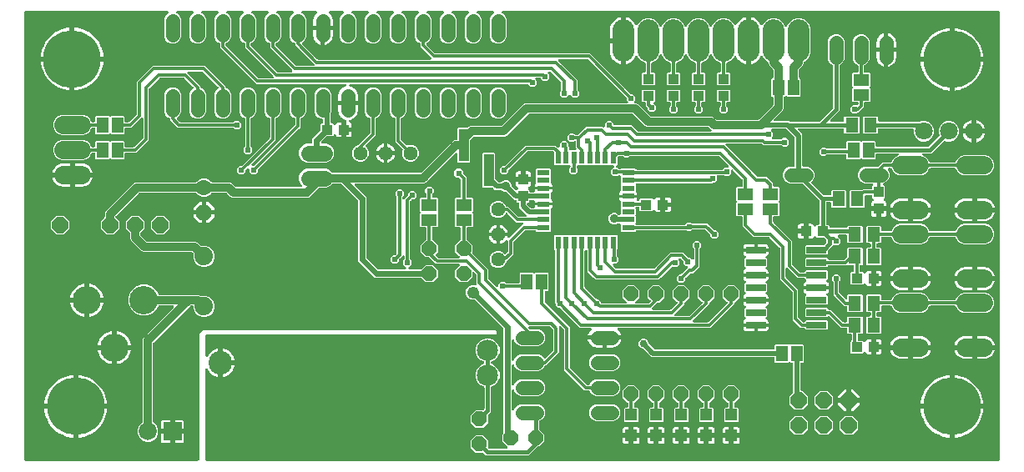
<source format=gtl>
G04 EAGLE Gerber RS-274X export*
G75*
%MOMM*%
%FSLAX34Y34*%
%LPD*%
%INTop Copper*%
%IPPOS*%
%AMOC8*
5,1,8,0,0,1.08239X$1,22.5*%
G01*
%ADD10R,1.000000X1.100000*%
%ADD11R,1.100000X1.000000*%
%ADD12C,2.160000*%
%ADD13R,1.828800X1.828800*%
%ADD14C,1.828800*%
%ADD15C,2.880000*%
%ADD16C,1.879600*%
%ADD17C,5.842000*%
%ADD18C,1.463037*%
%ADD19R,1.200000X1.200000*%
%ADD20P,1.583577X8X112.500000*%
%ADD21P,1.583577X8X292.500000*%
%ADD22R,1.300000X1.500000*%
%ADD23C,1.828800*%
%ADD24R,1.600200X1.168400*%
%ADD25R,1.168400X1.600200*%
%ADD26P,1.753472X8X22.500000*%
%ADD27R,1.270000X0.558800*%
%ADD28R,0.558800X1.270000*%
%ADD29R,2.032000X0.660400*%
%ADD30P,1.583577X8X22.500000*%
%ADD31P,1.732040X8X292.500000*%
%ADD32C,1.600200*%
%ADD33P,1.781526X8X22.500000*%
%ADD34C,1.440000*%
%ADD35C,1.800000*%
%ADD36C,2.160000*%
%ADD37C,2.400000*%
%ADD38C,1.645919*%
%ADD39R,1.016000X3.302000*%
%ADD40C,0.609600*%
%ADD41C,0.812800*%
%ADD42C,0.304800*%
%ADD43C,0.406400*%
%ADD44C,0.508000*%
%ADD45C,0.762000*%
%ADD46C,0.609600*%
%ADD47C,1.219200*%
%ADD48C,0.914400*%

G36*
X178299Y2016D02*
X178299Y2016D01*
X178418Y2023D01*
X178456Y2036D01*
X178497Y2041D01*
X178607Y2084D01*
X178720Y2121D01*
X178755Y2143D01*
X178792Y2158D01*
X178888Y2227D01*
X178989Y2291D01*
X179017Y2321D01*
X179050Y2344D01*
X179126Y2436D01*
X179207Y2523D01*
X179227Y2558D01*
X179252Y2589D01*
X179303Y2697D01*
X179361Y2801D01*
X179371Y2841D01*
X179388Y2877D01*
X179410Y2994D01*
X179440Y3109D01*
X179444Y3169D01*
X179448Y3189D01*
X179446Y3210D01*
X179450Y3270D01*
X179450Y130807D01*
X183518Y134875D01*
X480057Y134875D01*
X480950Y133982D01*
X480950Y131131D01*
X480057Y130238D01*
X186944Y130238D01*
X186826Y130223D01*
X186707Y130215D01*
X186669Y130203D01*
X186628Y130198D01*
X186518Y130154D01*
X186405Y130117D01*
X186370Y130096D01*
X186333Y130081D01*
X186237Y130011D01*
X186136Y129947D01*
X186108Y129918D01*
X186075Y129894D01*
X185999Y129802D01*
X185918Y129716D01*
X185898Y129680D01*
X185873Y129649D01*
X185822Y129541D01*
X185764Y129437D01*
X185754Y129398D01*
X185737Y129361D01*
X185715Y129245D01*
X185685Y129129D01*
X185681Y129069D01*
X185677Y129049D01*
X185679Y129029D01*
X185675Y128969D01*
X185675Y108740D01*
X185677Y108720D01*
X185675Y108700D01*
X185697Y108563D01*
X185715Y108424D01*
X185722Y108406D01*
X185725Y108386D01*
X185780Y108258D01*
X185832Y108129D01*
X185843Y108112D01*
X185851Y108094D01*
X185936Y107984D01*
X186018Y107871D01*
X186034Y107858D01*
X186046Y107843D01*
X186156Y107758D01*
X186263Y107668D01*
X186281Y107660D01*
X186297Y107648D01*
X186425Y107592D01*
X186551Y107533D01*
X186571Y107529D01*
X186589Y107521D01*
X186727Y107499D01*
X186863Y107473D01*
X186883Y107474D01*
X186903Y107471D01*
X187042Y107484D01*
X187181Y107493D01*
X187200Y107499D01*
X187220Y107501D01*
X187351Y107548D01*
X187483Y107591D01*
X187500Y107602D01*
X187519Y107608D01*
X187634Y107686D01*
X187752Y107761D01*
X187766Y107776D01*
X187782Y107787D01*
X187874Y107891D01*
X187970Y107993D01*
X187980Y108010D01*
X187993Y108025D01*
X188075Y108164D01*
X188614Y109221D01*
X189959Y111073D01*
X191577Y112691D01*
X193429Y114036D01*
X195468Y115075D01*
X197645Y115783D01*
X198511Y115920D01*
X198511Y102870D01*
X198526Y102752D01*
X198533Y102633D01*
X198546Y102595D01*
X198551Y102555D01*
X198594Y102444D01*
X198631Y102331D01*
X198653Y102297D01*
X198668Y102259D01*
X198738Y102163D01*
X198801Y102062D01*
X198831Y102034D01*
X198854Y102002D01*
X198946Y101926D01*
X199033Y101844D01*
X199068Y101825D01*
X199099Y101799D01*
X199207Y101748D01*
X199311Y101691D01*
X199351Y101680D01*
X199387Y101663D01*
X199504Y101641D01*
X199619Y101611D01*
X199680Y101607D01*
X199700Y101603D01*
X199720Y101605D01*
X199780Y101601D01*
X201051Y101601D01*
X201051Y101599D01*
X199780Y101599D01*
X199662Y101584D01*
X199543Y101577D01*
X199505Y101564D01*
X199464Y101559D01*
X199354Y101515D01*
X199241Y101479D01*
X199206Y101457D01*
X199169Y101442D01*
X199073Y101372D01*
X198972Y101309D01*
X198944Y101279D01*
X198911Y101255D01*
X198836Y101164D01*
X198754Y101077D01*
X198734Y101042D01*
X198709Y101010D01*
X198658Y100903D01*
X198600Y100798D01*
X198590Y100759D01*
X198573Y100723D01*
X198551Y100606D01*
X198521Y100491D01*
X198517Y100430D01*
X198513Y100410D01*
X198515Y100390D01*
X198511Y100330D01*
X198511Y87280D01*
X197645Y87417D01*
X195468Y88125D01*
X193429Y89164D01*
X191577Y90509D01*
X189959Y92127D01*
X188614Y93979D01*
X188075Y95036D01*
X188064Y95053D01*
X188056Y95071D01*
X187975Y95184D01*
X187896Y95299D01*
X187881Y95313D01*
X187870Y95329D01*
X187762Y95418D01*
X187658Y95510D01*
X187640Y95519D01*
X187625Y95532D01*
X187498Y95591D01*
X187374Y95654D01*
X187355Y95659D01*
X187337Y95667D01*
X187200Y95693D01*
X187064Y95724D01*
X187044Y95723D01*
X187024Y95727D01*
X186885Y95718D01*
X186746Y95714D01*
X186727Y95708D01*
X186707Y95707D01*
X186575Y95664D01*
X186441Y95625D01*
X186423Y95615D01*
X186405Y95609D01*
X186287Y95534D01*
X186167Y95464D01*
X186153Y95450D01*
X186136Y95439D01*
X186040Y95337D01*
X185942Y95239D01*
X185932Y95222D01*
X185918Y95207D01*
X185851Y95085D01*
X185780Y94965D01*
X185774Y94946D01*
X185764Y94929D01*
X185730Y94794D01*
X185691Y94660D01*
X185690Y94640D01*
X185685Y94621D01*
X185675Y94460D01*
X185675Y3270D01*
X185690Y3152D01*
X185697Y3033D01*
X185710Y2995D01*
X185715Y2954D01*
X185758Y2844D01*
X185795Y2731D01*
X185817Y2696D01*
X185832Y2659D01*
X185901Y2563D01*
X185965Y2462D01*
X185995Y2434D01*
X186018Y2401D01*
X186110Y2325D01*
X186197Y2244D01*
X186232Y2224D01*
X186263Y2199D01*
X186371Y2148D01*
X186475Y2090D01*
X186515Y2080D01*
X186551Y2063D01*
X186668Y2041D01*
X186783Y2011D01*
X186843Y2007D01*
X186863Y2003D01*
X186884Y2005D01*
X186944Y2001D01*
X990380Y2001D01*
X990498Y2016D01*
X990617Y2023D01*
X990655Y2036D01*
X990696Y2041D01*
X990806Y2084D01*
X990919Y2121D01*
X990954Y2143D01*
X990991Y2158D01*
X991087Y2227D01*
X991188Y2291D01*
X991216Y2321D01*
X991249Y2344D01*
X991325Y2436D01*
X991406Y2523D01*
X991426Y2558D01*
X991451Y2589D01*
X991502Y2697D01*
X991560Y2801D01*
X991570Y2841D01*
X991587Y2877D01*
X991609Y2994D01*
X991639Y3109D01*
X991643Y3169D01*
X991647Y3189D01*
X991645Y3210D01*
X991649Y3270D01*
X991649Y457200D01*
X991634Y457318D01*
X991627Y457437D01*
X991614Y457475D01*
X991609Y457516D01*
X991566Y457626D01*
X991529Y457739D01*
X991507Y457774D01*
X991492Y457811D01*
X991423Y457907D01*
X991359Y458008D01*
X991329Y458036D01*
X991306Y458069D01*
X991214Y458145D01*
X991127Y458226D01*
X991092Y458246D01*
X991061Y458271D01*
X990953Y458322D01*
X990849Y458380D01*
X990809Y458390D01*
X990773Y458407D01*
X990656Y458429D01*
X990541Y458459D01*
X990481Y458463D01*
X990461Y458467D01*
X990440Y458465D01*
X990380Y458469D01*
X487688Y458469D01*
X487618Y458461D01*
X487549Y458462D01*
X487461Y458441D01*
X487372Y458429D01*
X487307Y458404D01*
X487239Y458387D01*
X487160Y458345D01*
X487076Y458312D01*
X487020Y458271D01*
X486958Y458239D01*
X486892Y458178D01*
X486819Y458126D01*
X486775Y458072D01*
X486723Y458025D01*
X486674Y457950D01*
X486616Y457881D01*
X486587Y457817D01*
X486548Y457759D01*
X486519Y457674D01*
X486481Y457593D01*
X486468Y457524D01*
X486445Y457458D01*
X486438Y457369D01*
X486421Y457281D01*
X486425Y457211D01*
X486420Y457141D01*
X486435Y457053D01*
X486441Y456963D01*
X486462Y456897D01*
X486474Y456828D01*
X486511Y456746D01*
X486539Y456661D01*
X486576Y456602D01*
X486605Y456538D01*
X486661Y456468D01*
X486709Y456392D01*
X486760Y456344D01*
X486803Y456290D01*
X486875Y456236D01*
X486940Y456174D01*
X487002Y456140D01*
X487057Y456098D01*
X487202Y456027D01*
X487464Y455919D01*
X489879Y453504D01*
X491186Y450348D01*
X491186Y432302D01*
X489879Y429146D01*
X487464Y426731D01*
X484308Y425424D01*
X480892Y425424D01*
X477736Y426731D01*
X475321Y429146D01*
X474014Y432302D01*
X474014Y450348D01*
X475321Y453504D01*
X477736Y455919D01*
X477998Y456027D01*
X478059Y456062D01*
X478124Y456088D01*
X478196Y456140D01*
X478274Y456185D01*
X478324Y456233D01*
X478381Y456274D01*
X478438Y456344D01*
X478503Y456406D01*
X478539Y456466D01*
X478584Y456519D01*
X478622Y456601D01*
X478669Y456677D01*
X478690Y456744D01*
X478719Y456807D01*
X478736Y456895D01*
X478763Y456981D01*
X478766Y457051D01*
X478779Y457120D01*
X478773Y457209D01*
X478778Y457299D01*
X478764Y457367D01*
X478759Y457437D01*
X478732Y457522D01*
X478713Y457610D01*
X478683Y457673D01*
X478661Y457739D01*
X478613Y457815D01*
X478574Y457896D01*
X478528Y457949D01*
X478491Y458008D01*
X478426Y458070D01*
X478367Y458138D01*
X478310Y458178D01*
X478260Y458226D01*
X478181Y458269D01*
X478107Y458321D01*
X478042Y458346D01*
X477981Y458380D01*
X477894Y458402D01*
X477810Y458434D01*
X477741Y458442D01*
X477673Y458459D01*
X477512Y458469D01*
X462288Y458469D01*
X462218Y458461D01*
X462149Y458462D01*
X462061Y458441D01*
X461972Y458429D01*
X461907Y458404D01*
X461839Y458387D01*
X461760Y458345D01*
X461676Y458312D01*
X461620Y458271D01*
X461558Y458239D01*
X461492Y458178D01*
X461419Y458126D01*
X461375Y458072D01*
X461323Y458025D01*
X461274Y457950D01*
X461216Y457881D01*
X461187Y457817D01*
X461148Y457759D01*
X461119Y457674D01*
X461081Y457593D01*
X461068Y457524D01*
X461045Y457458D01*
X461038Y457369D01*
X461021Y457281D01*
X461025Y457211D01*
X461020Y457141D01*
X461035Y457053D01*
X461041Y456963D01*
X461062Y456897D01*
X461074Y456828D01*
X461111Y456746D01*
X461139Y456661D01*
X461176Y456602D01*
X461205Y456538D01*
X461261Y456468D01*
X461309Y456392D01*
X461360Y456344D01*
X461403Y456290D01*
X461475Y456236D01*
X461540Y456174D01*
X461602Y456140D01*
X461657Y456098D01*
X461802Y456027D01*
X462064Y455919D01*
X464479Y453504D01*
X465786Y450348D01*
X465786Y432302D01*
X464479Y429146D01*
X462064Y426731D01*
X458908Y425424D01*
X455492Y425424D01*
X452336Y426731D01*
X449921Y429146D01*
X448614Y432302D01*
X448614Y450348D01*
X449921Y453504D01*
X452336Y455919D01*
X452598Y456027D01*
X452659Y456062D01*
X452724Y456088D01*
X452796Y456140D01*
X452874Y456185D01*
X452924Y456233D01*
X452981Y456274D01*
X453038Y456344D01*
X453103Y456406D01*
X453139Y456466D01*
X453184Y456519D01*
X453222Y456601D01*
X453269Y456677D01*
X453290Y456744D01*
X453319Y456807D01*
X453336Y456895D01*
X453363Y456981D01*
X453366Y457051D01*
X453379Y457120D01*
X453373Y457209D01*
X453378Y457299D01*
X453364Y457367D01*
X453359Y457437D01*
X453332Y457522D01*
X453313Y457610D01*
X453283Y457673D01*
X453261Y457739D01*
X453213Y457815D01*
X453174Y457896D01*
X453128Y457949D01*
X453091Y458008D01*
X453026Y458070D01*
X452967Y458138D01*
X452910Y458178D01*
X452860Y458226D01*
X452781Y458269D01*
X452707Y458321D01*
X452642Y458346D01*
X452581Y458380D01*
X452494Y458402D01*
X452410Y458434D01*
X452341Y458442D01*
X452273Y458459D01*
X452112Y458469D01*
X436888Y458469D01*
X436818Y458461D01*
X436749Y458462D01*
X436661Y458441D01*
X436572Y458429D01*
X436507Y458404D01*
X436439Y458387D01*
X436360Y458345D01*
X436276Y458312D01*
X436220Y458271D01*
X436158Y458239D01*
X436092Y458178D01*
X436019Y458126D01*
X435975Y458072D01*
X435923Y458025D01*
X435874Y457950D01*
X435816Y457881D01*
X435787Y457817D01*
X435748Y457759D01*
X435719Y457674D01*
X435681Y457593D01*
X435668Y457524D01*
X435645Y457458D01*
X435638Y457369D01*
X435621Y457281D01*
X435625Y457211D01*
X435620Y457141D01*
X435635Y457053D01*
X435641Y456963D01*
X435662Y456897D01*
X435674Y456828D01*
X435711Y456746D01*
X435739Y456661D01*
X435776Y456602D01*
X435805Y456538D01*
X435861Y456468D01*
X435909Y456392D01*
X435960Y456344D01*
X436003Y456290D01*
X436075Y456236D01*
X436140Y456174D01*
X436202Y456140D01*
X436257Y456098D01*
X436402Y456027D01*
X436664Y455919D01*
X439079Y453504D01*
X440386Y450348D01*
X440386Y432302D01*
X439079Y429146D01*
X436664Y426731D01*
X433508Y425424D01*
X430092Y425424D01*
X426936Y426731D01*
X424521Y429146D01*
X423214Y432302D01*
X423214Y450348D01*
X424521Y453504D01*
X426936Y455919D01*
X427198Y456027D01*
X427259Y456062D01*
X427324Y456088D01*
X427396Y456140D01*
X427474Y456185D01*
X427524Y456233D01*
X427581Y456274D01*
X427638Y456344D01*
X427703Y456406D01*
X427739Y456466D01*
X427784Y456519D01*
X427822Y456601D01*
X427869Y456677D01*
X427890Y456744D01*
X427919Y456807D01*
X427936Y456895D01*
X427963Y456981D01*
X427966Y457051D01*
X427979Y457120D01*
X427973Y457209D01*
X427978Y457299D01*
X427964Y457367D01*
X427959Y457437D01*
X427932Y457522D01*
X427913Y457610D01*
X427883Y457673D01*
X427861Y457739D01*
X427813Y457815D01*
X427774Y457896D01*
X427728Y457949D01*
X427691Y458008D01*
X427626Y458070D01*
X427567Y458138D01*
X427510Y458178D01*
X427460Y458226D01*
X427381Y458269D01*
X427307Y458321D01*
X427242Y458346D01*
X427181Y458380D01*
X427094Y458402D01*
X427010Y458434D01*
X426941Y458442D01*
X426873Y458459D01*
X426712Y458469D01*
X411488Y458469D01*
X411418Y458461D01*
X411349Y458462D01*
X411261Y458441D01*
X411172Y458429D01*
X411107Y458404D01*
X411039Y458387D01*
X410960Y458345D01*
X410876Y458312D01*
X410820Y458271D01*
X410758Y458239D01*
X410692Y458178D01*
X410619Y458126D01*
X410575Y458072D01*
X410523Y458025D01*
X410474Y457950D01*
X410416Y457881D01*
X410387Y457817D01*
X410348Y457759D01*
X410319Y457674D01*
X410281Y457593D01*
X410268Y457524D01*
X410245Y457458D01*
X410238Y457369D01*
X410221Y457281D01*
X410225Y457211D01*
X410220Y457141D01*
X410235Y457053D01*
X410241Y456963D01*
X410262Y456897D01*
X410274Y456828D01*
X410311Y456746D01*
X410339Y456661D01*
X410376Y456602D01*
X410405Y456538D01*
X410461Y456468D01*
X410509Y456392D01*
X410560Y456344D01*
X410603Y456290D01*
X410675Y456236D01*
X410740Y456174D01*
X410802Y456140D01*
X410857Y456098D01*
X411002Y456027D01*
X411264Y455919D01*
X413679Y453504D01*
X414986Y450348D01*
X414986Y432302D01*
X413679Y429146D01*
X411264Y426731D01*
X410346Y426351D01*
X410303Y426326D01*
X410256Y426309D01*
X410165Y426248D01*
X410070Y426193D01*
X410034Y426159D01*
X409993Y426131D01*
X409920Y426048D01*
X409841Y425972D01*
X409815Y425930D01*
X409782Y425892D01*
X409732Y425795D01*
X409675Y425701D01*
X409660Y425653D01*
X409638Y425609D01*
X409614Y425502D01*
X409581Y425397D01*
X409579Y425347D01*
X409568Y425299D01*
X409571Y425189D01*
X409566Y425079D01*
X409576Y425031D01*
X409578Y424981D01*
X409608Y424876D01*
X409630Y424768D01*
X409652Y424723D01*
X409666Y424676D01*
X409722Y424581D01*
X409770Y424482D01*
X409802Y424444D01*
X409828Y424402D01*
X409934Y424281D01*
X418298Y415916D01*
X418377Y415856D01*
X418449Y415788D01*
X418502Y415759D01*
X418550Y415722D01*
X418641Y415682D01*
X418727Y415634D01*
X418786Y415619D01*
X418841Y415595D01*
X418939Y415580D01*
X419035Y415555D01*
X419135Y415549D01*
X419156Y415545D01*
X419168Y415547D01*
X419196Y415545D01*
X575833Y415545D01*
X616799Y374578D01*
X616878Y374517D01*
X616950Y374449D01*
X617003Y374420D01*
X617051Y374383D01*
X617142Y374344D01*
X617228Y374296D01*
X617287Y374281D01*
X617342Y374257D01*
X617440Y374241D01*
X617536Y374216D01*
X617636Y374210D01*
X617657Y374207D01*
X617669Y374208D01*
X617697Y374206D01*
X619326Y374206D01*
X621856Y371676D01*
X621856Y368099D01*
X620828Y367070D01*
X620743Y366961D01*
X620654Y366853D01*
X620645Y366835D01*
X620633Y366819D01*
X620578Y366691D01*
X620518Y366566D01*
X620515Y366546D01*
X620507Y366527D01*
X620485Y366389D01*
X620459Y366253D01*
X620460Y366233D01*
X620457Y366213D01*
X620470Y366074D01*
X620478Y365936D01*
X620485Y365917D01*
X620487Y365896D01*
X620534Y365765D01*
X620576Y365633D01*
X620587Y365616D01*
X620594Y365597D01*
X620672Y365482D01*
X620747Y365365D01*
X620761Y365351D01*
X620773Y365334D01*
X620877Y365242D01*
X620978Y365147D01*
X620996Y365137D01*
X621011Y365123D01*
X621135Y365060D01*
X621257Y364993D01*
X621276Y364988D01*
X621294Y364979D01*
X621430Y364948D01*
X621565Y364914D01*
X621593Y364912D01*
X621605Y364909D01*
X621625Y364910D01*
X621725Y364903D01*
X622567Y364903D01*
X624528Y364091D01*
X636838Y351781D01*
X636916Y351721D01*
X636988Y351653D01*
X637041Y351624D01*
X637089Y351587D01*
X637180Y351547D01*
X637267Y351499D01*
X637325Y351484D01*
X637381Y351460D01*
X637479Y351445D01*
X637575Y351420D01*
X637675Y351414D01*
X637695Y351410D01*
X637707Y351412D01*
X637735Y351410D01*
X699561Y351410D01*
X701522Y350598D01*
X703201Y348918D01*
X703513Y348607D01*
X703591Y348546D01*
X703663Y348478D01*
X703716Y348449D01*
X703764Y348412D01*
X703855Y348372D01*
X703942Y348324D01*
X704000Y348309D01*
X704056Y348285D01*
X704154Y348270D01*
X704250Y348245D01*
X704350Y348239D01*
X704370Y348235D01*
X704382Y348237D01*
X704410Y348235D01*
X746565Y348235D01*
X746663Y348247D01*
X746762Y348250D01*
X746820Y348267D01*
X746880Y348275D01*
X746972Y348311D01*
X747067Y348339D01*
X747119Y348369D01*
X747176Y348392D01*
X747256Y348450D01*
X747341Y348500D01*
X747417Y348566D01*
X747433Y348578D01*
X747441Y348588D01*
X747462Y348606D01*
X761374Y362518D01*
X761434Y362596D01*
X761502Y362668D01*
X761531Y362721D01*
X761568Y362769D01*
X761608Y362860D01*
X761656Y362947D01*
X761671Y363005D01*
X761695Y363061D01*
X761710Y363159D01*
X761735Y363255D01*
X761741Y363355D01*
X761745Y363375D01*
X761743Y363387D01*
X761745Y363415D01*
X761745Y370459D01*
X761730Y370577D01*
X761723Y370696D01*
X761710Y370734D01*
X761705Y370775D01*
X761662Y370885D01*
X761625Y370998D01*
X761603Y371033D01*
X761588Y371070D01*
X761519Y371166D01*
X761455Y371267D01*
X761425Y371295D01*
X761402Y371328D01*
X761310Y371404D01*
X761223Y371485D01*
X761188Y371505D01*
X761157Y371530D01*
X761049Y371581D01*
X760945Y371639D01*
X760905Y371649D01*
X760869Y371666D01*
X760752Y371688D01*
X760751Y371688D01*
X759967Y372473D01*
X759967Y389527D01*
X760744Y390304D01*
X760751Y390307D01*
X760792Y390312D01*
X760902Y390355D01*
X761015Y390392D01*
X761050Y390414D01*
X761087Y390429D01*
X761183Y390498D01*
X761284Y390562D01*
X761312Y390592D01*
X761345Y390615D01*
X761421Y390707D01*
X761502Y390794D01*
X761522Y390829D01*
X761547Y390860D01*
X761598Y390968D01*
X761656Y391072D01*
X761666Y391112D01*
X761683Y391148D01*
X761705Y391265D01*
X761735Y391380D01*
X761739Y391440D01*
X761743Y391460D01*
X761741Y391481D01*
X761745Y391541D01*
X761745Y398585D01*
X761733Y398683D01*
X761730Y398782D01*
X761713Y398840D01*
X761705Y398900D01*
X761669Y398992D01*
X761641Y399087D01*
X761611Y399139D01*
X761588Y399196D01*
X761530Y399276D01*
X761480Y399361D01*
X761414Y399437D01*
X761402Y399453D01*
X761392Y399461D01*
X761374Y399482D01*
X757477Y403378D01*
X756665Y405339D01*
X756665Y406121D01*
X756662Y406151D01*
X756664Y406180D01*
X756642Y406308D01*
X756625Y406437D01*
X756615Y406464D01*
X756610Y406493D01*
X756556Y406612D01*
X756508Y406733D01*
X756491Y406756D01*
X756479Y406783D01*
X756398Y406885D01*
X756322Y406990D01*
X756299Y407009D01*
X756280Y407032D01*
X756177Y407110D01*
X756077Y407193D01*
X756050Y407205D01*
X756026Y407223D01*
X755882Y407294D01*
X755162Y407592D01*
X751767Y410987D01*
X751171Y412426D01*
X751127Y412503D01*
X751091Y412586D01*
X751048Y412641D01*
X751014Y412702D01*
X750951Y412766D01*
X750897Y412837D01*
X750841Y412880D01*
X750792Y412930D01*
X750716Y412977D01*
X750645Y413032D01*
X750581Y413060D01*
X750521Y413097D01*
X750436Y413123D01*
X750354Y413159D01*
X750284Y413170D01*
X750217Y413190D01*
X750128Y413194D01*
X750040Y413209D01*
X749970Y413202D01*
X749900Y413205D01*
X749812Y413187D01*
X749723Y413179D01*
X749657Y413155D01*
X749588Y413141D01*
X749508Y413102D01*
X749424Y413071D01*
X749365Y413032D01*
X749303Y413001D01*
X749234Y412943D01*
X749160Y412893D01*
X749114Y412840D01*
X749061Y412795D01*
X749009Y412722D01*
X748950Y412655D01*
X748886Y412547D01*
X748877Y412535D01*
X748875Y412529D01*
X748868Y412516D01*
X748010Y410833D01*
X746776Y409134D01*
X745291Y407649D01*
X743592Y406415D01*
X741721Y405462D01*
X739724Y404813D01*
X739139Y404720D01*
X739139Y427355D01*
X739124Y427473D01*
X739117Y427592D01*
X739104Y427630D01*
X739099Y427670D01*
X739056Y427781D01*
X739019Y427894D01*
X738997Y427928D01*
X738982Y427966D01*
X738912Y428062D01*
X738849Y428163D01*
X738819Y428191D01*
X738795Y428223D01*
X738704Y428299D01*
X738617Y428381D01*
X738582Y428400D01*
X738551Y428426D01*
X738443Y428477D01*
X738339Y428534D01*
X738299Y428545D01*
X738263Y428562D01*
X738146Y428584D01*
X738031Y428614D01*
X737970Y428618D01*
X737950Y428622D01*
X737930Y428620D01*
X737870Y428624D01*
X735330Y428624D01*
X735212Y428609D01*
X735093Y428602D01*
X735055Y428589D01*
X735014Y428584D01*
X734904Y428540D01*
X734791Y428504D01*
X734756Y428482D01*
X734719Y428467D01*
X734623Y428397D01*
X734522Y428334D01*
X734494Y428304D01*
X734461Y428280D01*
X734386Y428189D01*
X734304Y428102D01*
X734284Y428067D01*
X734259Y428035D01*
X734208Y427928D01*
X734150Y427823D01*
X734140Y427784D01*
X734123Y427748D01*
X734101Y427631D01*
X734071Y427516D01*
X734067Y427455D01*
X734063Y427435D01*
X734065Y427415D01*
X734061Y427355D01*
X734061Y404720D01*
X733476Y404813D01*
X731479Y405462D01*
X729608Y406415D01*
X727909Y407649D01*
X726424Y409134D01*
X725190Y410833D01*
X724332Y412516D01*
X724282Y412590D01*
X724240Y412669D01*
X724193Y412721D01*
X724154Y412779D01*
X724086Y412838D01*
X724026Y412905D01*
X723968Y412943D01*
X723915Y412990D01*
X723835Y413030D01*
X723761Y413079D01*
X723694Y413102D01*
X723632Y413134D01*
X723544Y413154D01*
X723460Y413183D01*
X723390Y413188D01*
X723321Y413203D01*
X723232Y413201D01*
X723143Y413208D01*
X723074Y413196D01*
X723004Y413194D01*
X722918Y413169D01*
X722829Y413153D01*
X722765Y413125D01*
X722698Y413105D01*
X722621Y413060D01*
X722539Y413023D01*
X722485Y412979D01*
X722424Y412943D01*
X722361Y412880D01*
X722291Y412824D01*
X722249Y412768D01*
X722199Y412719D01*
X722154Y412642D01*
X722100Y412570D01*
X722045Y412458D01*
X722037Y412445D01*
X722035Y412439D01*
X722029Y412426D01*
X721433Y410987D01*
X718038Y407592D01*
X714778Y406242D01*
X714753Y406227D01*
X714725Y406218D01*
X714615Y406149D01*
X714502Y406084D01*
X714481Y406064D01*
X714456Y406048D01*
X714367Y405953D01*
X714274Y405863D01*
X714258Y405838D01*
X714238Y405816D01*
X714175Y405703D01*
X714107Y405592D01*
X714099Y405564D01*
X714084Y405538D01*
X714052Y405412D01*
X714014Y405288D01*
X714012Y405259D01*
X714005Y405230D01*
X713995Y405069D01*
X713995Y397040D01*
X714010Y396922D01*
X714017Y396803D01*
X714030Y396765D01*
X714035Y396724D01*
X714078Y396614D01*
X714115Y396501D01*
X714137Y396466D01*
X714152Y396429D01*
X714221Y396333D01*
X714285Y396232D01*
X714315Y396204D01*
X714338Y396171D01*
X714430Y396095D01*
X714517Y396014D01*
X714552Y395994D01*
X714583Y395969D01*
X714691Y395918D01*
X714795Y395860D01*
X714835Y395850D01*
X714871Y395833D01*
X714988Y395811D01*
X715103Y395781D01*
X715163Y395777D01*
X715183Y395773D01*
X715204Y395775D01*
X715264Y395771D01*
X717226Y395771D01*
X717971Y395026D01*
X717971Y383974D01*
X717226Y383229D01*
X705174Y383229D01*
X704429Y383974D01*
X704429Y395026D01*
X705174Y395771D01*
X707136Y395771D01*
X707254Y395786D01*
X707373Y395793D01*
X707411Y395806D01*
X707452Y395811D01*
X707562Y395854D01*
X707675Y395891D01*
X707710Y395913D01*
X707747Y395928D01*
X707843Y395997D01*
X707944Y396061D01*
X707972Y396091D01*
X708005Y396114D01*
X708081Y396206D01*
X708162Y396293D01*
X708182Y396328D01*
X708207Y396359D01*
X708258Y396467D01*
X708316Y396571D01*
X708326Y396611D01*
X708343Y396647D01*
X708365Y396764D01*
X708395Y396879D01*
X708399Y396939D01*
X708403Y396959D01*
X708401Y396980D01*
X708405Y397040D01*
X708405Y405069D01*
X708402Y405098D01*
X708404Y405128D01*
X708382Y405256D01*
X708365Y405385D01*
X708355Y405412D01*
X708350Y405441D01*
X708296Y405560D01*
X708248Y405680D01*
X708231Y405704D01*
X708219Y405731D01*
X708138Y405833D01*
X708062Y405938D01*
X708039Y405957D01*
X708020Y405980D01*
X707917Y406058D01*
X707817Y406141D01*
X707790Y406153D01*
X707766Y406171D01*
X707622Y406242D01*
X704362Y407592D01*
X700967Y410987D01*
X699673Y414112D01*
X699604Y414233D01*
X699539Y414356D01*
X699525Y414371D01*
X699515Y414388D01*
X699418Y414488D01*
X699325Y414591D01*
X699308Y414602D01*
X699294Y414617D01*
X699175Y414690D01*
X699059Y414766D01*
X699040Y414772D01*
X699023Y414783D01*
X698890Y414824D01*
X698758Y414869D01*
X698738Y414871D01*
X698719Y414877D01*
X698580Y414883D01*
X698441Y414894D01*
X698421Y414891D01*
X698401Y414892D01*
X698265Y414864D01*
X698128Y414840D01*
X698109Y414832D01*
X698090Y414828D01*
X697964Y414766D01*
X697838Y414709D01*
X697822Y414697D01*
X697804Y414688D01*
X697698Y414598D01*
X697590Y414511D01*
X697577Y414495D01*
X697562Y414481D01*
X697482Y414368D01*
X697398Y414257D01*
X697386Y414231D01*
X697379Y414221D01*
X697372Y414202D01*
X697327Y414112D01*
X696033Y410987D01*
X692638Y407592D01*
X689378Y406242D01*
X689353Y406227D01*
X689325Y406218D01*
X689215Y406149D01*
X689102Y406084D01*
X689081Y406064D01*
X689056Y406048D01*
X688967Y405953D01*
X688874Y405863D01*
X688858Y405838D01*
X688838Y405816D01*
X688775Y405703D01*
X688707Y405592D01*
X688699Y405564D01*
X688684Y405538D01*
X688652Y405412D01*
X688614Y405288D01*
X688612Y405259D01*
X688605Y405230D01*
X688595Y405069D01*
X688595Y397040D01*
X688610Y396922D01*
X688617Y396803D01*
X688630Y396765D01*
X688635Y396724D01*
X688678Y396614D01*
X688715Y396501D01*
X688737Y396466D01*
X688752Y396429D01*
X688821Y396333D01*
X688885Y396232D01*
X688915Y396204D01*
X688938Y396171D01*
X689030Y396095D01*
X689117Y396014D01*
X689152Y395994D01*
X689183Y395969D01*
X689291Y395918D01*
X689395Y395860D01*
X689435Y395850D01*
X689471Y395833D01*
X689588Y395811D01*
X689703Y395781D01*
X689763Y395777D01*
X689783Y395773D01*
X689804Y395775D01*
X689864Y395771D01*
X691826Y395771D01*
X692571Y395026D01*
X692571Y383974D01*
X691826Y383229D01*
X679774Y383229D01*
X679029Y383974D01*
X679029Y395026D01*
X679774Y395771D01*
X681736Y395771D01*
X681854Y395786D01*
X681973Y395793D01*
X682011Y395806D01*
X682052Y395811D01*
X682162Y395854D01*
X682275Y395891D01*
X682310Y395913D01*
X682347Y395928D01*
X682443Y395997D01*
X682544Y396061D01*
X682572Y396091D01*
X682605Y396114D01*
X682681Y396206D01*
X682762Y396293D01*
X682782Y396328D01*
X682807Y396359D01*
X682858Y396467D01*
X682916Y396571D01*
X682926Y396611D01*
X682943Y396647D01*
X682965Y396764D01*
X682995Y396879D01*
X682999Y396939D01*
X683003Y396959D01*
X683001Y396980D01*
X683005Y397040D01*
X683005Y405069D01*
X683002Y405098D01*
X683004Y405128D01*
X682982Y405256D01*
X682965Y405385D01*
X682955Y405412D01*
X682950Y405441D01*
X682896Y405560D01*
X682848Y405680D01*
X682831Y405704D01*
X682819Y405731D01*
X682738Y405833D01*
X682662Y405938D01*
X682639Y405957D01*
X682620Y405980D01*
X682517Y406058D01*
X682417Y406141D01*
X682390Y406153D01*
X682366Y406171D01*
X682222Y406242D01*
X678962Y407592D01*
X675567Y410987D01*
X674273Y414112D01*
X674204Y414233D01*
X674139Y414356D01*
X674125Y414371D01*
X674115Y414388D01*
X674018Y414488D01*
X673925Y414591D01*
X673908Y414602D01*
X673894Y414617D01*
X673775Y414690D01*
X673659Y414766D01*
X673640Y414772D01*
X673623Y414783D01*
X673490Y414824D01*
X673358Y414869D01*
X673338Y414871D01*
X673319Y414877D01*
X673180Y414883D01*
X673041Y414894D01*
X673021Y414891D01*
X673001Y414892D01*
X672865Y414864D01*
X672728Y414840D01*
X672709Y414832D01*
X672690Y414828D01*
X672564Y414766D01*
X672438Y414709D01*
X672422Y414697D01*
X672404Y414688D01*
X672298Y414598D01*
X672190Y414511D01*
X672177Y414495D01*
X672162Y414481D01*
X672082Y414368D01*
X671998Y414257D01*
X671986Y414231D01*
X671979Y414221D01*
X671972Y414202D01*
X671927Y414112D01*
X670633Y410987D01*
X667238Y407592D01*
X663978Y406242D01*
X663953Y406227D01*
X663925Y406218D01*
X663815Y406149D01*
X663702Y406084D01*
X663681Y406064D01*
X663656Y406048D01*
X663567Y405953D01*
X663474Y405863D01*
X663458Y405838D01*
X663438Y405816D01*
X663375Y405703D01*
X663307Y405592D01*
X663299Y405564D01*
X663284Y405538D01*
X663252Y405412D01*
X663214Y405288D01*
X663212Y405259D01*
X663205Y405230D01*
X663195Y405069D01*
X663195Y397040D01*
X663210Y396922D01*
X663217Y396803D01*
X663230Y396765D01*
X663235Y396724D01*
X663278Y396614D01*
X663315Y396501D01*
X663337Y396466D01*
X663352Y396429D01*
X663421Y396333D01*
X663485Y396232D01*
X663515Y396204D01*
X663538Y396171D01*
X663630Y396095D01*
X663717Y396014D01*
X663752Y395994D01*
X663783Y395969D01*
X663891Y395918D01*
X663995Y395860D01*
X664035Y395850D01*
X664071Y395833D01*
X664188Y395811D01*
X664303Y395781D01*
X664363Y395777D01*
X664383Y395773D01*
X664404Y395775D01*
X664464Y395771D01*
X666426Y395771D01*
X667171Y395026D01*
X667171Y383974D01*
X666426Y383229D01*
X654374Y383229D01*
X653629Y383974D01*
X653629Y395026D01*
X654374Y395771D01*
X656336Y395771D01*
X656454Y395786D01*
X656573Y395793D01*
X656611Y395806D01*
X656652Y395811D01*
X656762Y395854D01*
X656875Y395891D01*
X656910Y395913D01*
X656947Y395928D01*
X657043Y395997D01*
X657144Y396061D01*
X657172Y396091D01*
X657205Y396114D01*
X657281Y396206D01*
X657362Y396293D01*
X657382Y396328D01*
X657407Y396359D01*
X657458Y396467D01*
X657516Y396571D01*
X657526Y396611D01*
X657543Y396647D01*
X657565Y396764D01*
X657595Y396879D01*
X657599Y396939D01*
X657603Y396959D01*
X657601Y396980D01*
X657605Y397040D01*
X657605Y405069D01*
X657602Y405098D01*
X657604Y405128D01*
X657582Y405256D01*
X657565Y405385D01*
X657555Y405412D01*
X657550Y405441D01*
X657496Y405560D01*
X657448Y405680D01*
X657431Y405704D01*
X657419Y405731D01*
X657338Y405833D01*
X657262Y405938D01*
X657239Y405957D01*
X657220Y405980D01*
X657117Y406058D01*
X657017Y406141D01*
X656990Y406153D01*
X656966Y406171D01*
X656822Y406242D01*
X653562Y407592D01*
X650167Y410987D01*
X648873Y414112D01*
X648804Y414233D01*
X648739Y414356D01*
X648725Y414371D01*
X648715Y414388D01*
X648618Y414488D01*
X648525Y414591D01*
X648508Y414602D01*
X648494Y414617D01*
X648375Y414690D01*
X648259Y414766D01*
X648240Y414772D01*
X648223Y414783D01*
X648090Y414824D01*
X647958Y414869D01*
X647938Y414871D01*
X647919Y414877D01*
X647780Y414883D01*
X647641Y414894D01*
X647621Y414891D01*
X647601Y414892D01*
X647465Y414864D01*
X647328Y414840D01*
X647309Y414832D01*
X647290Y414828D01*
X647164Y414766D01*
X647038Y414709D01*
X647022Y414697D01*
X647004Y414688D01*
X646898Y414598D01*
X646790Y414511D01*
X646777Y414495D01*
X646762Y414481D01*
X646682Y414368D01*
X646598Y414257D01*
X646586Y414231D01*
X646579Y414221D01*
X646572Y414202D01*
X646527Y414112D01*
X645233Y410987D01*
X641838Y407592D01*
X638578Y406242D01*
X638553Y406227D01*
X638525Y406218D01*
X638415Y406149D01*
X638302Y406084D01*
X638281Y406064D01*
X638256Y406048D01*
X638167Y405953D01*
X638074Y405863D01*
X638058Y405838D01*
X638038Y405816D01*
X637975Y405703D01*
X637907Y405592D01*
X637899Y405564D01*
X637884Y405538D01*
X637852Y405412D01*
X637814Y405288D01*
X637812Y405259D01*
X637805Y405230D01*
X637795Y405069D01*
X637795Y397040D01*
X637810Y396922D01*
X637817Y396803D01*
X637830Y396765D01*
X637835Y396724D01*
X637878Y396614D01*
X637915Y396501D01*
X637937Y396466D01*
X637952Y396429D01*
X638021Y396333D01*
X638085Y396232D01*
X638115Y396204D01*
X638138Y396171D01*
X638230Y396095D01*
X638317Y396014D01*
X638352Y395994D01*
X638383Y395969D01*
X638491Y395918D01*
X638595Y395860D01*
X638635Y395850D01*
X638671Y395833D01*
X638788Y395811D01*
X638903Y395781D01*
X638963Y395777D01*
X638983Y395773D01*
X639004Y395775D01*
X639064Y395771D01*
X641026Y395771D01*
X641771Y395026D01*
X641771Y383974D01*
X641026Y383229D01*
X628974Y383229D01*
X628229Y383974D01*
X628229Y395026D01*
X628974Y395771D01*
X630936Y395771D01*
X631054Y395786D01*
X631173Y395793D01*
X631211Y395806D01*
X631252Y395811D01*
X631362Y395854D01*
X631475Y395891D01*
X631510Y395913D01*
X631547Y395928D01*
X631643Y395997D01*
X631744Y396061D01*
X631772Y396091D01*
X631805Y396114D01*
X631881Y396206D01*
X631962Y396293D01*
X631982Y396328D01*
X632007Y396359D01*
X632058Y396467D01*
X632116Y396571D01*
X632126Y396611D01*
X632143Y396647D01*
X632165Y396764D01*
X632195Y396879D01*
X632199Y396939D01*
X632203Y396959D01*
X632201Y396980D01*
X632205Y397040D01*
X632205Y405069D01*
X632202Y405098D01*
X632204Y405128D01*
X632182Y405256D01*
X632165Y405385D01*
X632155Y405412D01*
X632150Y405441D01*
X632096Y405560D01*
X632048Y405680D01*
X632031Y405704D01*
X632019Y405731D01*
X631938Y405833D01*
X631862Y405938D01*
X631839Y405957D01*
X631820Y405980D01*
X631717Y406058D01*
X631617Y406141D01*
X631590Y406153D01*
X631566Y406171D01*
X631422Y406242D01*
X628162Y407592D01*
X624767Y410987D01*
X624171Y412426D01*
X624127Y412503D01*
X624091Y412586D01*
X624048Y412641D01*
X624014Y412702D01*
X623951Y412766D01*
X623897Y412837D01*
X623841Y412880D01*
X623792Y412930D01*
X623716Y412977D01*
X623645Y413032D01*
X623581Y413060D01*
X623521Y413097D01*
X623436Y413123D01*
X623354Y413159D01*
X623284Y413170D01*
X623217Y413190D01*
X623128Y413194D01*
X623040Y413209D01*
X622970Y413202D01*
X622900Y413205D01*
X622812Y413187D01*
X622723Y413179D01*
X622657Y413155D01*
X622588Y413141D01*
X622508Y413102D01*
X622424Y413071D01*
X622366Y413032D01*
X622303Y413001D01*
X622234Y412943D01*
X622160Y412893D01*
X622114Y412840D01*
X622061Y412795D01*
X622009Y412722D01*
X621950Y412655D01*
X621886Y412547D01*
X621877Y412535D01*
X621875Y412528D01*
X621868Y412516D01*
X621010Y410833D01*
X619776Y409134D01*
X618291Y407649D01*
X616592Y406415D01*
X614721Y405462D01*
X612724Y404813D01*
X612139Y404720D01*
X612139Y427355D01*
X612124Y427473D01*
X612117Y427592D01*
X612104Y427630D01*
X612099Y427670D01*
X612056Y427781D01*
X612019Y427894D01*
X611997Y427928D01*
X611982Y427966D01*
X611912Y428062D01*
X611849Y428163D01*
X611819Y428191D01*
X611795Y428223D01*
X611704Y428299D01*
X611617Y428381D01*
X611582Y428400D01*
X611551Y428426D01*
X611443Y428477D01*
X611339Y428534D01*
X611299Y428545D01*
X611263Y428562D01*
X611146Y428584D01*
X611031Y428614D01*
X610970Y428618D01*
X610950Y428622D01*
X610930Y428620D01*
X610870Y428624D01*
X609599Y428624D01*
X609599Y428626D01*
X610870Y428626D01*
X610988Y428641D01*
X611107Y428648D01*
X611145Y428661D01*
X611185Y428666D01*
X611296Y428710D01*
X611409Y428746D01*
X611444Y428768D01*
X611481Y428783D01*
X611577Y428853D01*
X611678Y428916D01*
X611706Y428946D01*
X611739Y428970D01*
X611814Y429061D01*
X611896Y429148D01*
X611916Y429183D01*
X611941Y429215D01*
X611992Y429322D01*
X612050Y429427D01*
X612060Y429466D01*
X612077Y429502D01*
X612099Y429619D01*
X612129Y429734D01*
X612133Y429795D01*
X612137Y429815D01*
X612135Y429835D01*
X612139Y429895D01*
X612139Y452530D01*
X612724Y452437D01*
X614721Y451788D01*
X616592Y450835D01*
X618291Y449601D01*
X619776Y448116D01*
X621010Y446417D01*
X621868Y444734D01*
X621918Y444660D01*
X621960Y444581D01*
X622007Y444529D01*
X622046Y444471D01*
X622114Y444412D01*
X622174Y444345D01*
X622232Y444307D01*
X622285Y444260D01*
X622365Y444220D01*
X622439Y444171D01*
X622506Y444148D01*
X622568Y444116D01*
X622656Y444096D01*
X622740Y444067D01*
X622810Y444062D01*
X622879Y444047D01*
X622968Y444049D01*
X623057Y444042D01*
X623126Y444054D01*
X623196Y444056D01*
X623282Y444081D01*
X623371Y444097D01*
X623435Y444125D01*
X623502Y444145D01*
X623579Y444190D01*
X623661Y444227D01*
X623715Y444271D01*
X623776Y444307D01*
X623839Y444370D01*
X623909Y444426D01*
X623951Y444482D01*
X624001Y444531D01*
X624046Y444608D01*
X624100Y444680D01*
X624155Y444792D01*
X624163Y444805D01*
X624165Y444811D01*
X624171Y444824D01*
X624767Y446263D01*
X628162Y449658D01*
X632599Y451496D01*
X637401Y451496D01*
X641838Y449658D01*
X645233Y446263D01*
X646527Y443138D01*
X646596Y443017D01*
X646661Y442894D01*
X646675Y442879D01*
X646685Y442862D01*
X646782Y442762D01*
X646875Y442659D01*
X646892Y442648D01*
X646906Y442633D01*
X647024Y442561D01*
X647141Y442484D01*
X647160Y442477D01*
X647177Y442467D01*
X647310Y442426D01*
X647442Y442381D01*
X647462Y442379D01*
X647481Y442373D01*
X647620Y442367D01*
X647759Y442356D01*
X647779Y442359D01*
X647799Y442358D01*
X647935Y442386D01*
X648072Y442410D01*
X648091Y442418D01*
X648110Y442422D01*
X648235Y442484D01*
X648362Y442541D01*
X648378Y442553D01*
X648396Y442562D01*
X648502Y442652D01*
X648610Y442739D01*
X648623Y442755D01*
X648638Y442769D01*
X648718Y442882D01*
X648802Y442993D01*
X648814Y443019D01*
X648821Y443029D01*
X648828Y443048D01*
X648873Y443138D01*
X650167Y446263D01*
X653562Y449658D01*
X657999Y451496D01*
X662801Y451496D01*
X667238Y449658D01*
X670633Y446263D01*
X671927Y443138D01*
X671996Y443017D01*
X672061Y442894D01*
X672075Y442879D01*
X672085Y442862D01*
X672182Y442762D01*
X672275Y442659D01*
X672292Y442648D01*
X672306Y442633D01*
X672424Y442561D01*
X672541Y442484D01*
X672560Y442477D01*
X672577Y442467D01*
X672710Y442426D01*
X672842Y442381D01*
X672862Y442379D01*
X672881Y442373D01*
X673020Y442367D01*
X673159Y442356D01*
X673179Y442359D01*
X673199Y442358D01*
X673335Y442386D01*
X673472Y442410D01*
X673491Y442418D01*
X673510Y442422D01*
X673635Y442484D01*
X673762Y442541D01*
X673778Y442553D01*
X673796Y442562D01*
X673902Y442652D01*
X674010Y442739D01*
X674023Y442755D01*
X674038Y442769D01*
X674118Y442882D01*
X674202Y442993D01*
X674214Y443019D01*
X674221Y443029D01*
X674228Y443048D01*
X674273Y443138D01*
X675567Y446263D01*
X678962Y449658D01*
X683399Y451496D01*
X688201Y451496D01*
X692638Y449658D01*
X696033Y446263D01*
X697327Y443138D01*
X697396Y443017D01*
X697461Y442894D01*
X697475Y442879D01*
X697485Y442862D01*
X697582Y442762D01*
X697675Y442659D01*
X697692Y442648D01*
X697706Y442633D01*
X697824Y442561D01*
X697941Y442484D01*
X697960Y442477D01*
X697977Y442467D01*
X698110Y442426D01*
X698242Y442381D01*
X698262Y442379D01*
X698281Y442373D01*
X698420Y442367D01*
X698559Y442356D01*
X698579Y442359D01*
X698599Y442358D01*
X698735Y442386D01*
X698872Y442410D01*
X698891Y442418D01*
X698910Y442422D01*
X699035Y442484D01*
X699162Y442541D01*
X699178Y442553D01*
X699196Y442562D01*
X699302Y442652D01*
X699410Y442739D01*
X699423Y442755D01*
X699438Y442769D01*
X699518Y442882D01*
X699602Y442993D01*
X699614Y443019D01*
X699621Y443029D01*
X699628Y443048D01*
X699673Y443138D01*
X700967Y446263D01*
X704362Y449658D01*
X708799Y451496D01*
X713601Y451496D01*
X718038Y449658D01*
X721433Y446263D01*
X722029Y444824D01*
X722073Y444747D01*
X722109Y444664D01*
X722152Y444609D01*
X722186Y444548D01*
X722249Y444484D01*
X722303Y444413D01*
X722359Y444370D01*
X722408Y444320D01*
X722484Y444273D01*
X722555Y444218D01*
X722619Y444190D01*
X722679Y444153D01*
X722764Y444127D01*
X722846Y444091D01*
X722916Y444080D01*
X722983Y444060D01*
X723072Y444056D01*
X723160Y444041D01*
X723230Y444048D01*
X723300Y444045D01*
X723388Y444063D01*
X723477Y444071D01*
X723543Y444095D01*
X723612Y444109D01*
X723692Y444148D01*
X723776Y444179D01*
X723834Y444218D01*
X723897Y444249D01*
X723966Y444307D01*
X724040Y444357D01*
X724086Y444410D01*
X724139Y444455D01*
X724191Y444528D01*
X724250Y444595D01*
X724314Y444703D01*
X724323Y444715D01*
X724325Y444722D01*
X724332Y444734D01*
X725190Y446417D01*
X726424Y448116D01*
X727909Y449601D01*
X729608Y450835D01*
X731479Y451788D01*
X733476Y452437D01*
X734061Y452530D01*
X734061Y429895D01*
X734076Y429777D01*
X734083Y429658D01*
X734096Y429620D01*
X734101Y429580D01*
X734144Y429469D01*
X734181Y429356D01*
X734203Y429322D01*
X734218Y429284D01*
X734288Y429188D01*
X734351Y429087D01*
X734381Y429059D01*
X734404Y429027D01*
X734496Y428951D01*
X734583Y428869D01*
X734618Y428850D01*
X734649Y428824D01*
X734757Y428773D01*
X734861Y428716D01*
X734901Y428705D01*
X734937Y428688D01*
X735054Y428666D01*
X735169Y428636D01*
X735230Y428632D01*
X735250Y428628D01*
X735270Y428630D01*
X735330Y428626D01*
X737870Y428626D01*
X737988Y428641D01*
X738107Y428648D01*
X738145Y428661D01*
X738185Y428666D01*
X738296Y428710D01*
X738409Y428746D01*
X738444Y428768D01*
X738481Y428783D01*
X738577Y428853D01*
X738678Y428916D01*
X738706Y428946D01*
X738739Y428970D01*
X738814Y429061D01*
X738896Y429148D01*
X738916Y429183D01*
X738941Y429215D01*
X738992Y429322D01*
X739050Y429427D01*
X739060Y429466D01*
X739077Y429502D01*
X739099Y429619D01*
X739129Y429734D01*
X739133Y429795D01*
X739137Y429815D01*
X739135Y429835D01*
X739139Y429895D01*
X739139Y452530D01*
X739724Y452437D01*
X741721Y451788D01*
X743592Y450835D01*
X745291Y449601D01*
X746776Y448116D01*
X748010Y446417D01*
X748868Y444734D01*
X748918Y444660D01*
X748960Y444581D01*
X749007Y444529D01*
X749046Y444471D01*
X749114Y444412D01*
X749174Y444345D01*
X749232Y444307D01*
X749285Y444260D01*
X749365Y444220D01*
X749439Y444171D01*
X749506Y444148D01*
X749568Y444116D01*
X749656Y444096D01*
X749740Y444067D01*
X749810Y444062D01*
X749879Y444046D01*
X749968Y444049D01*
X750057Y444042D01*
X750126Y444054D01*
X750196Y444056D01*
X750282Y444081D01*
X750371Y444097D01*
X750435Y444125D01*
X750502Y444145D01*
X750579Y444190D01*
X750661Y444227D01*
X750715Y444271D01*
X750776Y444307D01*
X750839Y444370D01*
X750909Y444426D01*
X750951Y444482D01*
X751001Y444531D01*
X751046Y444608D01*
X751100Y444680D01*
X751155Y444792D01*
X751163Y444805D01*
X751165Y444811D01*
X751171Y444824D01*
X751767Y446263D01*
X755162Y449658D01*
X759599Y451496D01*
X764401Y451496D01*
X768838Y449658D01*
X772233Y446263D01*
X773527Y443138D01*
X773596Y443017D01*
X773661Y442894D01*
X773675Y442879D01*
X773685Y442862D01*
X773782Y442762D01*
X773875Y442659D01*
X773892Y442648D01*
X773906Y442633D01*
X774024Y442561D01*
X774141Y442484D01*
X774160Y442477D01*
X774177Y442467D01*
X774310Y442426D01*
X774442Y442381D01*
X774462Y442379D01*
X774481Y442373D01*
X774620Y442367D01*
X774759Y442356D01*
X774779Y442359D01*
X774799Y442358D01*
X774935Y442386D01*
X775072Y442410D01*
X775091Y442418D01*
X775110Y442422D01*
X775235Y442484D01*
X775362Y442541D01*
X775378Y442553D01*
X775396Y442562D01*
X775502Y442652D01*
X775610Y442739D01*
X775623Y442755D01*
X775638Y442769D01*
X775718Y442882D01*
X775802Y442993D01*
X775814Y443019D01*
X775821Y443029D01*
X775828Y443048D01*
X775873Y443138D01*
X777167Y446263D01*
X780562Y449658D01*
X784999Y451496D01*
X789801Y451496D01*
X794238Y449658D01*
X797633Y446263D01*
X799471Y441826D01*
X799471Y415424D01*
X797633Y410987D01*
X794238Y407592D01*
X793518Y407294D01*
X793493Y407279D01*
X793465Y407270D01*
X793355Y407201D01*
X793242Y407136D01*
X793221Y407116D01*
X793196Y407100D01*
X793107Y407005D01*
X793014Y406915D01*
X792998Y406890D01*
X792978Y406868D01*
X792915Y406755D01*
X792847Y406644D01*
X792839Y406616D01*
X792824Y406590D01*
X792792Y406464D01*
X792754Y406340D01*
X792752Y406311D01*
X792745Y406282D01*
X792735Y406121D01*
X792735Y405339D01*
X791923Y403378D01*
X788026Y399482D01*
X787966Y399404D01*
X787898Y399332D01*
X787869Y399279D01*
X787832Y399231D01*
X787792Y399140D01*
X787744Y399053D01*
X787729Y398995D01*
X787705Y398939D01*
X787690Y398841D01*
X787665Y398745D01*
X787659Y398645D01*
X787655Y398625D01*
X787657Y398613D01*
X787655Y398585D01*
X787655Y391541D01*
X787670Y391423D01*
X787677Y391304D01*
X787690Y391266D01*
X787695Y391225D01*
X787738Y391115D01*
X787775Y391002D01*
X787797Y390967D01*
X787812Y390930D01*
X787881Y390834D01*
X787945Y390733D01*
X787975Y390705D01*
X787998Y390672D01*
X788090Y390596D01*
X788177Y390515D01*
X788212Y390495D01*
X788243Y390470D01*
X788351Y390419D01*
X788455Y390361D01*
X788495Y390351D01*
X788531Y390334D01*
X788648Y390312D01*
X788649Y390312D01*
X789433Y389527D01*
X789433Y372473D01*
X788688Y371728D01*
X775952Y371728D01*
X775598Y372082D01*
X775504Y372155D01*
X775414Y372234D01*
X775378Y372253D01*
X775346Y372277D01*
X775237Y372325D01*
X775131Y372379D01*
X775092Y372388D01*
X775054Y372404D01*
X774937Y372422D01*
X774821Y372448D01*
X774780Y372447D01*
X774740Y372454D01*
X774622Y372442D01*
X774503Y372439D01*
X774464Y372428D01*
X774424Y372424D01*
X774312Y372383D01*
X774197Y372350D01*
X774162Y372330D01*
X774124Y372316D01*
X774026Y372249D01*
X773923Y372189D01*
X773878Y372149D01*
X773861Y372138D01*
X773848Y372122D01*
X773803Y372082D01*
X773416Y371696D01*
X773409Y371693D01*
X773368Y371688D01*
X773258Y371645D01*
X773145Y371608D01*
X773110Y371586D01*
X773073Y371571D01*
X772977Y371502D01*
X772876Y371438D01*
X772848Y371408D01*
X772815Y371385D01*
X772739Y371293D01*
X772658Y371206D01*
X772638Y371171D01*
X772613Y371140D01*
X772562Y371032D01*
X772504Y370928D01*
X772494Y370888D01*
X772477Y370852D01*
X772455Y370735D01*
X772425Y370620D01*
X772421Y370560D01*
X772417Y370540D01*
X772419Y370519D01*
X772415Y370459D01*
X772415Y359619D01*
X771603Y357658D01*
X769923Y355979D01*
X762822Y348877D01*
X762737Y348768D01*
X762648Y348661D01*
X762639Y348642D01*
X762627Y348626D01*
X762571Y348498D01*
X762512Y348373D01*
X762509Y348353D01*
X762501Y348334D01*
X762479Y348196D01*
X762453Y348060D01*
X762454Y348040D01*
X762451Y348020D01*
X762464Y347881D01*
X762472Y347743D01*
X762479Y347724D01*
X762481Y347704D01*
X762528Y347572D01*
X762570Y347441D01*
X762581Y347423D01*
X762588Y347404D01*
X762666Y347289D01*
X762741Y347172D01*
X762755Y347158D01*
X762767Y347141D01*
X762871Y347049D01*
X762972Y346954D01*
X762990Y346944D01*
X763005Y346931D01*
X763129Y346867D01*
X763251Y346800D01*
X763270Y346795D01*
X763288Y346786D01*
X763424Y346756D01*
X763559Y346721D01*
X763587Y346719D01*
X763599Y346716D01*
X763619Y346717D01*
X763719Y346711D01*
X777866Y346711D01*
X778002Y346574D01*
X778080Y346514D01*
X778153Y346446D01*
X778206Y346417D01*
X778253Y346380D01*
X778344Y346340D01*
X778431Y346292D01*
X778490Y346277D01*
X778545Y346253D01*
X778643Y346238D01*
X778739Y346213D01*
X778839Y346207D01*
X778859Y346203D01*
X778872Y346205D01*
X778900Y346203D01*
X807731Y346203D01*
X807829Y346215D01*
X807928Y346218D01*
X807987Y346235D01*
X808047Y346243D01*
X808139Y346279D01*
X808234Y346307D01*
X808286Y346337D01*
X808342Y346360D01*
X808423Y346418D01*
X808508Y346468D01*
X808583Y346534D01*
X808600Y346546D01*
X808608Y346556D01*
X808629Y346574D01*
X821826Y359771D01*
X821886Y359850D01*
X821954Y359922D01*
X821983Y359975D01*
X822020Y360023D01*
X822060Y360114D01*
X822108Y360200D01*
X822123Y360259D01*
X822147Y360314D01*
X822162Y360412D01*
X822187Y360508D01*
X822193Y360608D01*
X822197Y360629D01*
X822195Y360641D01*
X822197Y360669D01*
X822197Y403011D01*
X822194Y403041D01*
X822196Y403070D01*
X822174Y403198D01*
X822157Y403327D01*
X822147Y403354D01*
X822142Y403383D01*
X822088Y403502D01*
X822040Y403623D01*
X822023Y403646D01*
X822011Y403673D01*
X821930Y403775D01*
X821854Y403880D01*
X821831Y403899D01*
X821812Y403922D01*
X821709Y404000D01*
X821609Y404083D01*
X821582Y404095D01*
X821558Y404113D01*
X821414Y404184D01*
X820636Y404506D01*
X818221Y406921D01*
X816914Y410077D01*
X816914Y428123D01*
X818221Y431279D01*
X820636Y433694D01*
X823792Y435001D01*
X827208Y435001D01*
X830364Y433694D01*
X832779Y431279D01*
X834086Y428123D01*
X834086Y410077D01*
X832779Y406921D01*
X830364Y404506D01*
X829586Y404184D01*
X829561Y404169D01*
X829533Y404160D01*
X829423Y404091D01*
X829310Y404027D01*
X829289Y404006D01*
X829264Y403990D01*
X829175Y403896D01*
X829082Y403805D01*
X829066Y403780D01*
X829046Y403759D01*
X828983Y403645D01*
X828915Y403534D01*
X828907Y403506D01*
X828892Y403480D01*
X828860Y403354D01*
X828822Y403230D01*
X828820Y403201D01*
X828813Y403172D01*
X828803Y403011D01*
X828803Y357407D01*
X826496Y355101D01*
X819765Y348369D01*
X819680Y348260D01*
X819591Y348153D01*
X819583Y348134D01*
X819570Y348118D01*
X819515Y347990D01*
X819456Y347865D01*
X819452Y347845D01*
X819444Y347826D01*
X819422Y347688D01*
X819396Y347552D01*
X819397Y347532D01*
X819394Y347512D01*
X819407Y347373D01*
X819416Y347235D01*
X819422Y347216D01*
X819424Y347196D01*
X819471Y347064D01*
X819514Y346933D01*
X819525Y346915D01*
X819532Y346896D01*
X819610Y346781D01*
X819684Y346664D01*
X819699Y346650D01*
X819710Y346633D01*
X819814Y346541D01*
X819916Y346446D01*
X819933Y346436D01*
X819949Y346423D01*
X820073Y346359D01*
X820194Y346292D01*
X820214Y346287D01*
X820232Y346278D01*
X820368Y346248D01*
X820502Y346213D01*
X820530Y346211D01*
X820542Y346208D01*
X820563Y346209D01*
X820663Y346203D01*
X832360Y346203D01*
X832478Y346218D01*
X832597Y346225D01*
X832635Y346238D01*
X832676Y346243D01*
X832786Y346286D01*
X832899Y346323D01*
X832934Y346345D01*
X832971Y346360D01*
X833067Y346429D01*
X833168Y346493D01*
X833196Y346523D01*
X833229Y346546D01*
X833305Y346638D01*
X833386Y346725D01*
X833406Y346760D01*
X833431Y346791D01*
X833482Y346899D01*
X833540Y347003D01*
X833550Y347043D01*
X833567Y347079D01*
X833589Y347196D01*
X833619Y347311D01*
X833623Y347371D01*
X833627Y347391D01*
X833625Y347412D01*
X833629Y347472D01*
X833629Y350926D01*
X834374Y351671D01*
X848426Y351671D01*
X849171Y350926D01*
X849171Y334874D01*
X848426Y334129D01*
X834374Y334129D01*
X833629Y334874D01*
X833629Y338328D01*
X833614Y338446D01*
X833607Y338565D01*
X833594Y338603D01*
X833589Y338644D01*
X833546Y338754D01*
X833509Y338867D01*
X833487Y338902D01*
X833472Y338939D01*
X833403Y339035D01*
X833339Y339136D01*
X833309Y339164D01*
X833286Y339197D01*
X833194Y339273D01*
X833107Y339354D01*
X833072Y339374D01*
X833041Y339399D01*
X832933Y339450D01*
X832829Y339508D01*
X832789Y339518D01*
X832753Y339535D01*
X832636Y339557D01*
X832521Y339587D01*
X832461Y339591D01*
X832441Y339595D01*
X832420Y339593D01*
X832360Y339597D01*
X788044Y339597D01*
X787906Y339580D01*
X787767Y339567D01*
X787748Y339560D01*
X787728Y339557D01*
X787599Y339506D01*
X787468Y339459D01*
X787451Y339448D01*
X787432Y339440D01*
X787320Y339359D01*
X787205Y339281D01*
X787191Y339265D01*
X787175Y339254D01*
X787086Y339146D01*
X786994Y339042D01*
X786985Y339024D01*
X786972Y339009D01*
X786913Y338883D01*
X786850Y338759D01*
X786845Y338739D01*
X786837Y338721D01*
X786811Y338585D01*
X786780Y338449D01*
X786781Y338428D01*
X786777Y338409D01*
X786786Y338270D01*
X786790Y338131D01*
X786795Y338111D01*
X786797Y338091D01*
X786840Y337959D01*
X786878Y337825D01*
X786888Y337808D01*
X786895Y337789D01*
X786969Y337671D01*
X787040Y337551D01*
X787058Y337530D01*
X787065Y337520D01*
X787080Y337506D01*
X787146Y337431D01*
X791211Y333366D01*
X791211Y301955D01*
X791226Y301837D01*
X791233Y301718D01*
X791246Y301680D01*
X791251Y301640D01*
X791294Y301529D01*
X791331Y301416D01*
X791353Y301382D01*
X791368Y301344D01*
X791437Y301248D01*
X791501Y301147D01*
X791531Y301119D01*
X791554Y301087D01*
X791646Y301011D01*
X791733Y300929D01*
X791768Y300910D01*
X791799Y300884D01*
X791907Y300833D01*
X792011Y300776D01*
X792051Y300765D01*
X792087Y300748D01*
X792204Y300726D01*
X792319Y300696D01*
X792379Y300692D01*
X792399Y300688D01*
X792420Y300690D01*
X792480Y300686D01*
X796423Y300686D01*
X799579Y299379D01*
X801994Y296964D01*
X803301Y293808D01*
X803301Y290392D01*
X801994Y287236D01*
X800362Y285604D01*
X800289Y285510D01*
X800210Y285421D01*
X800192Y285385D01*
X800167Y285353D01*
X800119Y285243D01*
X800065Y285138D01*
X800056Y285098D01*
X800040Y285061D01*
X800022Y284943D01*
X799996Y284827D01*
X799997Y284787D01*
X799991Y284747D01*
X800002Y284628D01*
X800005Y284509D01*
X800017Y284471D01*
X800020Y284430D01*
X800061Y284318D01*
X800094Y284204D01*
X800114Y284169D01*
X800128Y284131D01*
X800195Y284032D01*
X800255Y283930D01*
X800295Y283885D01*
X800307Y283868D01*
X800322Y283854D01*
X800362Y283809D01*
X812526Y271644D01*
X812605Y271584D01*
X812677Y271516D01*
X812730Y271487D01*
X812778Y271450D01*
X812869Y271410D01*
X812955Y271362D01*
X813014Y271347D01*
X813069Y271323D01*
X813167Y271308D01*
X813263Y271283D01*
X813363Y271277D01*
X813384Y271273D01*
X813396Y271275D01*
X813424Y271273D01*
X819000Y271273D01*
X819118Y271288D01*
X819237Y271295D01*
X819275Y271308D01*
X819316Y271313D01*
X819426Y271356D01*
X819539Y271393D01*
X819574Y271415D01*
X819611Y271430D01*
X819707Y271499D01*
X819808Y271563D01*
X819836Y271593D01*
X819869Y271616D01*
X819945Y271708D01*
X820026Y271795D01*
X820046Y271830D01*
X820071Y271861D01*
X820122Y271969D01*
X820180Y272073D01*
X820190Y272113D01*
X820207Y272149D01*
X820229Y272266D01*
X820259Y272381D01*
X820263Y272441D01*
X820267Y272461D01*
X820265Y272482D01*
X820269Y272542D01*
X820269Y275996D01*
X821014Y276741D01*
X835066Y276741D01*
X835811Y275996D01*
X835811Y259944D01*
X835066Y259199D01*
X821014Y259199D01*
X820269Y259944D01*
X820269Y263398D01*
X820254Y263516D01*
X820247Y263635D01*
X820234Y263673D01*
X820229Y263714D01*
X820186Y263824D01*
X820149Y263937D01*
X820127Y263972D01*
X820112Y264009D01*
X820043Y264105D01*
X819979Y264206D01*
X819949Y264234D01*
X819926Y264267D01*
X819834Y264343D01*
X819747Y264424D01*
X819712Y264444D01*
X819681Y264469D01*
X819573Y264520D01*
X819469Y264578D01*
X819429Y264588D01*
X819393Y264605D01*
X819276Y264627D01*
X819161Y264657D01*
X819101Y264661D01*
X819081Y264665D01*
X819060Y264663D01*
X819000Y264667D01*
X816347Y264667D01*
X816229Y264652D01*
X816110Y264645D01*
X816072Y264632D01*
X816031Y264627D01*
X815921Y264584D01*
X815808Y264547D01*
X815773Y264525D01*
X815736Y264510D01*
X815640Y264441D01*
X815539Y264377D01*
X815511Y264347D01*
X815478Y264324D01*
X815402Y264232D01*
X815321Y264145D01*
X815301Y264110D01*
X815276Y264079D01*
X815225Y263971D01*
X815167Y263867D01*
X815157Y263827D01*
X815140Y263791D01*
X815118Y263674D01*
X815088Y263559D01*
X815084Y263498D01*
X815080Y263479D01*
X815082Y263458D01*
X815078Y263398D01*
X815078Y242490D01*
X815093Y242372D01*
X815100Y242253D01*
X815113Y242215D01*
X815118Y242174D01*
X815161Y242064D01*
X815198Y241951D01*
X815220Y241916D01*
X815235Y241879D01*
X815304Y241783D01*
X815368Y241682D01*
X815398Y241654D01*
X815421Y241621D01*
X815513Y241545D01*
X815600Y241464D01*
X815635Y241444D01*
X815666Y241419D01*
X815774Y241368D01*
X815878Y241310D01*
X815918Y241300D01*
X815954Y241283D01*
X816071Y241261D01*
X816186Y241231D01*
X816246Y241227D01*
X816266Y241223D01*
X816287Y241225D01*
X816347Y241221D01*
X817801Y241221D01*
X818546Y240476D01*
X818546Y239522D01*
X818561Y239404D01*
X818568Y239285D01*
X818581Y239247D01*
X818586Y239206D01*
X818629Y239096D01*
X818666Y238983D01*
X818688Y238948D01*
X818703Y238911D01*
X818772Y238815D01*
X818836Y238714D01*
X818866Y238686D01*
X818889Y238653D01*
X818981Y238577D01*
X819068Y238496D01*
X819103Y238476D01*
X819134Y238451D01*
X819242Y238400D01*
X819346Y238342D01*
X819386Y238332D01*
X819422Y238315D01*
X819539Y238293D01*
X819654Y238263D01*
X819714Y238259D01*
X819734Y238255D01*
X819755Y238257D01*
X819815Y238253D01*
X835535Y238253D01*
X835653Y238268D01*
X835772Y238275D01*
X835810Y238288D01*
X835851Y238293D01*
X835961Y238336D01*
X836074Y238373D01*
X836109Y238395D01*
X836146Y238410D01*
X836242Y238479D01*
X836343Y238543D01*
X836371Y238573D01*
X836404Y238596D01*
X836480Y238688D01*
X836561Y238775D01*
X836581Y238810D01*
X836606Y238841D01*
X836657Y238949D01*
X836715Y239053D01*
X836725Y239093D01*
X836742Y239129D01*
X836764Y239246D01*
X836794Y239361D01*
X836798Y239421D01*
X836802Y239441D01*
X836800Y239462D01*
X836804Y239522D01*
X836804Y239801D01*
X837549Y240546D01*
X851601Y240546D01*
X852346Y239801D01*
X852346Y223749D01*
X851601Y223004D01*
X837549Y223004D01*
X836804Y223749D01*
X836804Y230378D01*
X836789Y230496D01*
X836782Y230615D01*
X836769Y230653D01*
X836764Y230694D01*
X836721Y230804D01*
X836684Y230917D01*
X836662Y230952D01*
X836647Y230989D01*
X836578Y231085D01*
X836514Y231186D01*
X836484Y231214D01*
X836461Y231247D01*
X836369Y231323D01*
X836282Y231404D01*
X836247Y231424D01*
X836216Y231449D01*
X836108Y231500D01*
X836004Y231558D01*
X835964Y231568D01*
X835928Y231585D01*
X835811Y231607D01*
X835696Y231637D01*
X835636Y231641D01*
X835616Y231645D01*
X835595Y231643D01*
X835535Y231647D01*
X828450Y231647D01*
X828312Y231630D01*
X828173Y231617D01*
X828154Y231610D01*
X828134Y231607D01*
X828005Y231556D01*
X827874Y231509D01*
X827857Y231498D01*
X827838Y231490D01*
X827726Y231409D01*
X827611Y231331D01*
X827597Y231315D01*
X827581Y231304D01*
X827492Y231196D01*
X827400Y231092D01*
X827391Y231074D01*
X827378Y231059D01*
X827319Y230933D01*
X827256Y230809D01*
X827251Y230789D01*
X827243Y230771D01*
X827217Y230635D01*
X827186Y230499D01*
X827187Y230478D01*
X827183Y230459D01*
X827192Y230320D01*
X827196Y230181D01*
X827201Y230161D01*
X827203Y230141D01*
X827245Y230009D01*
X827284Y229875D01*
X827294Y229858D01*
X827301Y229839D01*
X827375Y229721D01*
X827446Y229601D01*
X827464Y229580D01*
X827471Y229570D01*
X827486Y229556D01*
X827552Y229481D01*
X829819Y227214D01*
X829819Y223636D01*
X827289Y221106D01*
X823203Y221106D01*
X823105Y221094D01*
X823006Y221091D01*
X822947Y221074D01*
X822887Y221066D01*
X822795Y221030D01*
X822700Y221002D01*
X822648Y220972D01*
X822592Y220949D01*
X822512Y220891D01*
X822426Y220841D01*
X822351Y220775D01*
X822334Y220763D01*
X822326Y220753D01*
X822305Y220735D01*
X817236Y215666D01*
X817176Y215587D01*
X817108Y215515D01*
X817079Y215462D01*
X817042Y215414D01*
X817002Y215323D01*
X816954Y215237D01*
X816939Y215178D01*
X816915Y215123D01*
X816900Y215025D01*
X816875Y214929D01*
X816869Y214829D01*
X816865Y214808D01*
X816867Y214796D01*
X816865Y214768D01*
X816865Y212072D01*
X816120Y211327D01*
X794748Y211327D01*
X794003Y212072D01*
X794003Y219728D01*
X794748Y220473D01*
X812176Y220473D01*
X812274Y220485D01*
X812373Y220488D01*
X812432Y220505D01*
X812492Y220513D01*
X812584Y220549D01*
X812679Y220577D01*
X812731Y220607D01*
X812787Y220630D01*
X812867Y220688D01*
X812953Y220738D01*
X813028Y220804D01*
X813045Y220816D01*
X813053Y220826D01*
X813074Y220844D01*
X815476Y223246D01*
X815536Y223325D01*
X815604Y223397D01*
X815633Y223450D01*
X815670Y223498D01*
X815710Y223589D01*
X815758Y223675D01*
X815773Y223734D01*
X815797Y223789D01*
X815812Y223887D01*
X815837Y223983D01*
X815843Y224083D01*
X815847Y224104D01*
X815845Y224116D01*
X815847Y224144D01*
X815847Y225681D01*
X815835Y225779D01*
X815832Y225878D01*
X815815Y225937D01*
X815807Y225997D01*
X815771Y226089D01*
X815743Y226184D01*
X815713Y226236D01*
X815690Y226292D01*
X815632Y226372D01*
X815582Y226458D01*
X815516Y226533D01*
X815504Y226550D01*
X815494Y226558D01*
X815476Y226579D01*
X813747Y228308D01*
X813668Y228368D01*
X813596Y228436D01*
X813543Y228465D01*
X813495Y228502D01*
X813404Y228542D01*
X813318Y228590D01*
X813259Y228605D01*
X813204Y228629D01*
X813106Y228644D01*
X813010Y228669D01*
X812910Y228675D01*
X812889Y228679D01*
X812877Y228677D01*
X812849Y228679D01*
X805749Y228679D01*
X804792Y229636D01*
X804687Y229717D01*
X804586Y229802D01*
X804562Y229814D01*
X804541Y229831D01*
X804419Y229883D01*
X804300Y229941D01*
X804274Y229946D01*
X804249Y229957D01*
X804118Y229978D01*
X803989Y230004D01*
X803962Y230003D01*
X803935Y230007D01*
X803803Y229994D01*
X803671Y229988D01*
X803645Y229980D01*
X803618Y229977D01*
X803494Y229932D01*
X803367Y229893D01*
X803344Y229879D01*
X803319Y229869D01*
X803209Y229795D01*
X803097Y229725D01*
X803078Y229706D01*
X803056Y229691D01*
X802968Y229592D01*
X802877Y229496D01*
X802863Y229473D01*
X802845Y229452D01*
X802785Y229334D01*
X802720Y229219D01*
X802708Y229183D01*
X802701Y229169D01*
X802696Y229148D01*
X802669Y229067D01*
X802643Y228969D01*
X802308Y228390D01*
X801835Y227917D01*
X801256Y227582D01*
X800609Y227409D01*
X797274Y227409D01*
X797274Y233720D01*
X797259Y233838D01*
X797252Y233957D01*
X797239Y233995D01*
X797234Y234035D01*
X797191Y234146D01*
X797154Y234259D01*
X797132Y234293D01*
X797117Y234331D01*
X797048Y234427D01*
X796984Y234528D01*
X796954Y234556D01*
X796931Y234588D01*
X796839Y234664D01*
X796752Y234746D01*
X796717Y234765D01*
X796686Y234791D01*
X796578Y234842D01*
X796474Y234899D01*
X796434Y234909D01*
X796398Y234927D01*
X796291Y234947D01*
X796321Y234951D01*
X796431Y234995D01*
X796544Y235031D01*
X796579Y235053D01*
X796616Y235068D01*
X796712Y235138D01*
X796813Y235201D01*
X796841Y235231D01*
X796874Y235255D01*
X796950Y235346D01*
X797031Y235433D01*
X797051Y235468D01*
X797076Y235500D01*
X797127Y235607D01*
X797185Y235712D01*
X797195Y235751D01*
X797212Y235787D01*
X797234Y235904D01*
X797264Y236020D01*
X797268Y236080D01*
X797272Y236100D01*
X797270Y236120D01*
X797274Y236180D01*
X797274Y242491D01*
X800609Y242491D01*
X801256Y242318D01*
X801835Y241983D01*
X802308Y241510D01*
X802643Y240931D01*
X802669Y240833D01*
X802719Y240711D01*
X802763Y240586D01*
X802779Y240564D01*
X802789Y240539D01*
X802868Y240433D01*
X802942Y240323D01*
X802962Y240305D01*
X802978Y240284D01*
X803081Y240200D01*
X803180Y240113D01*
X803205Y240100D01*
X803225Y240083D01*
X803346Y240028D01*
X803464Y239968D01*
X803490Y239962D01*
X803515Y239951D01*
X803645Y239927D01*
X803774Y239898D01*
X803801Y239899D01*
X803828Y239894D01*
X803959Y239904D01*
X804092Y239908D01*
X804118Y239915D01*
X804145Y239917D01*
X804270Y239960D01*
X804397Y239996D01*
X804421Y240010D01*
X804446Y240019D01*
X804557Y240091D01*
X804671Y240158D01*
X804700Y240183D01*
X804713Y240192D01*
X804728Y240208D01*
X804792Y240264D01*
X805749Y241221D01*
X807203Y241221D01*
X807321Y241236D01*
X807440Y241243D01*
X807478Y241256D01*
X807519Y241261D01*
X807629Y241304D01*
X807742Y241341D01*
X807777Y241363D01*
X807814Y241378D01*
X807910Y241447D01*
X808011Y241511D01*
X808039Y241541D01*
X808072Y241564D01*
X808148Y241656D01*
X808229Y241743D01*
X808249Y241778D01*
X808274Y241809D01*
X808325Y241917D01*
X808383Y242021D01*
X808393Y242061D01*
X808410Y242097D01*
X808432Y242214D01*
X808462Y242329D01*
X808466Y242389D01*
X808470Y242409D01*
X808468Y242430D01*
X808472Y242490D01*
X808472Y265831D01*
X808460Y265929D01*
X808457Y266028D01*
X808440Y266087D01*
X808432Y266147D01*
X808396Y266239D01*
X808368Y266334D01*
X808338Y266386D01*
X808315Y266442D01*
X808257Y266522D01*
X808207Y266608D01*
X808141Y266683D01*
X808129Y266700D01*
X808119Y266708D01*
X808101Y266729D01*
X791687Y283142D01*
X791609Y283203D01*
X791537Y283271D01*
X791484Y283300D01*
X791436Y283337D01*
X791345Y283377D01*
X791258Y283424D01*
X791199Y283440D01*
X791144Y283464D01*
X791046Y283479D01*
X790950Y283504D01*
X790850Y283510D01*
X790830Y283513D01*
X790817Y283512D01*
X790789Y283514D01*
X778377Y283514D01*
X775221Y284821D01*
X772806Y287236D01*
X771499Y290392D01*
X771499Y293808D01*
X772806Y296964D01*
X775221Y299379D01*
X778377Y300686D01*
X782320Y300686D01*
X782438Y300701D01*
X782557Y300708D01*
X782595Y300721D01*
X782636Y300726D01*
X782746Y300770D01*
X782859Y300806D01*
X782894Y300828D01*
X782931Y300843D01*
X783027Y300913D01*
X783128Y300976D01*
X783156Y301006D01*
X783189Y301030D01*
X783265Y301121D01*
X783346Y301208D01*
X783366Y301243D01*
X783391Y301275D01*
X783442Y301382D01*
X783500Y301487D01*
X783510Y301526D01*
X783527Y301562D01*
X783549Y301679D01*
X783579Y301794D01*
X783583Y301855D01*
X783587Y301875D01*
X783585Y301895D01*
X783589Y301955D01*
X783589Y329683D01*
X783577Y329781D01*
X783574Y329881D01*
X783557Y329939D01*
X783549Y329999D01*
X783513Y330091D01*
X783485Y330186D01*
X783455Y330238D01*
X783432Y330295D01*
X783374Y330374D01*
X783324Y330460D01*
X783258Y330535D01*
X783246Y330552D01*
X783236Y330560D01*
X783218Y330581D01*
X775081Y338718D01*
X775003Y338778D01*
X774930Y338846D01*
X774877Y338875D01*
X774830Y338912D01*
X774739Y338952D01*
X774652Y339000D01*
X774593Y339015D01*
X774538Y339039D01*
X774440Y339054D01*
X774344Y339079D01*
X774244Y339085D01*
X774224Y339089D01*
X774211Y339087D01*
X774183Y339089D01*
X760695Y339089D01*
X760558Y339072D01*
X760419Y339059D01*
X760400Y339052D01*
X760380Y339049D01*
X760251Y338998D01*
X760119Y338951D01*
X760103Y338940D01*
X760084Y338932D01*
X759971Y338851D01*
X759856Y338773D01*
X759843Y338757D01*
X759827Y338746D01*
X759738Y338638D01*
X759646Y338534D01*
X759637Y338516D01*
X759624Y338501D01*
X759564Y338375D01*
X759501Y338251D01*
X759497Y338231D01*
X759488Y338213D01*
X759462Y338077D01*
X759432Y337941D01*
X759432Y337920D01*
X759428Y337901D01*
X759437Y337762D01*
X759441Y337623D01*
X759447Y337603D01*
X759448Y337583D01*
X759491Y337451D01*
X759530Y337317D01*
X759540Y337300D01*
X759546Y337281D01*
X759621Y337163D01*
X759691Y337043D01*
X759710Y337022D01*
X759716Y337012D01*
X759731Y336998D01*
X759798Y336923D01*
X761556Y335164D01*
X761556Y331586D01*
X760369Y330399D01*
X760284Y330289D01*
X760195Y330182D01*
X760187Y330164D01*
X760174Y330148D01*
X760119Y330020D01*
X760060Y329894D01*
X760056Y329875D01*
X760048Y329856D01*
X760026Y329718D01*
X760000Y329582D01*
X760001Y329562D01*
X759998Y329542D01*
X760011Y329403D01*
X760020Y329265D01*
X760026Y329245D01*
X760028Y329225D01*
X760075Y329094D01*
X760118Y328962D01*
X760128Y328945D01*
X760135Y328926D01*
X760213Y328811D01*
X760288Y328693D01*
X760303Y328679D01*
X760314Y328663D01*
X760418Y328571D01*
X760519Y328475D01*
X760537Y328466D01*
X760552Y328452D01*
X760676Y328389D01*
X760798Y328322D01*
X760818Y328317D01*
X760836Y328308D01*
X760971Y328277D01*
X761106Y328242D01*
X761134Y328241D01*
X761146Y328238D01*
X761166Y328239D01*
X761267Y328232D01*
X769274Y328232D01*
X769372Y328245D01*
X769471Y328248D01*
X769529Y328264D01*
X769589Y328272D01*
X769681Y328309D01*
X769777Y328336D01*
X769829Y328367D01*
X769885Y328389D01*
X769965Y328447D01*
X770051Y328498D01*
X770126Y328564D01*
X770142Y328576D01*
X770150Y328585D01*
X770171Y328604D01*
X771324Y329756D01*
X774901Y329756D01*
X777431Y327226D01*
X777431Y323649D01*
X774901Y321119D01*
X771324Y321119D01*
X770171Y322271D01*
X770093Y322332D01*
X770021Y322400D01*
X769968Y322429D01*
X769920Y322466D01*
X769829Y322505D01*
X769742Y322553D01*
X769684Y322568D01*
X769628Y322592D01*
X769530Y322608D01*
X769435Y322633D01*
X769335Y322639D01*
X769314Y322642D01*
X769302Y322641D01*
X769274Y322643D01*
X751317Y322643D01*
X750102Y323859D01*
X750023Y323919D01*
X749951Y323987D01*
X749898Y324016D01*
X749850Y324053D01*
X749759Y324093D01*
X749673Y324141D01*
X749614Y324156D01*
X749559Y324180D01*
X749461Y324195D01*
X749365Y324220D01*
X749265Y324226D01*
X749244Y324230D01*
X749232Y324228D01*
X749204Y324230D01*
X714661Y324230D01*
X714524Y324213D01*
X714385Y324200D01*
X714366Y324193D01*
X714346Y324190D01*
X714217Y324139D01*
X714086Y324092D01*
X714069Y324081D01*
X714050Y324073D01*
X713938Y323992D01*
X713823Y323914D01*
X713809Y323898D01*
X713793Y323887D01*
X713704Y323779D01*
X713612Y323675D01*
X713603Y323657D01*
X713590Y323642D01*
X713531Y323516D01*
X713467Y323392D01*
X713463Y323372D01*
X713454Y323354D01*
X713428Y323218D01*
X713398Y323082D01*
X713398Y323061D01*
X713395Y323042D01*
X713403Y322903D01*
X713407Y322764D01*
X713413Y322744D01*
X713414Y322724D01*
X713457Y322592D01*
X713496Y322458D01*
X713506Y322441D01*
X713512Y322422D01*
X713587Y322304D01*
X713657Y322184D01*
X713676Y322163D01*
X713683Y322153D01*
X713697Y322139D01*
X713764Y322064D01*
X745323Y290504D01*
X745402Y290443D01*
X745474Y290375D01*
X745527Y290346D01*
X745575Y290309D01*
X745666Y290270D01*
X745752Y290222D01*
X745811Y290207D01*
X745866Y290183D01*
X745964Y290167D01*
X746060Y290142D01*
X746160Y290136D01*
X746181Y290133D01*
X746193Y290134D01*
X746221Y290132D01*
X755220Y290132D01*
X761620Y283733D01*
X761620Y281114D01*
X761635Y280996D01*
X761642Y280878D01*
X761655Y280839D01*
X761660Y280799D01*
X761703Y280688D01*
X761740Y280575D01*
X761762Y280541D01*
X761777Y280503D01*
X761846Y280407D01*
X761910Y280306D01*
X761940Y280279D01*
X761963Y280246D01*
X762055Y280170D01*
X762142Y280088D01*
X762177Y280069D01*
X762208Y280043D01*
X762316Y279992D01*
X762420Y279935D01*
X762460Y279925D01*
X762496Y279908D01*
X762613Y279885D01*
X762728Y279855D01*
X762788Y279852D01*
X762808Y279848D01*
X762829Y279849D01*
X762889Y279845D01*
X767352Y279845D01*
X768097Y279101D01*
X768097Y266364D01*
X767743Y266010D01*
X767670Y265916D01*
X767591Y265827D01*
X767572Y265791D01*
X767548Y265759D01*
X767500Y265649D01*
X767446Y265543D01*
X767437Y265504D01*
X767421Y265467D01*
X767403Y265349D01*
X767377Y265233D01*
X767378Y265193D01*
X767371Y265153D01*
X767383Y265034D01*
X767386Y264915D01*
X767397Y264876D01*
X767401Y264836D01*
X767442Y264724D01*
X767475Y264610D01*
X767495Y264575D01*
X767509Y264537D01*
X767576Y264439D01*
X767636Y264336D01*
X767676Y264291D01*
X767687Y264274D01*
X767703Y264260D01*
X767743Y264215D01*
X768097Y263861D01*
X768097Y251124D01*
X767352Y250380D01*
X762889Y250380D01*
X762771Y250365D01*
X762652Y250357D01*
X762614Y250345D01*
X762573Y250340D01*
X762463Y250296D01*
X762350Y250259D01*
X762315Y250238D01*
X762278Y250223D01*
X762182Y250153D01*
X762081Y250089D01*
X762053Y250060D01*
X762020Y250036D01*
X761944Y249944D01*
X761863Y249858D01*
X761843Y249822D01*
X761818Y249791D01*
X761767Y249683D01*
X761709Y249579D01*
X761699Y249540D01*
X761682Y249503D01*
X761660Y249387D01*
X761630Y249271D01*
X761626Y249211D01*
X761622Y249191D01*
X761624Y249171D01*
X761620Y249111D01*
X761620Y244888D01*
X761632Y244790D01*
X761635Y244691D01*
X761652Y244633D01*
X761660Y244573D01*
X761696Y244481D01*
X761724Y244386D01*
X761754Y244333D01*
X761777Y244277D01*
X761835Y244197D01*
X761885Y244112D01*
X761951Y244036D01*
X761963Y244020D01*
X761973Y244012D01*
X761991Y243991D01*
X780670Y225313D01*
X780670Y201708D01*
X780682Y201610D01*
X780685Y201511D01*
X780702Y201453D01*
X780710Y201393D01*
X780746Y201301D01*
X780774Y201206D01*
X780804Y201153D01*
X780827Y201097D01*
X780885Y201017D01*
X780935Y200932D01*
X781001Y200856D01*
X781013Y200840D01*
X781023Y200832D01*
X781041Y200811D01*
X788186Y193666D01*
X788264Y193606D01*
X788336Y193538D01*
X788389Y193509D01*
X788437Y193472D01*
X788528Y193432D01*
X788615Y193384D01*
X788673Y193369D01*
X788729Y193345D01*
X788827Y193330D01*
X788923Y193305D01*
X789023Y193299D01*
X789043Y193295D01*
X789055Y193297D01*
X789083Y193295D01*
X792734Y193295D01*
X792852Y193310D01*
X792971Y193317D01*
X793009Y193330D01*
X793050Y193335D01*
X793160Y193378D01*
X793273Y193415D01*
X793308Y193437D01*
X793345Y193452D01*
X793441Y193521D01*
X793542Y193585D01*
X793570Y193615D01*
X793603Y193638D01*
X793679Y193730D01*
X793760Y193817D01*
X793780Y193852D01*
X793805Y193883D01*
X793856Y193991D01*
X793914Y194095D01*
X793924Y194135D01*
X793941Y194171D01*
X793963Y194288D01*
X793963Y194289D01*
X794748Y195073D01*
X816120Y195073D01*
X816865Y194328D01*
X816865Y186672D01*
X815833Y185639D01*
X815751Y185535D01*
X815666Y185434D01*
X815654Y185409D01*
X815638Y185388D01*
X815585Y185267D01*
X815527Y185148D01*
X815522Y185121D01*
X815511Y185096D01*
X815491Y184966D01*
X815464Y184836D01*
X815466Y184809D01*
X815461Y184782D01*
X815474Y184650D01*
X815481Y184518D01*
X815489Y184493D01*
X815491Y184466D01*
X815536Y184341D01*
X815575Y184215D01*
X815590Y184192D01*
X815599Y184166D01*
X815673Y184057D01*
X815743Y183944D01*
X815762Y183926D01*
X815777Y183903D01*
X815877Y183815D01*
X815972Y183724D01*
X815995Y183711D01*
X816016Y183693D01*
X816134Y183632D01*
X816249Y183567D01*
X816285Y183555D01*
X816299Y183548D01*
X816320Y183543D01*
X816402Y183516D01*
X816575Y183470D01*
X817154Y183135D01*
X817627Y182662D01*
X817962Y182083D01*
X818135Y181436D01*
X818135Y179450D01*
X805815Y179450D01*
X805697Y179435D01*
X805578Y179428D01*
X805540Y179415D01*
X805500Y179410D01*
X805444Y179388D01*
X805329Y179410D01*
X805213Y179440D01*
X805153Y179444D01*
X805133Y179448D01*
X805113Y179446D01*
X805053Y179450D01*
X792733Y179450D01*
X792733Y181436D01*
X792906Y182083D01*
X793241Y182662D01*
X793714Y183135D01*
X794293Y183470D01*
X794466Y183516D01*
X794589Y183566D01*
X794714Y183611D01*
X794736Y183626D01*
X794761Y183636D01*
X794867Y183715D01*
X794977Y183789D01*
X794995Y183810D01*
X795016Y183826D01*
X795100Y183929D01*
X795187Y184028D01*
X795199Y184052D01*
X795216Y184073D01*
X795272Y184193D01*
X795332Y184311D01*
X795338Y184337D01*
X795349Y184362D01*
X795373Y184492D01*
X795401Y184621D01*
X795401Y184648D01*
X795405Y184675D01*
X795396Y184807D01*
X795392Y184939D01*
X795384Y184965D01*
X795382Y184992D01*
X795340Y185118D01*
X795303Y185245D01*
X795290Y185268D01*
X795281Y185294D01*
X795209Y185405D01*
X795142Y185519D01*
X795117Y185547D01*
X795108Y185560D01*
X795092Y185575D01*
X795035Y185639D01*
X793971Y186704D01*
X793968Y186711D01*
X793963Y186752D01*
X793920Y186862D01*
X793883Y186975D01*
X793861Y187010D01*
X793846Y187047D01*
X793777Y187143D01*
X793713Y187244D01*
X793683Y187272D01*
X793660Y187305D01*
X793568Y187381D01*
X793481Y187462D01*
X793446Y187482D01*
X793415Y187507D01*
X793307Y187558D01*
X793203Y187616D01*
X793163Y187626D01*
X793127Y187643D01*
X793010Y187665D01*
X792895Y187695D01*
X792835Y187699D01*
X792815Y187703D01*
X792794Y187701D01*
X792734Y187705D01*
X786242Y187705D01*
X777089Y196858D01*
X776487Y197461D01*
X776377Y197546D01*
X776270Y197635D01*
X776251Y197644D01*
X776235Y197656D01*
X776107Y197712D01*
X775982Y197771D01*
X775962Y197774D01*
X775943Y197782D01*
X775805Y197804D01*
X775669Y197830D01*
X775649Y197829D01*
X775629Y197832D01*
X775490Y197819D01*
X775352Y197811D01*
X775333Y197804D01*
X775313Y197803D01*
X775182Y197755D01*
X775050Y197713D01*
X775032Y197702D01*
X775013Y197695D01*
X774899Y197617D01*
X774781Y197542D01*
X774767Y197528D01*
X774750Y197516D01*
X774658Y197412D01*
X774563Y197311D01*
X774553Y197293D01*
X774540Y197278D01*
X774477Y197154D01*
X774409Y197032D01*
X774404Y197013D01*
X774395Y196995D01*
X774365Y196859D01*
X774330Y196724D01*
X774328Y196696D01*
X774325Y196684D01*
X774326Y196664D01*
X774320Y196564D01*
X774320Y189008D01*
X774332Y188910D01*
X774335Y188811D01*
X774352Y188753D01*
X774360Y188693D01*
X774396Y188601D01*
X774424Y188506D01*
X774454Y188453D01*
X774477Y188397D01*
X774535Y188317D01*
X774585Y188232D01*
X774651Y188156D01*
X774663Y188140D01*
X774673Y188132D01*
X774691Y188111D01*
X787020Y175783D01*
X787020Y147733D01*
X787032Y147635D01*
X787035Y147536D01*
X787052Y147478D01*
X787060Y147418D01*
X787096Y147326D01*
X787124Y147231D01*
X787154Y147178D01*
X787177Y147122D01*
X787235Y147042D01*
X787285Y146957D01*
X787351Y146881D01*
X787363Y146865D01*
X787373Y146857D01*
X787391Y146836D01*
X791361Y142866D01*
X791439Y142806D01*
X791511Y142738D01*
X791564Y142709D01*
X791612Y142672D01*
X791703Y142632D01*
X791790Y142584D01*
X791848Y142569D01*
X791904Y142545D01*
X792002Y142530D01*
X792098Y142505D01*
X792198Y142499D01*
X792218Y142495D01*
X792230Y142497D01*
X792258Y142495D01*
X792734Y142495D01*
X792852Y142510D01*
X792971Y142517D01*
X793009Y142530D01*
X793050Y142535D01*
X793160Y142578D01*
X793273Y142615D01*
X793308Y142637D01*
X793345Y142652D01*
X793441Y142721D01*
X793542Y142785D01*
X793570Y142815D01*
X793603Y142838D01*
X793679Y142930D01*
X793760Y143017D01*
X793780Y143052D01*
X793805Y143083D01*
X793856Y143191D01*
X793914Y143295D01*
X793924Y143335D01*
X793941Y143371D01*
X793963Y143488D01*
X793963Y143489D01*
X794748Y144273D01*
X816120Y144273D01*
X816865Y143528D01*
X816865Y135872D01*
X816120Y135127D01*
X794748Y135127D01*
X793971Y135904D01*
X793968Y135911D01*
X793963Y135952D01*
X793920Y136062D01*
X793883Y136175D01*
X793861Y136210D01*
X793846Y136247D01*
X793777Y136343D01*
X793713Y136444D01*
X793683Y136472D01*
X793660Y136505D01*
X793568Y136581D01*
X793481Y136662D01*
X793446Y136682D01*
X793415Y136707D01*
X793307Y136758D01*
X793203Y136816D01*
X793163Y136826D01*
X793127Y136843D01*
X793010Y136865D01*
X792895Y136895D01*
X792835Y136899D01*
X792815Y136903D01*
X792794Y136901D01*
X792734Y136905D01*
X789417Y136905D01*
X781430Y144892D01*
X781430Y172942D01*
X781418Y173040D01*
X781415Y173139D01*
X781398Y173197D01*
X781390Y173257D01*
X781354Y173349D01*
X781326Y173444D01*
X781296Y173497D01*
X781273Y173553D01*
X781215Y173633D01*
X781165Y173718D01*
X781099Y173794D01*
X781087Y173810D01*
X781077Y173818D01*
X781059Y173839D01*
X768730Y186167D01*
X768730Y217392D01*
X768718Y217490D01*
X768715Y217589D01*
X768698Y217647D01*
X768690Y217707D01*
X768654Y217799D01*
X768626Y217894D01*
X768596Y217947D01*
X768573Y218003D01*
X768515Y218083D01*
X768465Y218168D01*
X768399Y218244D01*
X768387Y218260D01*
X768377Y218268D01*
X768359Y218289D01*
X758039Y228609D01*
X757961Y228669D01*
X757889Y228737D01*
X757836Y228766D01*
X757788Y228803D01*
X757697Y228843D01*
X757610Y228891D01*
X757552Y228906D01*
X757496Y228930D01*
X757398Y228945D01*
X757302Y228970D01*
X757202Y228976D01*
X757182Y228980D01*
X757170Y228978D01*
X757142Y228980D01*
X741792Y228980D01*
X739784Y230989D01*
X732639Y238134D01*
X730630Y240142D01*
X730630Y249111D01*
X730615Y249229D01*
X730608Y249347D01*
X730595Y249386D01*
X730590Y249426D01*
X730547Y249537D01*
X730510Y249650D01*
X730488Y249684D01*
X730473Y249722D01*
X730404Y249818D01*
X730340Y249919D01*
X730310Y249946D01*
X730287Y249979D01*
X730195Y250055D01*
X730108Y250137D01*
X730073Y250156D01*
X730042Y250182D01*
X729934Y250233D01*
X729830Y250290D01*
X729790Y250300D01*
X729754Y250317D01*
X729637Y250340D01*
X729522Y250370D01*
X729462Y250373D01*
X729442Y250377D01*
X729421Y250376D01*
X729361Y250380D01*
X724898Y250380D01*
X724153Y251124D01*
X724153Y263861D01*
X724507Y264215D01*
X724580Y264309D01*
X724659Y264398D01*
X724678Y264434D01*
X724702Y264466D01*
X724750Y264576D01*
X724804Y264682D01*
X724813Y264721D01*
X724829Y264758D01*
X724847Y264876D01*
X724873Y264992D01*
X724872Y265032D01*
X724879Y265072D01*
X724867Y265191D01*
X724864Y265310D01*
X724853Y265349D01*
X724849Y265389D01*
X724808Y265501D01*
X724775Y265615D01*
X724755Y265650D01*
X724741Y265688D01*
X724674Y265787D01*
X724614Y265889D01*
X724574Y265934D01*
X724563Y265951D01*
X724547Y265965D01*
X724507Y266010D01*
X724153Y266364D01*
X724153Y279101D01*
X724898Y279845D01*
X729361Y279845D01*
X729479Y279860D01*
X729598Y279868D01*
X729636Y279880D01*
X729677Y279885D01*
X729787Y279929D01*
X729900Y279966D01*
X729935Y279987D01*
X729972Y280002D01*
X730068Y280072D01*
X730169Y280136D01*
X730197Y280165D01*
X730230Y280189D01*
X730306Y280281D01*
X730387Y280367D01*
X730407Y280403D01*
X730432Y280434D01*
X730483Y280542D01*
X730541Y280646D01*
X730551Y280685D01*
X730568Y280722D01*
X730590Y280838D01*
X730620Y280954D01*
X730624Y281014D01*
X730628Y281034D01*
X730626Y281054D01*
X730630Y281114D01*
X730630Y286924D01*
X730618Y287022D01*
X730615Y287121D01*
X730598Y287180D01*
X730590Y287240D01*
X730554Y287332D01*
X730526Y287427D01*
X730496Y287479D01*
X730473Y287535D01*
X730415Y287615D01*
X730365Y287701D01*
X730299Y287776D01*
X730287Y287793D01*
X730277Y287800D01*
X730259Y287822D01*
X720860Y297220D01*
X720751Y297305D01*
X720644Y297394D01*
X720625Y297402D01*
X720609Y297415D01*
X720481Y297470D01*
X720356Y297529D01*
X720336Y297533D01*
X720317Y297541D01*
X720179Y297563D01*
X720043Y297589D01*
X720023Y297588D01*
X720003Y297591D01*
X719864Y297578D01*
X719726Y297569D01*
X719707Y297563D01*
X719687Y297561D01*
X719555Y297514D01*
X719424Y297471D01*
X719406Y297460D01*
X719387Y297453D01*
X719272Y297375D01*
X719155Y297301D01*
X719141Y297286D01*
X719124Y297275D01*
X719032Y297171D01*
X718937Y297069D01*
X718927Y297052D01*
X718914Y297036D01*
X718850Y296912D01*
X718783Y296791D01*
X718778Y296771D01*
X718769Y296753D01*
X718739Y296617D01*
X718704Y296483D01*
X718702Y296455D01*
X718699Y296443D01*
X718700Y296422D01*
X718694Y296322D01*
X718694Y293486D01*
X716164Y290956D01*
X712586Y290956D01*
X712009Y291534D01*
X711931Y291594D01*
X711858Y291662D01*
X711805Y291691D01*
X711758Y291728D01*
X711667Y291768D01*
X711580Y291816D01*
X711521Y291831D01*
X711466Y291855D01*
X711368Y291870D01*
X711272Y291895D01*
X711172Y291901D01*
X711152Y291905D01*
X711139Y291903D01*
X711111Y291905D01*
X705642Y291905D01*
X705504Y291888D01*
X705365Y291875D01*
X705346Y291868D01*
X705326Y291865D01*
X705197Y291814D01*
X705065Y291767D01*
X705049Y291756D01*
X705030Y291748D01*
X704918Y291667D01*
X704802Y291588D01*
X704789Y291573D01*
X704773Y291562D01*
X704684Y291454D01*
X704592Y291350D01*
X704583Y291332D01*
X704570Y291317D01*
X704511Y291190D01*
X704448Y291066D01*
X704443Y291047D01*
X704435Y291029D01*
X704409Y290893D01*
X704378Y290756D01*
X704379Y290736D01*
X704375Y290717D01*
X704384Y290578D01*
X704388Y290438D01*
X704393Y290419D01*
X704395Y290399D01*
X704406Y290363D01*
X704406Y286499D01*
X701876Y283969D01*
X700247Y283969D01*
X700149Y283956D01*
X700050Y283953D01*
X699991Y283937D01*
X699931Y283929D01*
X699872Y283905D01*
X623226Y283905D01*
X623088Y283888D01*
X622949Y283875D01*
X622931Y283868D01*
X622911Y283865D01*
X622781Y283814D01*
X622650Y283767D01*
X622634Y283756D01*
X622615Y283748D01*
X622502Y283667D01*
X622387Y283588D01*
X622374Y283573D01*
X622357Y283562D01*
X622269Y283455D01*
X622177Y283350D01*
X622167Y283332D01*
X622155Y283317D01*
X622096Y283191D01*
X622032Y283067D01*
X622028Y283047D01*
X622019Y283029D01*
X621993Y282893D01*
X621963Y282756D01*
X621963Y282736D01*
X621959Y282717D01*
X621968Y282578D01*
X621972Y282439D01*
X621978Y282419D01*
X621979Y282399D01*
X622022Y282267D01*
X622047Y282181D01*
X622047Y276342D01*
X622059Y276244D01*
X622062Y276145D01*
X622079Y276087D01*
X622087Y276027D01*
X622123Y275935D01*
X622151Y275839D01*
X622181Y275787D01*
X622204Y275731D01*
X622262Y275651D01*
X622312Y275565D01*
X622378Y275490D01*
X622390Y275474D01*
X622400Y275466D01*
X622418Y275445D01*
X622809Y275054D01*
X623144Y274475D01*
X623317Y273828D01*
X623317Y272096D01*
X614553Y272096D01*
X614464Y272085D01*
X614459Y272086D01*
X614399Y272090D01*
X614379Y272094D01*
X614359Y272092D01*
X614299Y272096D01*
X605535Y272096D01*
X605535Y273828D01*
X605708Y274475D01*
X606043Y275054D01*
X606434Y275445D01*
X606494Y275523D01*
X606562Y275595D01*
X606591Y275648D01*
X606628Y275696D01*
X606668Y275787D01*
X606716Y275874D01*
X606731Y275932D01*
X606755Y275988D01*
X606770Y276086D01*
X606795Y276181D01*
X606801Y276281D01*
X606805Y276302D01*
X606803Y276314D01*
X606805Y276342D01*
X606805Y282107D01*
X606830Y282163D01*
X606884Y282269D01*
X606893Y282308D01*
X606909Y282345D01*
X606927Y282463D01*
X606953Y282579D01*
X606952Y282620D01*
X606959Y282660D01*
X606947Y282778D01*
X606944Y282897D01*
X606933Y282936D01*
X606929Y282976D01*
X606888Y283088D01*
X606855Y283203D01*
X606835Y283237D01*
X606821Y283275D01*
X606805Y283299D01*
X606805Y290107D01*
X606830Y290163D01*
X606884Y290269D01*
X606893Y290309D01*
X606909Y290346D01*
X606927Y290463D01*
X606953Y290579D01*
X606952Y290620D01*
X606959Y290660D01*
X606947Y290779D01*
X606944Y290897D01*
X606933Y290936D01*
X606929Y290976D01*
X606888Y291088D01*
X606855Y291203D01*
X606835Y291238D01*
X606821Y291276D01*
X606792Y291319D01*
X606790Y291329D01*
X606783Y291448D01*
X606770Y291486D01*
X606765Y291527D01*
X606722Y291637D01*
X606685Y291750D01*
X606663Y291785D01*
X606648Y291822D01*
X606579Y291918D01*
X606515Y292019D01*
X606485Y292047D01*
X606462Y292080D01*
X606370Y292156D01*
X606283Y292237D01*
X606248Y292257D01*
X606217Y292282D01*
X606109Y292333D01*
X606005Y292391D01*
X605965Y292401D01*
X605929Y292418D01*
X605812Y292440D01*
X605697Y292470D01*
X605637Y292474D01*
X605617Y292478D01*
X605596Y292476D01*
X605536Y292480D01*
X605501Y292480D01*
X605403Y292468D01*
X605304Y292465D01*
X605246Y292448D01*
X605186Y292440D01*
X605094Y292404D01*
X604998Y292376D01*
X604946Y292346D01*
X604890Y292323D01*
X604810Y292265D01*
X604724Y292215D01*
X604649Y292149D01*
X604633Y292137D01*
X604625Y292127D01*
X604604Y292109D01*
X603451Y290956D01*
X599874Y290956D01*
X597344Y293486D01*
X597344Y297064D01*
X600118Y299839D01*
X600204Y299948D01*
X600292Y300055D01*
X600301Y300074D01*
X600313Y300090D01*
X600369Y300218D01*
X600428Y300343D01*
X600432Y300363D01*
X600440Y300382D01*
X600462Y300520D01*
X600488Y300656D01*
X600486Y300676D01*
X600490Y300696D01*
X600476Y300835D01*
X600468Y300973D01*
X600462Y300992D01*
X600460Y301012D01*
X600413Y301144D01*
X600370Y301275D01*
X600359Y301293D01*
X600352Y301312D01*
X600274Y301427D01*
X600200Y301544D01*
X600185Y301558D01*
X600174Y301575D01*
X600069Y301667D01*
X599968Y301762D01*
X599950Y301772D01*
X599935Y301785D01*
X599811Y301849D01*
X599690Y301916D01*
X599670Y301921D01*
X599652Y301930D01*
X599516Y301960D01*
X599382Y301995D01*
X599354Y301997D01*
X599342Y302000D01*
X599321Y301999D01*
X599221Y302005D01*
X596093Y302005D01*
X596037Y302030D01*
X595931Y302084D01*
X595892Y302093D01*
X595855Y302109D01*
X595737Y302127D01*
X595621Y302153D01*
X595580Y302152D01*
X595540Y302159D01*
X595422Y302147D01*
X595303Y302144D01*
X595264Y302133D01*
X595224Y302129D01*
X595112Y302088D01*
X594997Y302055D01*
X594963Y302035D01*
X594925Y302021D01*
X594901Y302005D01*
X588093Y302005D01*
X588037Y302030D01*
X587931Y302084D01*
X587892Y302093D01*
X587855Y302109D01*
X587737Y302127D01*
X587621Y302153D01*
X587580Y302152D01*
X587540Y302159D01*
X587422Y302147D01*
X587303Y302144D01*
X587264Y302133D01*
X587224Y302129D01*
X587112Y302088D01*
X586997Y302055D01*
X586963Y302035D01*
X586925Y302021D01*
X586901Y302005D01*
X580093Y302005D01*
X580037Y302030D01*
X579931Y302084D01*
X579892Y302093D01*
X579855Y302109D01*
X579737Y302127D01*
X579621Y302153D01*
X579580Y302152D01*
X579540Y302159D01*
X579422Y302147D01*
X579303Y302144D01*
X579264Y302133D01*
X579224Y302129D01*
X579112Y302088D01*
X578997Y302055D01*
X578963Y302035D01*
X578925Y302021D01*
X578901Y302005D01*
X572093Y302005D01*
X572037Y302030D01*
X571931Y302084D01*
X571892Y302093D01*
X571855Y302109D01*
X571737Y302127D01*
X571621Y302153D01*
X571580Y302152D01*
X571540Y302159D01*
X571422Y302147D01*
X571303Y302144D01*
X571264Y302133D01*
X571224Y302129D01*
X571112Y302088D01*
X570997Y302055D01*
X570963Y302035D01*
X570925Y302021D01*
X570901Y302005D01*
X564015Y302005D01*
X563957Y302033D01*
X563937Y302037D01*
X563919Y302045D01*
X563781Y302067D01*
X563644Y302093D01*
X563624Y302091D01*
X563604Y302095D01*
X563466Y302082D01*
X563327Y302073D01*
X563308Y302067D01*
X563288Y302065D01*
X563157Y302018D01*
X563025Y301975D01*
X563008Y301964D01*
X562989Y301957D01*
X562874Y301879D01*
X562756Y301805D01*
X562742Y301790D01*
X562725Y301779D01*
X562633Y301675D01*
X562538Y301573D01*
X562528Y301555D01*
X562515Y301540D01*
X562452Y301416D01*
X562384Y301295D01*
X562379Y301275D01*
X562370Y301257D01*
X562340Y301121D01*
X562305Y300987D01*
X562303Y300959D01*
X562301Y300947D01*
X562301Y300927D01*
X562295Y300826D01*
X562295Y300001D01*
X562307Y299903D01*
X562310Y299804D01*
X562327Y299746D01*
X562335Y299686D01*
X562371Y299594D01*
X562399Y299498D01*
X562429Y299446D01*
X562452Y299390D01*
X562510Y299310D01*
X562560Y299224D01*
X562626Y299149D01*
X562638Y299133D01*
X562648Y299125D01*
X562666Y299104D01*
X563119Y298651D01*
X563119Y295074D01*
X560589Y292544D01*
X557011Y292544D01*
X554481Y295074D01*
X554481Y298651D01*
X555668Y299839D01*
X555754Y299948D01*
X555842Y300055D01*
X555851Y300074D01*
X555863Y300090D01*
X555919Y300218D01*
X555978Y300343D01*
X555982Y300363D01*
X555990Y300382D01*
X556012Y300520D01*
X556038Y300656D01*
X556036Y300676D01*
X556040Y300696D01*
X556026Y300835D01*
X556018Y300973D01*
X556012Y300992D01*
X556010Y301012D01*
X555963Y301144D01*
X555920Y301275D01*
X555909Y301293D01*
X555902Y301312D01*
X555824Y301427D01*
X555750Y301544D01*
X555735Y301558D01*
X555724Y301575D01*
X555619Y301667D01*
X555518Y301762D01*
X555500Y301772D01*
X555485Y301785D01*
X555361Y301849D01*
X555240Y301916D01*
X555220Y301921D01*
X555202Y301930D01*
X555066Y301960D01*
X554932Y301995D01*
X554904Y301997D01*
X554892Y302000D01*
X554871Y301999D01*
X554771Y302005D01*
X548093Y302005D01*
X548037Y302030D01*
X547931Y302084D01*
X547892Y302093D01*
X547855Y302109D01*
X547737Y302127D01*
X547621Y302153D01*
X547580Y302152D01*
X547540Y302159D01*
X547422Y302147D01*
X547303Y302144D01*
X547264Y302133D01*
X547224Y302129D01*
X547112Y302088D01*
X546997Y302055D01*
X546963Y302035D01*
X546925Y302021D01*
X546901Y302005D01*
X540180Y302005D01*
X539435Y302750D01*
X539435Y314924D01*
X539423Y315022D01*
X539420Y315121D01*
X539403Y315180D01*
X539395Y315240D01*
X539359Y315332D01*
X539331Y315427D01*
X539301Y315479D01*
X539278Y315535D01*
X539220Y315615D01*
X539170Y315701D01*
X539104Y315776D01*
X539092Y315793D01*
X539082Y315800D01*
X539064Y315822D01*
X538964Y315921D01*
X538886Y315982D01*
X538814Y316050D01*
X538761Y316079D01*
X538713Y316116D01*
X538622Y316155D01*
X538535Y316203D01*
X538477Y316218D01*
X538421Y316242D01*
X538323Y316258D01*
X538227Y316283D01*
X538127Y316289D01*
X538107Y316292D01*
X538095Y316291D01*
X538067Y316293D01*
X512858Y316293D01*
X512760Y316280D01*
X512661Y316277D01*
X512603Y316261D01*
X512543Y316253D01*
X512451Y316216D01*
X512356Y316189D01*
X512303Y316158D01*
X512247Y316136D01*
X512167Y316078D01*
X512082Y316027D01*
X512006Y315961D01*
X511990Y315949D01*
X511982Y315940D01*
X511961Y315921D01*
X493640Y297601D01*
X493580Y297522D01*
X493512Y297450D01*
X493483Y297397D01*
X493446Y297349D01*
X493406Y297258D01*
X493358Y297172D01*
X493343Y297113D01*
X493319Y297058D01*
X493304Y296960D01*
X493279Y296864D01*
X493273Y296764D01*
X493269Y296743D01*
X493271Y296731D01*
X493269Y296703D01*
X493269Y295074D01*
X490739Y292544D01*
X487161Y292544D01*
X484631Y295074D01*
X484631Y298651D01*
X487161Y301181D01*
X488791Y301181D01*
X488889Y301194D01*
X488988Y301197D01*
X489046Y301213D01*
X489106Y301221D01*
X489198Y301258D01*
X489293Y301285D01*
X489346Y301316D01*
X489402Y301338D01*
X489482Y301396D01*
X489567Y301447D01*
X489643Y301513D01*
X489659Y301525D01*
X489667Y301534D01*
X489688Y301553D01*
X510017Y321882D01*
X540908Y321882D01*
X542790Y320000D01*
X542899Y319915D01*
X543006Y319826D01*
X543025Y319818D01*
X543041Y319805D01*
X543169Y319750D01*
X543294Y319691D01*
X543314Y319687D01*
X543333Y319679D01*
X543471Y319657D01*
X543607Y319631D01*
X543627Y319632D01*
X543647Y319629D01*
X543786Y319642D01*
X543924Y319651D01*
X543943Y319657D01*
X543963Y319659D01*
X544095Y319706D01*
X544226Y319749D01*
X544244Y319760D01*
X544263Y319767D01*
X544378Y319845D01*
X544495Y319919D01*
X544509Y319934D01*
X544526Y319945D01*
X544618Y320049D01*
X544713Y320151D01*
X544723Y320168D01*
X544736Y320184D01*
X544800Y320308D01*
X544867Y320429D01*
X544872Y320449D01*
X544881Y320467D01*
X544911Y320603D01*
X544946Y320737D01*
X544948Y320765D01*
X544951Y320777D01*
X544950Y320798D01*
X544956Y320898D01*
X544956Y324051D01*
X547486Y326581D01*
X551064Y326581D01*
X553594Y324051D01*
X553594Y322422D01*
X553606Y322324D01*
X553609Y322225D01*
X553626Y322166D01*
X553634Y322106D01*
X553670Y322014D01*
X553698Y321919D01*
X553728Y321867D01*
X553751Y321811D01*
X553809Y321731D01*
X553859Y321645D01*
X553925Y321570D01*
X553937Y321553D01*
X553947Y321546D01*
X553965Y321524D01*
X554295Y321195D01*
X554295Y318426D01*
X554312Y318288D01*
X554325Y318149D01*
X554332Y318131D01*
X554335Y318111D01*
X554386Y317981D01*
X554433Y317850D01*
X554444Y317834D01*
X554452Y317815D01*
X554533Y317702D01*
X554612Y317587D01*
X554627Y317574D01*
X554638Y317557D01*
X554745Y317469D01*
X554850Y317377D01*
X554868Y317367D01*
X554883Y317355D01*
X555009Y317296D01*
X555133Y317232D01*
X555153Y317228D01*
X555171Y317219D01*
X555307Y317193D01*
X555444Y317163D01*
X555464Y317163D01*
X555483Y317159D01*
X555622Y317168D01*
X555761Y317172D01*
X555781Y317178D01*
X555801Y317179D01*
X555933Y317222D01*
X556019Y317247D01*
X560800Y317247D01*
X560938Y317264D01*
X561077Y317277D01*
X561096Y317284D01*
X561116Y317287D01*
X561245Y317338D01*
X561376Y317385D01*
X561393Y317396D01*
X561411Y317404D01*
X561524Y317485D01*
X561639Y317563D01*
X561652Y317579D01*
X561669Y317590D01*
X561758Y317698D01*
X561849Y317802D01*
X561859Y317820D01*
X561872Y317835D01*
X561931Y317961D01*
X561994Y318085D01*
X561999Y318105D01*
X562007Y318123D01*
X562033Y318259D01*
X562064Y318395D01*
X562063Y318416D01*
X562067Y318435D01*
X562058Y318574D01*
X562054Y318713D01*
X562048Y318733D01*
X562047Y318753D01*
X562004Y318885D01*
X561966Y319019D01*
X561955Y319036D01*
X561949Y319055D01*
X561875Y319173D01*
X561804Y319293D01*
X561786Y319314D01*
X561779Y319324D01*
X561764Y319338D01*
X561698Y319414D01*
X561530Y319581D01*
X561530Y325346D01*
X561513Y325484D01*
X561500Y325622D01*
X561493Y325641D01*
X561490Y325661D01*
X561439Y325791D01*
X561392Y325922D01*
X561381Y325938D01*
X561373Y325957D01*
X561292Y326070D01*
X561214Y326185D01*
X561198Y326198D01*
X561187Y326214D01*
X561079Y326303D01*
X560975Y326395D01*
X560957Y326404D01*
X560942Y326417D01*
X560816Y326477D01*
X560692Y326540D01*
X560672Y326544D01*
X560654Y326553D01*
X560517Y326579D01*
X560382Y326609D01*
X560361Y326609D01*
X560342Y326613D01*
X560203Y326604D01*
X560064Y326600D01*
X560044Y326594D01*
X560024Y326593D01*
X559892Y326550D01*
X559758Y326511D01*
X559741Y326501D01*
X559722Y326495D01*
X559604Y326421D01*
X559484Y326350D01*
X559463Y326331D01*
X559453Y326325D01*
X559439Y326310D01*
X559364Y326243D01*
X559001Y325881D01*
X555424Y325881D01*
X552894Y328411D01*
X552894Y331989D01*
X555424Y334519D01*
X559001Y334519D01*
X560154Y333366D01*
X560232Y333306D01*
X560304Y333238D01*
X560357Y333209D01*
X560405Y333172D01*
X560496Y333132D01*
X560583Y333084D01*
X560641Y333069D01*
X560697Y333045D01*
X560795Y333030D01*
X560890Y333005D01*
X560990Y332999D01*
X561011Y332995D01*
X561023Y332997D01*
X561051Y332995D01*
X563467Y332995D01*
X563565Y333007D01*
X563664Y333010D01*
X563722Y333027D01*
X563782Y333035D01*
X563874Y333071D01*
X563969Y333099D01*
X564022Y333129D01*
X564078Y333152D01*
X564158Y333210D01*
X564243Y333260D01*
X564319Y333326D01*
X564335Y333338D01*
X564343Y333348D01*
X564364Y333366D01*
X571930Y340932D01*
X588533Y340932D01*
X588827Y340638D01*
X588937Y340553D01*
X589044Y340464D01*
X589062Y340455D01*
X589078Y340443D01*
X589206Y340387D01*
X589332Y340328D01*
X589351Y340325D01*
X589370Y340317D01*
X589508Y340295D01*
X589644Y340269D01*
X589664Y340270D01*
X589684Y340267D01*
X589823Y340280D01*
X589961Y340288D01*
X589981Y340295D01*
X590001Y340296D01*
X590132Y340344D01*
X590264Y340386D01*
X590281Y340397D01*
X590300Y340404D01*
X590415Y340482D01*
X590533Y340557D01*
X590547Y340571D01*
X590563Y340583D01*
X590655Y340687D01*
X590751Y340788D01*
X590760Y340806D01*
X590774Y340821D01*
X590837Y340945D01*
X590904Y341067D01*
X590909Y341086D01*
X590918Y341104D01*
X590949Y341240D01*
X590984Y341375D01*
X590985Y341403D01*
X590988Y341415D01*
X590987Y341435D01*
X590994Y341535D01*
X590994Y344689D01*
X593524Y347219D01*
X597101Y347219D01*
X599631Y344689D01*
X599631Y343789D01*
X599646Y343671D01*
X599654Y343552D01*
X599666Y343514D01*
X599671Y343473D01*
X599715Y343363D01*
X599752Y343250D01*
X599773Y343215D01*
X599788Y343178D01*
X599858Y343082D01*
X599922Y342981D01*
X599951Y342953D01*
X599975Y342920D01*
X600067Y342844D01*
X600153Y342763D01*
X600189Y342743D01*
X600220Y342718D01*
X600328Y342667D01*
X600432Y342609D01*
X600471Y342599D01*
X600508Y342582D01*
X600624Y342560D01*
X600740Y342530D01*
X600800Y342526D01*
X600820Y342522D01*
X600840Y342524D01*
X600900Y342520D01*
X618452Y342520D01*
X624430Y336541D01*
X624508Y336481D01*
X624580Y336413D01*
X624633Y336384D01*
X624681Y336347D01*
X624772Y336307D01*
X624859Y336259D01*
X624917Y336244D01*
X624973Y336220D01*
X625071Y336205D01*
X625167Y336180D01*
X625267Y336174D01*
X625287Y336170D01*
X625299Y336172D01*
X625327Y336170D01*
X697797Y336170D01*
X697934Y336187D01*
X698073Y336200D01*
X698092Y336207D01*
X698112Y336210D01*
X698241Y336261D01*
X698372Y336308D01*
X698389Y336319D01*
X698408Y336327D01*
X698520Y336408D01*
X698635Y336486D01*
X698649Y336502D01*
X698665Y336513D01*
X698754Y336621D01*
X698846Y336725D01*
X698855Y336743D01*
X698868Y336758D01*
X698927Y336884D01*
X698990Y337008D01*
X698995Y337028D01*
X699004Y337046D01*
X699030Y337183D01*
X699060Y337318D01*
X699059Y337339D01*
X699063Y337358D01*
X699055Y337497D01*
X699050Y337636D01*
X699045Y337656D01*
X699044Y337676D01*
X699001Y337808D01*
X698962Y337942D01*
X698952Y337959D01*
X698946Y337978D01*
X698871Y338096D01*
X698800Y338216D01*
X698782Y338237D01*
X698775Y338247D01*
X698760Y338261D01*
X698694Y338336D01*
X696974Y340057D01*
X696662Y340369D01*
X696584Y340429D01*
X696512Y340497D01*
X696459Y340526D01*
X696411Y340563D01*
X696320Y340603D01*
X696233Y340651D01*
X696174Y340666D01*
X696119Y340690D01*
X696021Y340705D01*
X695925Y340730D01*
X695825Y340736D01*
X695805Y340740D01*
X695793Y340738D01*
X695765Y340740D01*
X633939Y340740D01*
X631978Y341552D01*
X619668Y353862D01*
X619590Y353923D01*
X619518Y353991D01*
X619465Y354020D01*
X619417Y354057D01*
X619326Y354097D01*
X619239Y354144D01*
X619181Y354159D01*
X619125Y354184D01*
X619027Y354199D01*
X618931Y354224D01*
X618831Y354230D01*
X618811Y354233D01*
X618799Y354232D01*
X618771Y354234D01*
X513910Y354234D01*
X513812Y354222D01*
X513713Y354219D01*
X513655Y354202D01*
X513595Y354194D01*
X513503Y354158D01*
X513408Y354130D01*
X513356Y354099D01*
X513299Y354077D01*
X513219Y354019D01*
X513134Y353969D01*
X513058Y353902D01*
X513042Y353890D01*
X513034Y353881D01*
X513013Y353862D01*
X491178Y332027D01*
X489217Y331215D01*
X458348Y331215D01*
X458250Y331203D01*
X458151Y331200D01*
X458093Y331183D01*
X458032Y331175D01*
X457940Y331139D01*
X457845Y331111D01*
X457793Y331081D01*
X457737Y331058D01*
X457657Y331000D01*
X457571Y330950D01*
X457496Y330884D01*
X457479Y330872D01*
X457472Y330862D01*
X457450Y330844D01*
X454397Y327791D01*
X454337Y327712D01*
X454269Y327640D01*
X454240Y327587D01*
X454203Y327539D01*
X454163Y327448D01*
X454115Y327362D01*
X454100Y327303D01*
X454076Y327247D01*
X454061Y327149D01*
X454036Y327054D01*
X454030Y326954D01*
X454026Y326933D01*
X454028Y326921D01*
X454026Y326893D01*
X454026Y305226D01*
X453281Y304482D01*
X442069Y304482D01*
X441324Y305226D01*
X441324Y313241D01*
X441307Y313378D01*
X441294Y313517D01*
X441287Y313536D01*
X441284Y313556D01*
X441233Y313685D01*
X441186Y313816D01*
X441175Y313833D01*
X441167Y313852D01*
X441086Y313964D01*
X441008Y314079D01*
X440992Y314093D01*
X440981Y314109D01*
X440873Y314198D01*
X440769Y314290D01*
X440751Y314299D01*
X440736Y314312D01*
X440610Y314371D01*
X440486Y314434D01*
X440466Y314439D01*
X440448Y314448D01*
X440312Y314474D01*
X440176Y314504D01*
X440155Y314503D01*
X440136Y314507D01*
X439997Y314499D01*
X439858Y314494D01*
X439838Y314489D01*
X439818Y314488D01*
X439686Y314445D01*
X439552Y314406D01*
X439535Y314396D01*
X439516Y314390D01*
X439398Y314315D01*
X439278Y314245D01*
X439257Y314226D01*
X439247Y314219D01*
X439233Y314204D01*
X439158Y314138D01*
X409422Y284402D01*
X407461Y283590D01*
X338357Y283590D01*
X338219Y283573D01*
X338080Y283560D01*
X338061Y283553D01*
X338041Y283550D01*
X337912Y283499D01*
X337781Y283452D01*
X337764Y283441D01*
X337745Y283433D01*
X337633Y283352D01*
X337518Y283274D01*
X337504Y283258D01*
X337488Y283247D01*
X337399Y283139D01*
X337307Y283035D01*
X337298Y283017D01*
X337285Y283002D01*
X337226Y282876D01*
X337163Y282752D01*
X337158Y282732D01*
X337150Y282714D01*
X337124Y282578D01*
X337093Y282442D01*
X337094Y282421D01*
X337090Y282402D01*
X337099Y282263D01*
X337103Y282124D01*
X337108Y282104D01*
X337110Y282084D01*
X337152Y281952D01*
X337191Y281818D01*
X337201Y281801D01*
X337208Y281782D01*
X337282Y281664D01*
X337353Y281544D01*
X337371Y281523D01*
X337378Y281513D01*
X337393Y281499D01*
X337459Y281424D01*
X348806Y270076D01*
X348806Y208690D01*
X348819Y208591D01*
X348822Y208492D01*
X348838Y208434D01*
X348846Y208374D01*
X348883Y208282D01*
X348910Y208187D01*
X348941Y208135D01*
X348963Y208078D01*
X349021Y207998D01*
X349072Y207913D01*
X349138Y207838D01*
X349150Y207821D01*
X349159Y207813D01*
X349178Y207792D01*
X360192Y196778D01*
X360270Y196717D01*
X360343Y196649D01*
X360396Y196620D01*
X360443Y196583D01*
X360534Y196544D01*
X360621Y196496D01*
X360680Y196481D01*
X360735Y196457D01*
X360833Y196441D01*
X360929Y196416D01*
X361029Y196410D01*
X361049Y196407D01*
X361062Y196408D01*
X361090Y196406D01*
X388147Y196406D01*
X388284Y196424D01*
X388423Y196437D01*
X388442Y196444D01*
X388462Y196446D01*
X388591Y196497D01*
X388723Y196544D01*
X388739Y196556D01*
X388758Y196563D01*
X388871Y196645D01*
X388986Y196723D01*
X388999Y196738D01*
X389015Y196750D01*
X389104Y196857D01*
X389196Y196961D01*
X389205Y196979D01*
X389218Y196995D01*
X389278Y197121D01*
X389341Y197245D01*
X389345Y197264D01*
X389354Y197283D01*
X389380Y197419D01*
X389410Y197555D01*
X389410Y197575D01*
X389414Y197595D01*
X389405Y197733D01*
X389401Y197873D01*
X389395Y197892D01*
X389394Y197912D01*
X389351Y198045D01*
X389312Y198178D01*
X389302Y198196D01*
X389296Y198215D01*
X389221Y198333D01*
X389151Y198452D01*
X389132Y198473D01*
X389126Y198484D01*
X389111Y198498D01*
X389044Y198573D01*
X386206Y201411D01*
X386206Y204989D01*
X387359Y206141D01*
X387419Y206219D01*
X387487Y206292D01*
X387516Y206345D01*
X387553Y206392D01*
X387593Y206483D01*
X387641Y206570D01*
X387656Y206629D01*
X387680Y206684D01*
X387695Y206782D01*
X387720Y206878D01*
X387726Y206978D01*
X387730Y206998D01*
X387728Y207011D01*
X387730Y207039D01*
X387730Y209264D01*
X387713Y209401D01*
X387700Y209540D01*
X387693Y209559D01*
X387690Y209579D01*
X387639Y209708D01*
X387592Y209839D01*
X387581Y209856D01*
X387573Y209875D01*
X387492Y209987D01*
X387414Y210102D01*
X387398Y210116D01*
X387387Y210132D01*
X387279Y210221D01*
X387175Y210313D01*
X387157Y210322D01*
X387142Y210335D01*
X387016Y210394D01*
X386892Y210458D01*
X386872Y210462D01*
X386854Y210471D01*
X386718Y210497D01*
X386582Y210527D01*
X386561Y210527D01*
X386542Y210530D01*
X386403Y210522D01*
X386264Y210518D01*
X386244Y210512D01*
X386224Y210511D01*
X386092Y210468D01*
X385958Y210429D01*
X385941Y210419D01*
X385922Y210413D01*
X385804Y210338D01*
X385684Y210268D01*
X385663Y210249D01*
X385653Y210242D01*
X385639Y210227D01*
X385564Y210161D01*
X382515Y207113D01*
X382455Y207035D01*
X382387Y206963D01*
X382358Y206910D01*
X382321Y206862D01*
X382281Y206771D01*
X382233Y206684D01*
X382218Y206626D01*
X382194Y206570D01*
X382179Y206472D01*
X382154Y206376D01*
X382148Y206276D01*
X382144Y206256D01*
X382146Y206244D01*
X382144Y206216D01*
X382144Y204586D01*
X379614Y202056D01*
X376036Y202056D01*
X373506Y204586D01*
X373506Y208164D01*
X376036Y210694D01*
X377666Y210694D01*
X377764Y210706D01*
X377863Y210709D01*
X377921Y210726D01*
X377981Y210734D01*
X378073Y210770D01*
X378168Y210798D01*
X378221Y210828D01*
X378277Y210851D01*
X378357Y210909D01*
X378442Y210959D01*
X378518Y211025D01*
X378534Y211037D01*
X378542Y211047D01*
X378563Y211065D01*
X379421Y211923D01*
X379482Y212002D01*
X379550Y212074D01*
X379579Y212127D01*
X379616Y212175D01*
X379655Y212266D01*
X379703Y212352D01*
X379718Y212411D01*
X379742Y212466D01*
X379758Y212564D01*
X379783Y212660D01*
X379789Y212760D01*
X379792Y212781D01*
X379791Y212793D01*
X379793Y212821D01*
X379793Y269211D01*
X379780Y269310D01*
X379777Y269409D01*
X379761Y269467D01*
X379753Y269527D01*
X379716Y269619D01*
X379689Y269714D01*
X379658Y269766D01*
X379636Y269823D01*
X379578Y269903D01*
X379527Y269988D01*
X379461Y270063D01*
X379449Y270080D01*
X379440Y270088D01*
X379421Y270109D01*
X378269Y271261D01*
X378269Y274839D01*
X380799Y277369D01*
X384376Y277369D01*
X386906Y274839D01*
X386906Y271261D01*
X385754Y270109D01*
X385693Y270031D01*
X385625Y269958D01*
X385596Y269905D01*
X385559Y269858D01*
X385520Y269767D01*
X385472Y269680D01*
X385457Y269621D01*
X385433Y269566D01*
X385417Y269468D01*
X385392Y269372D01*
X385386Y269272D01*
X385383Y269252D01*
X385384Y269239D01*
X385382Y269211D01*
X385382Y268574D01*
X385400Y268436D01*
X385413Y268297D01*
X385420Y268278D01*
X385422Y268258D01*
X385473Y268129D01*
X385520Y267998D01*
X385532Y267981D01*
X385539Y267963D01*
X385621Y267850D01*
X385699Y267735D01*
X385714Y267722D01*
X385726Y267705D01*
X385833Y267616D01*
X385937Y267525D01*
X385955Y267515D01*
X385971Y267502D01*
X386097Y267443D01*
X386221Y267380D01*
X386240Y267376D01*
X386259Y267367D01*
X386395Y267341D01*
X386531Y267310D01*
X386551Y267311D01*
X386571Y267307D01*
X386709Y267316D01*
X386849Y267320D01*
X386868Y267326D01*
X386888Y267327D01*
X387020Y267370D01*
X387154Y267408D01*
X387172Y267419D01*
X387191Y267425D01*
X387309Y267499D01*
X387428Y267570D01*
X387449Y267588D01*
X387460Y267595D01*
X387474Y267610D01*
X387549Y267676D01*
X389739Y269866D01*
X390597Y270724D01*
X390658Y270803D01*
X390726Y270875D01*
X390755Y270928D01*
X390792Y270976D01*
X390831Y271067D01*
X390879Y271153D01*
X390894Y271212D01*
X390918Y271267D01*
X390934Y271365D01*
X390959Y271461D01*
X390965Y271561D01*
X390968Y271582D01*
X390967Y271594D01*
X390969Y271622D01*
X390969Y273251D01*
X393499Y275781D01*
X397076Y275781D01*
X399606Y273251D01*
X399606Y269674D01*
X397076Y267144D01*
X395447Y267144D01*
X395349Y267131D01*
X395250Y267128D01*
X395191Y267112D01*
X395131Y267104D01*
X395039Y267067D01*
X394944Y267040D01*
X394892Y267009D01*
X394836Y266987D01*
X394756Y266929D01*
X394670Y266878D01*
X394595Y266812D01*
X394578Y266800D01*
X394571Y266791D01*
X394549Y266772D01*
X393691Y265914D01*
X393631Y265836D01*
X393563Y265764D01*
X393534Y265711D01*
X393497Y265663D01*
X393457Y265572D01*
X393409Y265485D01*
X393394Y265427D01*
X393370Y265371D01*
X393355Y265273D01*
X393330Y265177D01*
X393324Y265077D01*
X393320Y265057D01*
X393322Y265045D01*
X393320Y265017D01*
X393320Y207039D01*
X393332Y206940D01*
X393335Y206841D01*
X393352Y206783D01*
X393360Y206723D01*
X393396Y206631D01*
X393424Y206536D01*
X393454Y206484D01*
X393477Y206427D01*
X393535Y206347D01*
X393585Y206262D01*
X393651Y206187D01*
X393663Y206170D01*
X393673Y206162D01*
X393691Y206141D01*
X394844Y204989D01*
X394844Y201411D01*
X392006Y198573D01*
X391920Y198463D01*
X391832Y198356D01*
X391823Y198338D01*
X391811Y198322D01*
X391755Y198194D01*
X391696Y198068D01*
X391692Y198049D01*
X391684Y198030D01*
X391662Y197892D01*
X391636Y197756D01*
X391638Y197736D01*
X391634Y197716D01*
X391648Y197577D01*
X391656Y197439D01*
X391662Y197419D01*
X391664Y197399D01*
X391712Y197268D01*
X391754Y197136D01*
X391765Y197119D01*
X391772Y197100D01*
X391850Y196985D01*
X391924Y196867D01*
X391939Y196853D01*
X391950Y196837D01*
X392055Y196745D01*
X392156Y196649D01*
X392174Y196640D01*
X392189Y196626D01*
X392313Y196563D01*
X392434Y196496D01*
X392454Y196491D01*
X392472Y196482D01*
X392608Y196451D01*
X392742Y196416D01*
X392770Y196415D01*
X392782Y196412D01*
X392803Y196413D01*
X392903Y196406D01*
X404401Y196406D01*
X404499Y196419D01*
X404598Y196422D01*
X404656Y196438D01*
X404716Y196446D01*
X404808Y196483D01*
X404903Y196510D01*
X404956Y196541D01*
X405012Y196563D01*
X405092Y196621D01*
X405177Y196672D01*
X405253Y196738D01*
X405269Y196750D01*
X405277Y196759D01*
X405298Y196778D01*
X409194Y200673D01*
X416306Y200673D01*
X421336Y195644D01*
X421336Y188531D01*
X416306Y183502D01*
X409194Y183502D01*
X405298Y187397D01*
X405220Y187458D01*
X405148Y187526D01*
X405095Y187555D01*
X405047Y187592D01*
X404956Y187631D01*
X404869Y187679D01*
X404811Y187694D01*
X404755Y187718D01*
X404657Y187734D01*
X404561Y187759D01*
X404461Y187765D01*
X404441Y187768D01*
X404429Y187767D01*
X404401Y187769D01*
X356986Y187769D01*
X340169Y204586D01*
X340169Y265973D01*
X340156Y266071D01*
X340153Y266170D01*
X340137Y266228D01*
X340129Y266288D01*
X340092Y266380D01*
X340065Y266476D01*
X340034Y266528D01*
X340012Y266584D01*
X339954Y266664D01*
X339903Y266750D01*
X339837Y266825D01*
X339825Y266841D01*
X339816Y266849D01*
X339797Y266870D01*
X323449Y283219D01*
X323371Y283279D01*
X323298Y283347D01*
X323245Y283376D01*
X323198Y283413D01*
X323107Y283453D01*
X323020Y283501D01*
X322961Y283516D01*
X322906Y283540D01*
X322808Y283555D01*
X322712Y283580D01*
X322612Y283586D01*
X322592Y283590D01*
X322579Y283588D01*
X322551Y283590D01*
X315306Y283590D01*
X315208Y283578D01*
X315109Y283575D01*
X315051Y283558D01*
X314991Y283550D01*
X314898Y283514D01*
X314803Y283486D01*
X314751Y283456D01*
X314695Y283433D01*
X314615Y283375D01*
X314529Y283325D01*
X314454Y283259D01*
X314438Y283247D01*
X314430Y283237D01*
X314409Y283219D01*
X312061Y280871D01*
X308569Y279425D01*
X301782Y279425D01*
X301684Y279412D01*
X301585Y279409D01*
X301527Y279392D01*
X301467Y279385D01*
X301375Y279348D01*
X301280Y279321D01*
X301227Y279290D01*
X301171Y279268D01*
X301091Y279210D01*
X301006Y279159D01*
X300930Y279093D01*
X300914Y279081D01*
X300906Y279072D01*
X300885Y279053D01*
X291947Y270115D01*
X289986Y269303D01*
X213251Y269303D01*
X211291Y270115D01*
X207712Y273694D01*
X207634Y273754D01*
X207562Y273822D01*
X207509Y273851D01*
X207461Y273888D01*
X207370Y273928D01*
X207283Y273976D01*
X207225Y273991D01*
X207169Y274015D01*
X207071Y274030D01*
X206975Y274055D01*
X206875Y274061D01*
X206855Y274065D01*
X206843Y274063D01*
X206815Y274065D01*
X192453Y274065D01*
X192355Y274053D01*
X192256Y274050D01*
X192198Y274033D01*
X192138Y274025D01*
X192046Y273989D01*
X191950Y273961D01*
X191898Y273931D01*
X191842Y273908D01*
X191762Y273850D01*
X191677Y273800D01*
X191601Y273734D01*
X191585Y273722D01*
X191577Y273712D01*
X191556Y273694D01*
X189402Y271540D01*
X185994Y270128D01*
X182306Y270128D01*
X178898Y271540D01*
X176744Y273694D01*
X176666Y273754D01*
X176594Y273822D01*
X176541Y273851D01*
X176493Y273888D01*
X176402Y273928D01*
X176315Y273976D01*
X176257Y273991D01*
X176201Y274015D01*
X176103Y274030D01*
X176007Y274055D01*
X175907Y274061D01*
X175887Y274065D01*
X175875Y274063D01*
X175847Y274065D01*
X118623Y274065D01*
X118525Y274053D01*
X118426Y274050D01*
X118368Y274033D01*
X118307Y274025D01*
X118215Y273989D01*
X118120Y273961D01*
X118068Y273931D01*
X118012Y273908D01*
X117932Y273850D01*
X117846Y273800D01*
X117771Y273734D01*
X117754Y273722D01*
X117747Y273712D01*
X117725Y273694D01*
X94640Y250608D01*
X94567Y250513D01*
X94488Y250424D01*
X94469Y250388D01*
X94445Y250356D01*
X94397Y250247D01*
X94343Y250141D01*
X94334Y250102D01*
X94318Y250065D01*
X94300Y249947D01*
X94274Y249831D01*
X94275Y249790D01*
X94268Y249750D01*
X94280Y249632D01*
X94283Y249513D01*
X94294Y249474D01*
X94298Y249434D01*
X94339Y249322D01*
X94372Y249207D01*
X94392Y249173D01*
X94406Y249135D01*
X94473Y249036D01*
X94533Y248933D01*
X94573Y248888D01*
X94584Y248871D01*
X94600Y248858D01*
X94640Y248813D01*
X98271Y245181D01*
X98271Y237419D01*
X92781Y231929D01*
X85019Y231929D01*
X79529Y237419D01*
X79529Y245181D01*
X83194Y248846D01*
X83254Y248924D01*
X83322Y248996D01*
X83351Y249049D01*
X83388Y249097D01*
X83428Y249188D01*
X83476Y249275D01*
X83491Y249333D01*
X83515Y249389D01*
X83530Y249487D01*
X83555Y249583D01*
X83561Y249683D01*
X83565Y249703D01*
X83563Y249715D01*
X83565Y249743D01*
X83565Y253474D01*
X84377Y255434D01*
X112866Y283923D01*
X114826Y284735D01*
X175847Y284735D01*
X175945Y284747D01*
X176044Y284750D01*
X176102Y284767D01*
X176162Y284775D01*
X176254Y284811D01*
X176350Y284839D01*
X176402Y284869D01*
X176458Y284892D01*
X176538Y284950D01*
X176623Y285000D01*
X176699Y285066D01*
X176715Y285078D01*
X176723Y285088D01*
X176744Y285106D01*
X178898Y287260D01*
X182306Y288672D01*
X185994Y288672D01*
X189402Y287260D01*
X191556Y285106D01*
X191634Y285046D01*
X191706Y284978D01*
X191759Y284949D01*
X191807Y284912D01*
X191898Y284872D01*
X191985Y284824D01*
X192043Y284809D01*
X192099Y284785D01*
X192197Y284770D01*
X192293Y284745D01*
X192393Y284739D01*
X192413Y284735D01*
X192425Y284737D01*
X192453Y284735D01*
X210611Y284735D01*
X212572Y283923D01*
X216150Y280344D01*
X216229Y280283D01*
X216301Y280215D01*
X216354Y280186D01*
X216402Y280149D01*
X216493Y280110D01*
X216579Y280062D01*
X216638Y280047D01*
X216694Y280023D01*
X216792Y280007D01*
X216887Y279982D01*
X216987Y279976D01*
X217008Y279973D01*
X217020Y279974D01*
X217048Y279972D01*
X282673Y279972D01*
X282811Y279990D01*
X282950Y280003D01*
X282969Y280010D01*
X282989Y280012D01*
X283118Y280063D01*
X283249Y280110D01*
X283266Y280122D01*
X283285Y280129D01*
X283397Y280211D01*
X283512Y280289D01*
X283526Y280304D01*
X283542Y280316D01*
X283631Y280423D01*
X283723Y280527D01*
X283732Y280545D01*
X283745Y280561D01*
X283804Y280687D01*
X283867Y280811D01*
X283872Y280830D01*
X283880Y280849D01*
X283906Y280985D01*
X283937Y281121D01*
X283936Y281141D01*
X283940Y281161D01*
X283932Y281299D01*
X283927Y281439D01*
X283922Y281458D01*
X283920Y281478D01*
X283878Y281610D01*
X283839Y281744D01*
X283829Y281762D01*
X283822Y281781D01*
X283748Y281898D01*
X283677Y282018D01*
X283659Y282039D01*
X283652Y282050D01*
X283637Y282064D01*
X283571Y282139D01*
X282166Y283544D01*
X280720Y287035D01*
X280720Y290815D01*
X282166Y294306D01*
X284839Y296979D01*
X288331Y298425D01*
X308569Y298425D01*
X312061Y296979D01*
X314409Y294631D01*
X314487Y294571D01*
X314559Y294503D01*
X314612Y294474D01*
X314660Y294437D01*
X314751Y294397D01*
X314837Y294349D01*
X314896Y294334D01*
X314952Y294310D01*
X315050Y294295D01*
X315145Y294270D01*
X315245Y294264D01*
X315266Y294260D01*
X315278Y294262D01*
X315306Y294260D01*
X403665Y294260D01*
X403763Y294272D01*
X403862Y294275D01*
X403920Y294292D01*
X403980Y294300D01*
X404072Y294336D01*
X404167Y294364D01*
X404219Y294394D01*
X404276Y294417D01*
X404356Y294475D01*
X404441Y294525D01*
X404517Y294591D01*
X404533Y294603D01*
X404541Y294613D01*
X404562Y294631D01*
X436716Y326785D01*
X438676Y327597D01*
X440055Y327597D01*
X440173Y327612D01*
X440292Y327620D01*
X440330Y327632D01*
X440371Y327637D01*
X440481Y327681D01*
X440594Y327718D01*
X440629Y327739D01*
X440666Y327754D01*
X440762Y327824D01*
X440863Y327888D01*
X440891Y327917D01*
X440924Y327941D01*
X441000Y328033D01*
X441081Y328119D01*
X441101Y328155D01*
X441126Y328186D01*
X441177Y328294D01*
X441235Y328398D01*
X441245Y328437D01*
X441262Y328474D01*
X441284Y328590D01*
X441314Y328706D01*
X441318Y328766D01*
X441322Y328786D01*
X441320Y328806D01*
X441324Y328866D01*
X441324Y339299D01*
X442069Y340043D01*
X451036Y340043D01*
X451134Y340056D01*
X451233Y340059D01*
X451291Y340075D01*
X451351Y340083D01*
X451443Y340120D01*
X451538Y340147D01*
X451590Y340178D01*
X451647Y340200D01*
X451727Y340258D01*
X451812Y340309D01*
X451888Y340375D01*
X451904Y340387D01*
X451912Y340396D01*
X451933Y340415D01*
X452591Y341073D01*
X454551Y341885D01*
X485421Y341885D01*
X485519Y341897D01*
X485618Y341900D01*
X485676Y341917D01*
X485736Y341925D01*
X485828Y341961D01*
X485924Y341989D01*
X485976Y342019D01*
X486032Y342042D01*
X486112Y342100D01*
X486197Y342150D01*
X486273Y342216D01*
X486289Y342228D01*
X486297Y342238D01*
X486318Y342256D01*
X508153Y364091D01*
X510114Y364903D01*
X613350Y364903D01*
X613488Y364921D01*
X613626Y364934D01*
X613645Y364941D01*
X613665Y364943D01*
X613794Y364994D01*
X613925Y365042D01*
X613942Y365053D01*
X613961Y365060D01*
X614073Y365142D01*
X614188Y365220D01*
X614202Y365235D01*
X614218Y365247D01*
X614307Y365354D01*
X614399Y365459D01*
X614408Y365477D01*
X614421Y365492D01*
X614480Y365618D01*
X614544Y365742D01*
X614548Y365762D01*
X614557Y365780D01*
X614583Y365916D01*
X614613Y366052D01*
X614613Y366072D01*
X614616Y366092D01*
X614608Y366231D01*
X614604Y366370D01*
X614598Y366390D01*
X614597Y366410D01*
X614554Y366542D01*
X614515Y366675D01*
X614505Y366693D01*
X614499Y366712D01*
X614424Y366830D01*
X614354Y366949D01*
X614335Y366970D01*
X614328Y366981D01*
X614313Y366995D01*
X614247Y367070D01*
X613219Y368099D01*
X613219Y369728D01*
X613206Y369826D01*
X613203Y369925D01*
X613187Y369984D01*
X613179Y370044D01*
X613142Y370136D01*
X613115Y370231D01*
X613084Y370283D01*
X613062Y370339D01*
X613004Y370419D01*
X612953Y370505D01*
X612887Y370580D01*
X612875Y370597D01*
X612866Y370604D01*
X612847Y370626D01*
X573889Y409584D01*
X573811Y409644D01*
X573739Y409712D01*
X573686Y409741D01*
X573638Y409778D01*
X573547Y409818D01*
X573460Y409866D01*
X573402Y409881D01*
X573346Y409905D01*
X573248Y409920D01*
X573152Y409945D01*
X573052Y409951D01*
X573032Y409955D01*
X573020Y409953D01*
X572992Y409955D01*
X544799Y409955D01*
X544661Y409938D01*
X544522Y409925D01*
X544503Y409918D01*
X544483Y409915D01*
X544354Y409864D01*
X544223Y409817D01*
X544206Y409806D01*
X544188Y409798D01*
X544075Y409717D01*
X543960Y409639D01*
X543947Y409623D01*
X543930Y409612D01*
X543842Y409504D01*
X543750Y409400D01*
X543740Y409382D01*
X543727Y409367D01*
X543668Y409241D01*
X543605Y409117D01*
X543601Y409097D01*
X543592Y409079D01*
X543566Y408943D01*
X543535Y408807D01*
X543536Y408786D01*
X543532Y408767D01*
X543541Y408628D01*
X543545Y408489D01*
X543551Y408469D01*
X543552Y408449D01*
X543595Y408317D01*
X543633Y408183D01*
X543644Y408166D01*
X543650Y408147D01*
X543724Y408029D01*
X543795Y407909D01*
X543814Y407888D01*
X543820Y407878D01*
X543835Y407864D01*
X543901Y407789D01*
X563182Y388508D01*
X563182Y378489D01*
X563195Y378390D01*
X563198Y378291D01*
X563214Y378233D01*
X563222Y378173D01*
X563259Y378081D01*
X563286Y377986D01*
X563317Y377934D01*
X563339Y377877D01*
X563397Y377797D01*
X563448Y377712D01*
X563514Y377637D01*
X563526Y377620D01*
X563535Y377612D01*
X563554Y377591D01*
X564706Y376439D01*
X564706Y372861D01*
X562176Y370331D01*
X558599Y370331D01*
X555729Y373201D01*
X555635Y373274D01*
X555545Y373353D01*
X555509Y373371D01*
X555477Y373396D01*
X555368Y373443D01*
X555262Y373497D01*
X555223Y373506D01*
X555186Y373522D01*
X555068Y373541D01*
X554952Y373567D01*
X554912Y373566D01*
X554872Y373572D01*
X554753Y373561D01*
X554634Y373557D01*
X554595Y373546D01*
X554555Y373542D01*
X554443Y373502D01*
X554329Y373469D01*
X554294Y373449D01*
X554256Y373435D01*
X554157Y373368D01*
X554055Y373308D01*
X554009Y373268D01*
X553992Y373256D01*
X553979Y373241D01*
X553934Y373201D01*
X551064Y370331D01*
X547486Y370331D01*
X544956Y372861D01*
X544956Y376439D01*
X546109Y377591D01*
X546169Y377669D01*
X546237Y377742D01*
X546266Y377795D01*
X546303Y377842D01*
X546343Y377933D01*
X546391Y378020D01*
X546406Y378079D01*
X546430Y378134D01*
X546445Y378232D01*
X546470Y378328D01*
X546476Y378428D01*
X546480Y378448D01*
X546478Y378461D01*
X546480Y378489D01*
X546480Y385667D01*
X546468Y385765D01*
X546465Y385864D01*
X546448Y385922D01*
X546440Y385982D01*
X546404Y386074D01*
X546376Y386169D01*
X546346Y386222D01*
X546323Y386278D01*
X546265Y386358D01*
X546215Y386443D01*
X546149Y386519D01*
X546137Y386535D01*
X546127Y386543D01*
X546109Y386564D01*
X535789Y396884D01*
X535711Y396944D01*
X535639Y397012D01*
X535586Y397041D01*
X535538Y397078D01*
X535447Y397118D01*
X535360Y397166D01*
X535302Y397181D01*
X535246Y397205D01*
X535148Y397220D01*
X535052Y397245D01*
X534952Y397251D01*
X534932Y397255D01*
X534920Y397253D01*
X534892Y397255D01*
X534254Y397255D01*
X534116Y397238D01*
X533978Y397225D01*
X533959Y397218D01*
X533939Y397215D01*
X533809Y397164D01*
X533678Y397117D01*
X533662Y397106D01*
X533643Y397098D01*
X533530Y397017D01*
X533415Y396939D01*
X533402Y396923D01*
X533386Y396912D01*
X533297Y396804D01*
X533205Y396700D01*
X533196Y396682D01*
X533183Y396667D01*
X533123Y396541D01*
X533060Y396417D01*
X533056Y396397D01*
X533047Y396379D01*
X533021Y396242D01*
X532991Y396107D01*
X532991Y396086D01*
X532987Y396067D01*
X532996Y395928D01*
X533000Y395789D01*
X533006Y395769D01*
X533007Y395749D01*
X533050Y395617D01*
X533089Y395483D01*
X533099Y395466D01*
X533105Y395447D01*
X533180Y395329D01*
X533250Y395209D01*
X533269Y395188D01*
X533275Y395178D01*
X533290Y395164D01*
X533357Y395089D01*
X534544Y393901D01*
X534544Y390324D01*
X532014Y387794D01*
X528436Y387794D01*
X525696Y390534D01*
X525618Y390594D01*
X525546Y390662D01*
X525493Y390691D01*
X525445Y390728D01*
X525354Y390768D01*
X525267Y390816D01*
X525209Y390831D01*
X525153Y390855D01*
X525055Y390870D01*
X524960Y390895D01*
X524860Y390901D01*
X524839Y390905D01*
X524827Y390903D01*
X524799Y390905D01*
X521554Y390905D01*
X521416Y390888D01*
X521278Y390875D01*
X521259Y390868D01*
X521239Y390865D01*
X521109Y390814D01*
X520978Y390767D01*
X520962Y390756D01*
X520943Y390748D01*
X520830Y390667D01*
X520715Y390589D01*
X520702Y390573D01*
X520686Y390562D01*
X520597Y390454D01*
X520505Y390350D01*
X520496Y390332D01*
X520483Y390317D01*
X520423Y390191D01*
X520360Y390067D01*
X520356Y390047D01*
X520347Y390029D01*
X520321Y389892D01*
X520291Y389757D01*
X520291Y389736D01*
X520287Y389717D01*
X520296Y389578D01*
X520300Y389439D01*
X520306Y389419D01*
X520307Y389399D01*
X520350Y389267D01*
X520389Y389133D01*
X520399Y389116D01*
X520405Y389097D01*
X520480Y388979D01*
X520550Y388859D01*
X520569Y388838D01*
X520575Y388828D01*
X520590Y388814D01*
X520657Y388739D01*
X521844Y387551D01*
X521844Y383974D01*
X519314Y381444D01*
X515736Y381444D01*
X512996Y384184D01*
X512918Y384244D01*
X512846Y384312D01*
X512793Y384341D01*
X512745Y384378D01*
X512654Y384418D01*
X512567Y384466D01*
X512509Y384481D01*
X512453Y384505D01*
X512355Y384520D01*
X512260Y384545D01*
X512160Y384551D01*
X512139Y384555D01*
X512127Y384553D01*
X512099Y384555D01*
X332822Y384555D01*
X332703Y384540D01*
X332584Y384533D01*
X332546Y384520D01*
X332506Y384515D01*
X332395Y384472D01*
X332282Y384435D01*
X332248Y384413D01*
X332211Y384398D01*
X332114Y384328D01*
X332013Y384264D01*
X331986Y384235D01*
X331953Y384212D01*
X331877Y384120D01*
X331795Y384033D01*
X331776Y383997D01*
X331750Y383967D01*
X331699Y383858D01*
X331642Y383754D01*
X331632Y383715D01*
X331615Y383679D01*
X331592Y383562D01*
X331563Y383446D01*
X331563Y383406D01*
X331555Y383367D01*
X331562Y383247D01*
X331562Y383128D01*
X331572Y383089D01*
X331575Y383049D01*
X331612Y382936D01*
X331641Y382820D01*
X331660Y382785D01*
X331673Y382747D01*
X331737Y382646D01*
X331794Y382541D01*
X331822Y382512D01*
X331843Y382478D01*
X331930Y382396D01*
X332012Y382309D01*
X332045Y382287D01*
X332075Y382260D01*
X332179Y382202D01*
X332280Y382138D01*
X332335Y382116D01*
X332353Y382106D01*
X332373Y382101D01*
X332430Y382079D01*
X333983Y381574D01*
X335366Y380870D01*
X336621Y379958D01*
X337718Y378861D01*
X338630Y377606D01*
X339334Y376224D01*
X339813Y374748D01*
X340056Y373216D01*
X340056Y367156D01*
X330962Y367156D01*
X330844Y367141D01*
X330725Y367134D01*
X330687Y367121D01*
X330647Y367116D01*
X330536Y367073D01*
X330423Y367036D01*
X330389Y367014D01*
X330351Y366999D01*
X330255Y366930D01*
X330203Y366896D01*
X330185Y366913D01*
X330150Y366933D01*
X330118Y366958D01*
X330011Y367009D01*
X329906Y367067D01*
X329867Y367077D01*
X329831Y367094D01*
X329714Y367116D01*
X329598Y367146D01*
X329538Y367150D01*
X329518Y367154D01*
X329498Y367152D01*
X329438Y367156D01*
X320344Y367156D01*
X320344Y373216D01*
X320587Y374748D01*
X321066Y376224D01*
X321770Y377606D01*
X322682Y378861D01*
X323779Y379958D01*
X325034Y380870D01*
X326417Y381574D01*
X327970Y382079D01*
X328079Y382130D01*
X328189Y382174D01*
X328222Y382197D01*
X328258Y382214D01*
X328350Y382290D01*
X328447Y382360D01*
X328472Y382391D01*
X328503Y382417D01*
X328574Y382514D01*
X328650Y382605D01*
X328667Y382642D01*
X328690Y382674D01*
X328734Y382786D01*
X328785Y382893D01*
X328793Y382932D01*
X328808Y382970D01*
X328823Y383089D01*
X328845Y383206D01*
X328842Y383245D01*
X328848Y383285D01*
X328833Y383404D01*
X328825Y383523D01*
X328813Y383561D01*
X328808Y383601D01*
X328764Y383712D01*
X328727Y383825D01*
X328706Y383859D01*
X328691Y383897D01*
X328621Y383993D01*
X328557Y384094D01*
X328528Y384122D01*
X328504Y384154D01*
X328412Y384230D01*
X328325Y384312D01*
X328290Y384331D01*
X328259Y384357D01*
X328151Y384408D01*
X328047Y384466D01*
X328008Y384476D01*
X327972Y384493D01*
X327854Y384515D01*
X327739Y384545D01*
X327679Y384549D01*
X327659Y384553D01*
X327639Y384551D01*
X327578Y384555D01*
X236967Y384555D01*
X200405Y421117D01*
X200405Y425026D01*
X200402Y425055D01*
X200404Y425085D01*
X200382Y425213D01*
X200365Y425342D01*
X200355Y425369D01*
X200350Y425398D01*
X200296Y425517D01*
X200248Y425637D01*
X200231Y425661D01*
X200219Y425688D01*
X200138Y425790D01*
X200062Y425895D01*
X200039Y425913D01*
X200020Y425936D01*
X199917Y426015D01*
X199817Y426097D01*
X199790Y426110D01*
X199766Y426128D01*
X199622Y426199D01*
X198336Y426731D01*
X195921Y429146D01*
X194614Y432302D01*
X194614Y450348D01*
X195921Y453504D01*
X198336Y455919D01*
X198598Y456027D01*
X198659Y456062D01*
X198724Y456088D01*
X198796Y456140D01*
X198874Y456185D01*
X198925Y456233D01*
X198981Y456274D01*
X199038Y456344D01*
X199103Y456406D01*
X199139Y456466D01*
X199184Y456519D01*
X199222Y456601D01*
X199269Y456677D01*
X199290Y456744D01*
X199319Y456807D01*
X199336Y456895D01*
X199363Y456981D01*
X199366Y457051D01*
X199379Y457120D01*
X199374Y457209D01*
X199378Y457299D01*
X199364Y457367D01*
X199359Y457437D01*
X199332Y457522D01*
X199314Y457610D01*
X199283Y457673D01*
X199261Y457739D01*
X199213Y457815D01*
X199174Y457896D01*
X199129Y457949D01*
X199091Y458008D01*
X199026Y458070D01*
X198967Y458138D01*
X198910Y458178D01*
X198860Y458226D01*
X198781Y458269D01*
X198707Y458321D01*
X198642Y458346D01*
X198581Y458380D01*
X198494Y458402D01*
X198410Y458434D01*
X198341Y458442D01*
X198273Y458459D01*
X198112Y458469D01*
X182888Y458469D01*
X182818Y458461D01*
X182749Y458462D01*
X182661Y458441D01*
X182572Y458429D01*
X182507Y458404D01*
X182439Y458387D01*
X182360Y458345D01*
X182276Y458312D01*
X182220Y458271D01*
X182158Y458239D01*
X182092Y458178D01*
X182019Y458126D01*
X181974Y458072D01*
X181923Y458025D01*
X181874Y457950D01*
X181816Y457881D01*
X181786Y457817D01*
X181748Y457759D01*
X181719Y457674D01*
X181681Y457593D01*
X181668Y457524D01*
X181645Y457458D01*
X181638Y457369D01*
X181621Y457281D01*
X181625Y457211D01*
X181620Y457141D01*
X181635Y457053D01*
X181641Y456963D01*
X181662Y456897D01*
X181674Y456828D01*
X181711Y456746D01*
X181739Y456661D01*
X181776Y456602D01*
X181805Y456538D01*
X181861Y456468D01*
X181909Y456392D01*
X181960Y456344D01*
X182003Y456290D01*
X182075Y456235D01*
X182140Y456174D01*
X182202Y456140D01*
X182257Y456098D01*
X182402Y456027D01*
X182664Y455919D01*
X185079Y453504D01*
X186386Y450348D01*
X186386Y432302D01*
X185079Y429146D01*
X182664Y426731D01*
X179508Y425424D01*
X176092Y425424D01*
X172936Y426731D01*
X170521Y429146D01*
X169214Y432302D01*
X169214Y450348D01*
X170521Y453504D01*
X172936Y455919D01*
X173198Y456027D01*
X173259Y456062D01*
X173324Y456088D01*
X173396Y456140D01*
X173474Y456185D01*
X173525Y456233D01*
X173581Y456274D01*
X173638Y456344D01*
X173703Y456406D01*
X173739Y456466D01*
X173784Y456519D01*
X173822Y456601D01*
X173869Y456677D01*
X173890Y456744D01*
X173919Y456807D01*
X173936Y456895D01*
X173963Y456981D01*
X173966Y457051D01*
X173979Y457120D01*
X173974Y457209D01*
X173978Y457299D01*
X173964Y457367D01*
X173959Y457437D01*
X173932Y457522D01*
X173914Y457610D01*
X173883Y457673D01*
X173861Y457739D01*
X173813Y457815D01*
X173774Y457896D01*
X173729Y457949D01*
X173691Y458008D01*
X173626Y458070D01*
X173567Y458138D01*
X173510Y458178D01*
X173460Y458226D01*
X173381Y458269D01*
X173307Y458321D01*
X173242Y458346D01*
X173181Y458380D01*
X173094Y458402D01*
X173010Y458434D01*
X172941Y458442D01*
X172873Y458459D01*
X172712Y458469D01*
X157488Y458469D01*
X157418Y458461D01*
X157349Y458462D01*
X157261Y458441D01*
X157172Y458429D01*
X157107Y458404D01*
X157039Y458387D01*
X156960Y458345D01*
X156876Y458312D01*
X156820Y458271D01*
X156758Y458239D01*
X156692Y458178D01*
X156619Y458126D01*
X156574Y458072D01*
X156523Y458025D01*
X156474Y457950D01*
X156416Y457881D01*
X156386Y457817D01*
X156348Y457759D01*
X156319Y457674D01*
X156281Y457593D01*
X156268Y457524D01*
X156245Y457458D01*
X156238Y457369D01*
X156221Y457281D01*
X156225Y457211D01*
X156220Y457141D01*
X156235Y457053D01*
X156241Y456963D01*
X156262Y456897D01*
X156274Y456828D01*
X156311Y456746D01*
X156339Y456661D01*
X156376Y456602D01*
X156405Y456538D01*
X156461Y456468D01*
X156509Y456392D01*
X156560Y456344D01*
X156603Y456290D01*
X156675Y456235D01*
X156740Y456174D01*
X156802Y456140D01*
X156857Y456098D01*
X157002Y456027D01*
X157264Y455919D01*
X159679Y453504D01*
X160986Y450348D01*
X160986Y432302D01*
X159679Y429146D01*
X157264Y426731D01*
X154108Y425424D01*
X150692Y425424D01*
X147536Y426731D01*
X145121Y429146D01*
X143814Y432302D01*
X143814Y450348D01*
X145121Y453504D01*
X147536Y455919D01*
X147798Y456027D01*
X147859Y456062D01*
X147924Y456088D01*
X147996Y456140D01*
X148074Y456185D01*
X148125Y456233D01*
X148181Y456274D01*
X148238Y456344D01*
X148303Y456406D01*
X148339Y456466D01*
X148384Y456519D01*
X148422Y456601D01*
X148469Y456677D01*
X148490Y456744D01*
X148519Y456807D01*
X148536Y456895D01*
X148563Y456981D01*
X148566Y457051D01*
X148579Y457120D01*
X148574Y457209D01*
X148578Y457299D01*
X148564Y457367D01*
X148559Y457437D01*
X148532Y457522D01*
X148514Y457610D01*
X148483Y457673D01*
X148461Y457739D01*
X148413Y457815D01*
X148374Y457896D01*
X148329Y457949D01*
X148291Y458008D01*
X148226Y458070D01*
X148167Y458138D01*
X148110Y458178D01*
X148060Y458226D01*
X147981Y458269D01*
X147907Y458321D01*
X147842Y458346D01*
X147781Y458380D01*
X147694Y458402D01*
X147610Y458434D01*
X147541Y458442D01*
X147473Y458459D01*
X147312Y458469D01*
X3270Y458469D01*
X3152Y458454D01*
X3033Y458447D01*
X2995Y458434D01*
X2954Y458429D01*
X2844Y458386D01*
X2731Y458349D01*
X2696Y458327D01*
X2659Y458312D01*
X2563Y458243D01*
X2462Y458179D01*
X2434Y458149D01*
X2401Y458126D01*
X2325Y458034D01*
X2244Y457947D01*
X2224Y457912D01*
X2199Y457881D01*
X2148Y457773D01*
X2090Y457669D01*
X2080Y457629D01*
X2063Y457593D01*
X2041Y457476D01*
X2011Y457361D01*
X2007Y457301D01*
X2003Y457281D01*
X2005Y457260D01*
X2001Y457200D01*
X2001Y3270D01*
X2016Y3152D01*
X2023Y3033D01*
X2036Y2995D01*
X2041Y2954D01*
X2084Y2844D01*
X2121Y2731D01*
X2143Y2696D01*
X2158Y2659D01*
X2227Y2563D01*
X2291Y2462D01*
X2321Y2434D01*
X2344Y2401D01*
X2436Y2325D01*
X2523Y2244D01*
X2558Y2224D01*
X2589Y2199D01*
X2697Y2148D01*
X2801Y2090D01*
X2841Y2080D01*
X2877Y2063D01*
X2994Y2041D01*
X3109Y2011D01*
X3169Y2007D01*
X3189Y2003D01*
X3210Y2005D01*
X3270Y2001D01*
X178181Y2001D01*
X178299Y2016D01*
G37*
%LPC*%
G36*
X470119Y7810D02*
X470119Y7810D01*
X467837Y10092D01*
X467759Y10153D01*
X467687Y10221D01*
X467634Y10250D01*
X467586Y10287D01*
X467495Y10327D01*
X467408Y10374D01*
X467349Y10390D01*
X467294Y10414D01*
X467196Y10429D01*
X467100Y10454D01*
X467000Y10460D01*
X466980Y10463D01*
X466967Y10462D01*
X466939Y10464D01*
X459994Y10464D01*
X454964Y15494D01*
X454964Y22606D01*
X459994Y27636D01*
X467106Y27636D01*
X472136Y22606D01*
X472136Y15684D01*
X472151Y15566D01*
X472158Y15448D01*
X472171Y15409D01*
X472176Y15369D01*
X472220Y15258D01*
X472256Y15145D01*
X472278Y15111D01*
X472293Y15073D01*
X472363Y14977D01*
X472426Y14876D01*
X472456Y14849D01*
X472480Y14816D01*
X472571Y14740D01*
X472658Y14658D01*
X472693Y14639D01*
X472725Y14613D01*
X472832Y14562D01*
X472937Y14505D01*
X472976Y14495D01*
X473012Y14478D01*
X473129Y14455D01*
X473244Y14425D01*
X473305Y14422D01*
X473325Y14418D01*
X473345Y14419D01*
X473405Y14415D01*
X491078Y14415D01*
X491216Y14433D01*
X491355Y14446D01*
X491374Y14453D01*
X491394Y14455D01*
X491523Y14506D01*
X491654Y14553D01*
X491671Y14565D01*
X491689Y14572D01*
X491802Y14654D01*
X491917Y14732D01*
X491930Y14747D01*
X491947Y14759D01*
X492036Y14866D01*
X492127Y14970D01*
X492137Y14988D01*
X492150Y15004D01*
X492209Y15130D01*
X492272Y15254D01*
X492277Y15273D01*
X492285Y15292D01*
X492311Y15428D01*
X492342Y15564D01*
X492341Y15584D01*
X492345Y15604D01*
X492336Y15742D01*
X492332Y15882D01*
X492326Y15901D01*
X492325Y15921D01*
X492282Y16054D01*
X492244Y16187D01*
X492233Y16205D01*
X492227Y16224D01*
X492153Y16342D01*
X492082Y16461D01*
X492064Y16482D01*
X492057Y16493D01*
X492042Y16507D01*
X491976Y16582D01*
X486714Y21844D01*
X486714Y28956D01*
X487435Y29677D01*
X487495Y29755D01*
X487563Y29827D01*
X487592Y29880D01*
X487629Y29928D01*
X487669Y30019D01*
X487717Y30106D01*
X487732Y30164D01*
X487756Y30220D01*
X487771Y30318D01*
X487796Y30414D01*
X487802Y30514D01*
X487806Y30534D01*
X487804Y30546D01*
X487806Y30574D01*
X487806Y135798D01*
X487794Y135896D01*
X487791Y135995D01*
X487774Y136053D01*
X487766Y136113D01*
X487730Y136205D01*
X487702Y136301D01*
X487672Y136353D01*
X487649Y136409D01*
X487591Y136489D01*
X487541Y136575D01*
X487475Y136650D01*
X487463Y136666D01*
X487453Y136674D01*
X487435Y136695D01*
X458831Y165299D01*
X458753Y165360D01*
X458680Y165428D01*
X458627Y165457D01*
X458580Y165494D01*
X458489Y165533D01*
X458402Y165581D01*
X458343Y165596D01*
X458288Y165620D01*
X458190Y165636D01*
X458094Y165661D01*
X457994Y165667D01*
X457974Y165670D01*
X457961Y165669D01*
X457933Y165671D01*
X455735Y165671D01*
X453027Y166792D01*
X450955Y168865D01*
X449833Y171572D01*
X449833Y174503D01*
X450955Y177210D01*
X453027Y179283D01*
X455735Y180404D01*
X458665Y180404D01*
X459000Y180265D01*
X459048Y180252D01*
X459093Y180231D01*
X459201Y180211D01*
X459307Y180182D01*
X459357Y180181D01*
X459406Y180171D01*
X459515Y180178D01*
X459625Y180176D01*
X459673Y180188D01*
X459723Y180191D01*
X459827Y180225D01*
X459934Y180251D01*
X459978Y180274D01*
X460025Y180289D01*
X460118Y180348D01*
X460215Y180399D01*
X460252Y180433D01*
X460294Y180459D01*
X460369Y180539D01*
X460451Y180613D01*
X460478Y180655D01*
X460512Y180691D01*
X460565Y180787D01*
X460625Y180879D01*
X460642Y180926D01*
X460666Y180969D01*
X460693Y181076D01*
X460729Y181180D01*
X460733Y181229D01*
X460745Y181277D01*
X460755Y181438D01*
X460755Y190404D01*
X460743Y190502D01*
X460740Y190601D01*
X460723Y190660D01*
X460715Y190720D01*
X460679Y190812D01*
X460651Y190907D01*
X460621Y190959D01*
X460598Y191015D01*
X460540Y191095D01*
X460490Y191181D01*
X460424Y191256D01*
X460412Y191273D01*
X460402Y191280D01*
X460384Y191302D01*
X458428Y193258D01*
X458318Y193343D01*
X458211Y193431D01*
X458192Y193440D01*
X458176Y193452D01*
X458048Y193508D01*
X457923Y193567D01*
X457903Y193571D01*
X457885Y193579D01*
X457747Y193601D01*
X457611Y193627D01*
X457591Y193625D01*
X457570Y193629D01*
X457431Y193616D01*
X457293Y193607D01*
X457274Y193601D01*
X457254Y193599D01*
X457123Y193552D01*
X456991Y193509D01*
X456974Y193498D01*
X456955Y193491D01*
X456839Y193413D01*
X456722Y193339D01*
X456708Y193324D01*
X456691Y193313D01*
X456599Y193208D01*
X456504Y193107D01*
X456494Y193089D01*
X456481Y193074D01*
X456418Y192950D01*
X456351Y192829D01*
X456346Y192809D01*
X456336Y192791D01*
X456306Y192655D01*
X456271Y192521D01*
X456269Y192493D01*
X456267Y192481D01*
X456267Y192460D01*
X456261Y192360D01*
X456261Y188531D01*
X451231Y183502D01*
X444119Y183502D01*
X439089Y188531D01*
X439089Y195644D01*
X443271Y199826D01*
X443356Y199936D01*
X443445Y200043D01*
X443454Y200061D01*
X443466Y200077D01*
X443522Y200205D01*
X443581Y200331D01*
X443584Y200350D01*
X443593Y200369D01*
X443614Y200507D01*
X443640Y200643D01*
X443639Y200663D01*
X443642Y200683D01*
X443629Y200822D01*
X443621Y200960D01*
X443614Y200980D01*
X443613Y201000D01*
X443565Y201131D01*
X443523Y201263D01*
X443512Y201280D01*
X443505Y201299D01*
X443427Y201414D01*
X443352Y201532D01*
X443338Y201546D01*
X443326Y201562D01*
X443222Y201654D01*
X443121Y201750D01*
X443103Y201759D01*
X443088Y201773D01*
X442964Y201836D01*
X442842Y201903D01*
X442823Y201908D01*
X442805Y201917D01*
X442669Y201948D01*
X442534Y201983D01*
X442506Y201984D01*
X442494Y201987D01*
X442474Y201986D01*
X442374Y201993D01*
X419530Y201993D01*
X412993Y208530D01*
X412915Y208591D01*
X412842Y208658D01*
X412789Y208688D01*
X412742Y208725D01*
X412651Y208764D01*
X412564Y208812D01*
X412505Y208827D01*
X412450Y208851D01*
X412352Y208867D01*
X412256Y208891D01*
X412156Y208898D01*
X412136Y208901D01*
X412123Y208900D01*
X412095Y208902D01*
X409194Y208902D01*
X404164Y213931D01*
X404164Y221044D01*
X409467Y226347D01*
X409494Y226364D01*
X409522Y226393D01*
X409555Y226417D01*
X409631Y226509D01*
X409712Y226596D01*
X409732Y226631D01*
X409757Y226662D01*
X409808Y226770D01*
X409866Y226874D01*
X409876Y226913D01*
X409893Y226950D01*
X409915Y227067D01*
X409945Y227182D01*
X409949Y227242D01*
X409953Y227262D01*
X409951Y227282D01*
X409955Y227343D01*
X409955Y237998D01*
X409940Y238116D01*
X409933Y238235D01*
X409920Y238273D01*
X409915Y238314D01*
X409872Y238424D01*
X409835Y238537D01*
X409813Y238572D01*
X409798Y238609D01*
X409729Y238705D01*
X409665Y238806D01*
X409635Y238834D01*
X409612Y238867D01*
X409520Y238943D01*
X409433Y239024D01*
X409398Y239044D01*
X409367Y239069D01*
X409259Y239120D01*
X409155Y239178D01*
X409115Y239188D01*
X409079Y239205D01*
X408962Y239227D01*
X408847Y239257D01*
X408787Y239261D01*
X408767Y239265D01*
X408746Y239263D01*
X408686Y239267D01*
X404223Y239267D01*
X403478Y240012D01*
X403478Y252748D01*
X403832Y253103D01*
X403905Y253197D01*
X403984Y253286D01*
X404003Y253322D01*
X404027Y253354D01*
X404075Y253463D01*
X404129Y253569D01*
X404138Y253608D01*
X404154Y253646D01*
X404172Y253763D01*
X404198Y253879D01*
X404197Y253920D01*
X404204Y253960D01*
X404192Y254078D01*
X404189Y254197D01*
X404178Y254236D01*
X404174Y254276D01*
X404133Y254388D01*
X404100Y254503D01*
X404080Y254538D01*
X404066Y254576D01*
X403999Y254674D01*
X403939Y254777D01*
X403899Y254822D01*
X403888Y254839D01*
X403872Y254852D01*
X403832Y254898D01*
X403478Y255252D01*
X403478Y267988D01*
X404223Y268733D01*
X408686Y268733D01*
X408804Y268748D01*
X408923Y268755D01*
X408961Y268768D01*
X409002Y268773D01*
X409112Y268816D01*
X409225Y268853D01*
X409260Y268875D01*
X409297Y268890D01*
X409393Y268959D01*
X409494Y269023D01*
X409522Y269053D01*
X409555Y269076D01*
X409631Y269168D01*
X409712Y269255D01*
X409732Y269290D01*
X409757Y269321D01*
X409808Y269429D01*
X409866Y269533D01*
X409876Y269573D01*
X409893Y269609D01*
X409915Y269726D01*
X409945Y269841D01*
X409949Y269901D01*
X409953Y269921D01*
X409951Y269942D01*
X409955Y270002D01*
X409955Y272386D01*
X409943Y272485D01*
X409940Y272584D01*
X409923Y272642D01*
X409915Y272702D01*
X409879Y272794D01*
X409851Y272889D01*
X409821Y272941D01*
X409798Y272998D01*
X409740Y273078D01*
X409690Y273163D01*
X409624Y273238D01*
X409612Y273255D01*
X409602Y273263D01*
X409584Y273284D01*
X408553Y274314D01*
X408553Y277892D01*
X411083Y280422D01*
X414661Y280422D01*
X417190Y277892D01*
X417190Y274314D01*
X415916Y273041D01*
X415856Y272962D01*
X415788Y272890D01*
X415759Y272837D01*
X415722Y272789D01*
X415682Y272698D01*
X415634Y272612D01*
X415619Y272553D01*
X415595Y272497D01*
X415580Y272399D01*
X415555Y272304D01*
X415549Y272204D01*
X415545Y272183D01*
X415547Y272171D01*
X415545Y272143D01*
X415545Y270002D01*
X415560Y269884D01*
X415567Y269765D01*
X415580Y269727D01*
X415585Y269686D01*
X415628Y269576D01*
X415665Y269463D01*
X415687Y269428D01*
X415702Y269391D01*
X415771Y269295D01*
X415835Y269194D01*
X415865Y269166D01*
X415888Y269133D01*
X415980Y269057D01*
X416067Y268976D01*
X416102Y268956D01*
X416133Y268931D01*
X416241Y268880D01*
X416345Y268822D01*
X416385Y268812D01*
X416421Y268795D01*
X416538Y268773D01*
X416653Y268743D01*
X416713Y268739D01*
X416733Y268735D01*
X416754Y268737D01*
X416814Y268733D01*
X421277Y268733D01*
X422022Y267988D01*
X422022Y255252D01*
X421668Y254898D01*
X421595Y254804D01*
X421516Y254714D01*
X421497Y254678D01*
X421473Y254646D01*
X421425Y254537D01*
X421371Y254431D01*
X421362Y254391D01*
X421346Y254354D01*
X421328Y254237D01*
X421302Y254121D01*
X421303Y254080D01*
X421296Y254040D01*
X421308Y253922D01*
X421311Y253803D01*
X421322Y253764D01*
X421326Y253724D01*
X421367Y253612D01*
X421400Y253497D01*
X421420Y253462D01*
X421434Y253424D01*
X421501Y253326D01*
X421561Y253223D01*
X421601Y253178D01*
X421612Y253161D01*
X421628Y253148D01*
X421668Y253103D01*
X422022Y252748D01*
X422022Y240012D01*
X421277Y239267D01*
X416814Y239267D01*
X416696Y239252D01*
X416577Y239245D01*
X416539Y239232D01*
X416498Y239227D01*
X416388Y239184D01*
X416275Y239147D01*
X416240Y239125D01*
X416203Y239110D01*
X416107Y239041D01*
X416006Y238977D01*
X415978Y238947D01*
X415945Y238924D01*
X415869Y238832D01*
X415788Y238745D01*
X415768Y238710D01*
X415743Y238679D01*
X415692Y238571D01*
X415634Y238467D01*
X415624Y238427D01*
X415607Y238391D01*
X415585Y238274D01*
X415555Y238159D01*
X415551Y238099D01*
X415547Y238079D01*
X415549Y238058D01*
X415545Y237998D01*
X415545Y227343D01*
X415560Y227224D01*
X415567Y227106D01*
X415580Y227067D01*
X415585Y227027D01*
X415628Y226916D01*
X415665Y226803D01*
X415687Y226769D01*
X415702Y226731D01*
X415771Y226635D01*
X415835Y226535D01*
X415865Y226507D01*
X415888Y226474D01*
X415980Y226398D01*
X416005Y226375D01*
X421336Y221044D01*
X421336Y213931D01*
X419314Y211909D01*
X419240Y211815D01*
X419162Y211725D01*
X419143Y211689D01*
X419119Y211657D01*
X419071Y211548D01*
X419017Y211442D01*
X419008Y211403D01*
X418992Y211366D01*
X418974Y211248D01*
X418948Y211132D01*
X418949Y211092D01*
X418942Y211052D01*
X418954Y210933D01*
X418957Y210814D01*
X418968Y210775D01*
X418972Y210735D01*
X419013Y210623D01*
X419046Y210509D01*
X419066Y210474D01*
X419080Y210436D01*
X419147Y210337D01*
X419207Y210235D01*
X419247Y210189D01*
X419258Y210173D01*
X419274Y210159D01*
X419314Y210114D01*
X421473Y207954D01*
X421552Y207893D01*
X421624Y207825D01*
X421677Y207796D01*
X421725Y207759D01*
X421816Y207720D01*
X421902Y207672D01*
X421961Y207657D01*
X422017Y207633D01*
X422114Y207617D01*
X422210Y207592D01*
X422310Y207586D01*
X422331Y207583D01*
X422343Y207584D01*
X422371Y207582D01*
X442374Y207582D01*
X442511Y207600D01*
X442650Y207613D01*
X442669Y207620D01*
X442689Y207622D01*
X442818Y207673D01*
X442949Y207720D01*
X442966Y207732D01*
X442985Y207739D01*
X443097Y207821D01*
X443213Y207899D01*
X443226Y207914D01*
X443242Y207926D01*
X443331Y208033D01*
X443423Y208137D01*
X443432Y208155D01*
X443445Y208171D01*
X443504Y208297D01*
X443568Y208421D01*
X443572Y208440D01*
X443581Y208459D01*
X443607Y208595D01*
X443637Y208731D01*
X443637Y208751D01*
X443640Y208771D01*
X443632Y208909D01*
X443628Y209049D01*
X443622Y209068D01*
X443621Y209088D01*
X443578Y209221D01*
X443539Y209354D01*
X443529Y209372D01*
X443523Y209391D01*
X443448Y209509D01*
X443378Y209628D01*
X443359Y209649D01*
X443352Y209660D01*
X443337Y209674D01*
X443271Y209749D01*
X439089Y213931D01*
X439089Y221044D01*
X444392Y226347D01*
X444419Y226364D01*
X444447Y226393D01*
X444480Y226417D01*
X444556Y226509D01*
X444637Y226596D01*
X444657Y226631D01*
X444682Y226662D01*
X444733Y226770D01*
X444791Y226874D01*
X444801Y226913D01*
X444818Y226950D01*
X444840Y227067D01*
X444870Y227182D01*
X444874Y227242D01*
X444878Y227262D01*
X444876Y227282D01*
X444880Y227343D01*
X444880Y237998D01*
X444865Y238116D01*
X444858Y238235D01*
X444845Y238273D01*
X444840Y238314D01*
X444797Y238424D01*
X444760Y238537D01*
X444738Y238572D01*
X444723Y238609D01*
X444654Y238705D01*
X444590Y238806D01*
X444560Y238834D01*
X444537Y238867D01*
X444445Y238943D01*
X444358Y239024D01*
X444323Y239044D01*
X444292Y239069D01*
X444184Y239120D01*
X444080Y239178D01*
X444040Y239188D01*
X444004Y239205D01*
X443887Y239227D01*
X443772Y239257D01*
X443712Y239261D01*
X443692Y239265D01*
X443671Y239263D01*
X443611Y239267D01*
X439148Y239267D01*
X438403Y240012D01*
X438403Y252748D01*
X438757Y253103D01*
X438830Y253197D01*
X438909Y253286D01*
X438928Y253322D01*
X438952Y253354D01*
X439000Y253463D01*
X439054Y253569D01*
X439063Y253608D01*
X439079Y253646D01*
X439097Y253763D01*
X439123Y253879D01*
X439122Y253920D01*
X439129Y253960D01*
X439117Y254078D01*
X439114Y254197D01*
X439103Y254236D01*
X439099Y254276D01*
X439058Y254388D01*
X439025Y254503D01*
X439005Y254538D01*
X438991Y254576D01*
X438924Y254674D01*
X438864Y254777D01*
X438824Y254822D01*
X438813Y254839D01*
X438797Y254852D01*
X438757Y254898D01*
X438403Y255252D01*
X438403Y267988D01*
X439148Y268733D01*
X443611Y268733D01*
X443729Y268748D01*
X443848Y268755D01*
X443886Y268768D01*
X443927Y268773D01*
X444037Y268816D01*
X444150Y268853D01*
X444185Y268875D01*
X444222Y268890D01*
X444318Y268959D01*
X444419Y269023D01*
X444447Y269053D01*
X444480Y269076D01*
X444556Y269168D01*
X444637Y269255D01*
X444657Y269290D01*
X444682Y269321D01*
X444733Y269429D01*
X444791Y269533D01*
X444801Y269573D01*
X444818Y269609D01*
X444840Y269726D01*
X444870Y269841D01*
X444874Y269901D01*
X444878Y269921D01*
X444876Y269942D01*
X444880Y270002D01*
X444880Y287242D01*
X444868Y287340D01*
X444865Y287439D01*
X444848Y287497D01*
X444840Y287557D01*
X444804Y287649D01*
X444776Y287744D01*
X444746Y287797D01*
X444723Y287853D01*
X444665Y287933D01*
X444615Y288018D01*
X444549Y288094D01*
X444537Y288110D01*
X444527Y288118D01*
X444509Y288139D01*
X443264Y289383D01*
X443186Y289444D01*
X443114Y289512D01*
X443061Y289541D01*
X443013Y289578D01*
X442922Y289618D01*
X442835Y289665D01*
X442777Y289681D01*
X442721Y289705D01*
X442623Y289720D01*
X442528Y289745D01*
X442427Y289751D01*
X442407Y289754D01*
X442395Y289753D01*
X442367Y289755D01*
X440737Y289755D01*
X438207Y292285D01*
X438207Y295863D01*
X440737Y298393D01*
X444315Y298393D01*
X446845Y295863D01*
X446845Y294233D01*
X446857Y294135D01*
X446860Y294036D01*
X446877Y293978D01*
X446885Y293918D01*
X446921Y293826D01*
X446949Y293730D01*
X446980Y293678D01*
X447002Y293622D01*
X447060Y293542D01*
X447110Y293457D01*
X447177Y293381D01*
X447189Y293365D01*
X447198Y293357D01*
X447217Y293336D01*
X450470Y290083D01*
X450470Y270002D01*
X450485Y269884D01*
X450492Y269765D01*
X450505Y269727D01*
X450510Y269686D01*
X450553Y269576D01*
X450590Y269463D01*
X450612Y269428D01*
X450627Y269391D01*
X450696Y269295D01*
X450760Y269194D01*
X450790Y269166D01*
X450813Y269133D01*
X450905Y269057D01*
X450992Y268976D01*
X451027Y268956D01*
X451058Y268931D01*
X451166Y268880D01*
X451270Y268822D01*
X451310Y268812D01*
X451346Y268795D01*
X451463Y268773D01*
X451578Y268743D01*
X451638Y268739D01*
X451658Y268735D01*
X451679Y268737D01*
X451739Y268733D01*
X456202Y268733D01*
X456947Y267988D01*
X456947Y255252D01*
X456593Y254898D01*
X456520Y254804D01*
X456441Y254714D01*
X456422Y254678D01*
X456398Y254646D01*
X456350Y254537D01*
X456296Y254431D01*
X456287Y254391D01*
X456271Y254354D01*
X456253Y254237D01*
X456227Y254121D01*
X456228Y254080D01*
X456221Y254040D01*
X456233Y253922D01*
X456236Y253803D01*
X456247Y253764D01*
X456251Y253724D01*
X456292Y253612D01*
X456325Y253497D01*
X456345Y253462D01*
X456359Y253424D01*
X456426Y253326D01*
X456486Y253223D01*
X456526Y253178D01*
X456537Y253161D01*
X456553Y253148D01*
X456593Y253103D01*
X456947Y252748D01*
X456947Y240012D01*
X456202Y239267D01*
X451739Y239267D01*
X451621Y239252D01*
X451502Y239245D01*
X451464Y239232D01*
X451423Y239227D01*
X451313Y239184D01*
X451200Y239147D01*
X451165Y239125D01*
X451128Y239110D01*
X451032Y239041D01*
X450931Y238977D01*
X450903Y238947D01*
X450870Y238924D01*
X450794Y238832D01*
X450713Y238745D01*
X450693Y238710D01*
X450668Y238679D01*
X450617Y238571D01*
X450559Y238467D01*
X450549Y238427D01*
X450532Y238391D01*
X450510Y238274D01*
X450480Y238159D01*
X450476Y238099D01*
X450472Y238079D01*
X450474Y238058D01*
X450470Y237998D01*
X450470Y227343D01*
X450485Y227224D01*
X450492Y227106D01*
X450505Y227067D01*
X450510Y227027D01*
X450553Y226916D01*
X450590Y226803D01*
X450612Y226769D01*
X450627Y226731D01*
X450696Y226635D01*
X450760Y226535D01*
X450790Y226507D01*
X450813Y226474D01*
X450905Y226398D01*
X450930Y226375D01*
X456261Y221044D01*
X456261Y213545D01*
X456254Y213513D01*
X456255Y213474D01*
X456249Y213434D01*
X456260Y213315D01*
X456263Y213195D01*
X456275Y213157D01*
X456278Y213118D01*
X456319Y213005D01*
X456352Y212890D01*
X456372Y212856D01*
X456385Y212818D01*
X456453Y212719D01*
X456513Y212616D01*
X456552Y212572D01*
X456564Y212555D01*
X456579Y212541D01*
X456620Y212495D01*
X470686Y198429D01*
X472695Y196420D01*
X472695Y187421D01*
X472707Y187323D01*
X472710Y187224D01*
X472727Y187165D01*
X472735Y187105D01*
X472771Y187013D01*
X472799Y186918D01*
X472829Y186866D01*
X472852Y186810D01*
X472910Y186730D01*
X472960Y186644D01*
X473026Y186569D01*
X473038Y186552D01*
X473048Y186545D01*
X473066Y186523D01*
X480877Y178713D01*
X480987Y178628D01*
X481094Y178539D01*
X481112Y178530D01*
X481128Y178518D01*
X481256Y178462D01*
X481382Y178403D01*
X481401Y178400D01*
X481420Y178392D01*
X481558Y178370D01*
X481694Y178344D01*
X481714Y178345D01*
X481734Y178342D01*
X481873Y178355D01*
X482011Y178363D01*
X482031Y178370D01*
X482051Y178371D01*
X482182Y178419D01*
X482314Y178461D01*
X482331Y178472D01*
X482350Y178479D01*
X482465Y178557D01*
X482583Y178632D01*
X482597Y178646D01*
X482613Y178658D01*
X482705Y178762D01*
X482801Y178863D01*
X482810Y178881D01*
X482824Y178896D01*
X482887Y179020D01*
X482954Y179142D01*
X482959Y179161D01*
X482968Y179179D01*
X482999Y179315D01*
X483034Y179450D01*
X483035Y179478D01*
X483038Y179490D01*
X483037Y179510D01*
X483044Y179610D01*
X483044Y181176D01*
X485574Y183706D01*
X489151Y183706D01*
X490304Y182554D01*
X490382Y182493D01*
X490454Y182425D01*
X490507Y182396D01*
X490555Y182359D01*
X490646Y182320D01*
X490733Y182272D01*
X490791Y182257D01*
X490847Y182233D01*
X490945Y182217D01*
X491040Y182192D01*
X491140Y182186D01*
X491161Y182183D01*
X491173Y182184D01*
X491201Y182182D01*
X503111Y182182D01*
X503229Y182197D01*
X503347Y182205D01*
X503386Y182217D01*
X503426Y182222D01*
X503537Y182266D01*
X503650Y182303D01*
X503684Y182324D01*
X503722Y182339D01*
X503818Y182409D01*
X503919Y182473D01*
X503946Y182502D01*
X503979Y182526D01*
X504055Y182618D01*
X504137Y182704D01*
X504156Y182740D01*
X504182Y182771D01*
X504233Y182879D01*
X504290Y182983D01*
X504300Y183022D01*
X504317Y183059D01*
X504340Y183175D01*
X504370Y183291D01*
X504373Y183351D01*
X504377Y183371D01*
X504376Y183391D01*
X504380Y183451D01*
X504380Y192360D01*
X505124Y193104D01*
X517861Y193104D01*
X518215Y192750D01*
X518297Y192687D01*
X518355Y192631D01*
X518370Y192624D01*
X518398Y192598D01*
X518434Y192580D01*
X518466Y192555D01*
X518576Y192508D01*
X518632Y192479D01*
X518634Y192478D01*
X518682Y192454D01*
X518721Y192445D01*
X518758Y192429D01*
X518876Y192410D01*
X518992Y192384D01*
X519032Y192385D01*
X519072Y192379D01*
X519191Y192390D01*
X519310Y192394D01*
X519349Y192405D01*
X519389Y192409D01*
X519501Y192449D01*
X519615Y192482D01*
X519650Y192503D01*
X519688Y192516D01*
X519726Y192542D01*
X519734Y192545D01*
X519779Y192578D01*
X519786Y192583D01*
X519889Y192644D01*
X519934Y192684D01*
X519951Y192695D01*
X519965Y192710D01*
X519982Y192726D01*
X519991Y192732D01*
X519995Y192737D01*
X520010Y192750D01*
X520364Y193104D01*
X533101Y193104D01*
X533845Y192360D01*
X533845Y175305D01*
X533101Y174561D01*
X531114Y174561D01*
X530996Y174546D01*
X530877Y174538D01*
X530839Y174526D01*
X530798Y174521D01*
X530688Y174477D01*
X530575Y174440D01*
X530540Y174419D01*
X530503Y174404D01*
X530407Y174334D01*
X530306Y174270D01*
X530278Y174241D01*
X530245Y174217D01*
X530169Y174125D01*
X530088Y174039D01*
X530068Y174003D01*
X530043Y173972D01*
X529992Y173864D01*
X529934Y173760D01*
X529924Y173721D01*
X529907Y173684D01*
X529885Y173568D01*
X529855Y173452D01*
X529851Y173392D01*
X529847Y173372D01*
X529849Y173352D01*
X529845Y173292D01*
X529845Y163608D01*
X529857Y163510D01*
X529860Y163411D01*
X529877Y163353D01*
X529885Y163293D01*
X529921Y163201D01*
X529949Y163106D01*
X529979Y163053D01*
X530002Y162997D01*
X530060Y162917D01*
X530110Y162832D01*
X530176Y162756D01*
X530188Y162740D01*
X530198Y162732D01*
X530216Y162711D01*
X555245Y137683D01*
X555245Y96933D01*
X555257Y96835D01*
X555260Y96736D01*
X555277Y96678D01*
X555285Y96618D01*
X555321Y96526D01*
X555349Y96431D01*
X555379Y96378D01*
X555402Y96322D01*
X555460Y96242D01*
X555510Y96157D01*
X555576Y96081D01*
X555588Y96065D01*
X555598Y96057D01*
X555616Y96036D01*
X572286Y79366D01*
X572364Y79306D01*
X572436Y79238D01*
X572489Y79209D01*
X572537Y79172D01*
X572628Y79132D01*
X572715Y79084D01*
X572773Y79069D01*
X572829Y79045D01*
X572927Y79030D01*
X573023Y79005D01*
X573123Y78999D01*
X573143Y78995D01*
X573155Y78997D01*
X573183Y78995D01*
X574251Y78995D01*
X574280Y78998D01*
X574310Y78996D01*
X574438Y79018D01*
X574567Y79035D01*
X574594Y79045D01*
X574623Y79050D01*
X574742Y79104D01*
X574862Y79152D01*
X574886Y79169D01*
X574913Y79181D01*
X575015Y79262D01*
X575120Y79338D01*
X575138Y79361D01*
X575161Y79380D01*
X575240Y79483D01*
X575322Y79583D01*
X575335Y79610D01*
X575353Y79634D01*
X575424Y79778D01*
X575956Y81064D01*
X578371Y83479D01*
X581527Y84786D01*
X599573Y84786D01*
X602729Y83479D01*
X605144Y81064D01*
X606451Y77908D01*
X606451Y74492D01*
X605144Y71336D01*
X602729Y68921D01*
X599573Y67614D01*
X581527Y67614D01*
X578371Y68921D01*
X575956Y71336D01*
X575424Y72622D01*
X575409Y72647D01*
X575400Y72675D01*
X575331Y72785D01*
X575266Y72898D01*
X575246Y72919D01*
X575230Y72944D01*
X575135Y73033D01*
X575045Y73126D01*
X575020Y73142D01*
X574998Y73162D01*
X574884Y73225D01*
X574774Y73293D01*
X574745Y73301D01*
X574720Y73316D01*
X574594Y73348D01*
X574470Y73386D01*
X574440Y73388D01*
X574412Y73395D01*
X574251Y73405D01*
X570342Y73405D01*
X568334Y75414D01*
X551664Y92084D01*
X549655Y94092D01*
X549655Y134842D01*
X549643Y134940D01*
X549640Y135039D01*
X549623Y135097D01*
X549615Y135157D01*
X549579Y135249D01*
X549551Y135344D01*
X549521Y135397D01*
X549498Y135453D01*
X549440Y135533D01*
X549390Y135618D01*
X549324Y135694D01*
X549312Y135710D01*
X549302Y135718D01*
X549284Y135739D01*
X546299Y138724D01*
X546215Y138789D01*
X546164Y138837D01*
X546139Y138851D01*
X546082Y138898D01*
X546064Y138906D01*
X546048Y138919D01*
X545920Y138974D01*
X545886Y138990D01*
X545794Y139033D01*
X545775Y139037D01*
X545756Y139045D01*
X545618Y139067D01*
X545482Y139093D01*
X545462Y139092D01*
X545442Y139095D01*
X545303Y139082D01*
X545165Y139073D01*
X545145Y139067D01*
X545125Y139065D01*
X544994Y139018D01*
X544862Y138975D01*
X544845Y138964D01*
X544826Y138957D01*
X544711Y138879D01*
X544593Y138805D01*
X544579Y138790D01*
X544563Y138779D01*
X544471Y138675D01*
X544375Y138573D01*
X544366Y138556D01*
X544352Y138540D01*
X544289Y138416D01*
X544222Y138295D01*
X544217Y138275D01*
X544208Y138257D01*
X544196Y138207D01*
X544195Y138203D01*
X544189Y138174D01*
X544177Y138121D01*
X544142Y137987D01*
X544141Y137959D01*
X544138Y137947D01*
X544139Y137926D01*
X544137Y137903D01*
X544135Y137891D01*
X544136Y137879D01*
X544132Y137826D01*
X544132Y111555D01*
X531383Y98805D01*
X530649Y98805D01*
X530620Y98802D01*
X530590Y98804D01*
X530462Y98782D01*
X530333Y98765D01*
X530306Y98755D01*
X530277Y98750D01*
X530158Y98696D01*
X530038Y98648D01*
X530014Y98631D01*
X529987Y98619D01*
X529885Y98538D01*
X529780Y98462D01*
X529762Y98439D01*
X529739Y98420D01*
X529660Y98317D01*
X529578Y98217D01*
X529565Y98190D01*
X529547Y98166D01*
X529476Y98022D01*
X528944Y96736D01*
X526529Y94321D01*
X523373Y93014D01*
X505327Y93014D01*
X502171Y94321D01*
X499756Y96736D01*
X498886Y98838D01*
X498851Y98898D01*
X498825Y98963D01*
X498773Y99036D01*
X498728Y99114D01*
X498680Y99164D01*
X498639Y99221D01*
X498569Y99278D01*
X498507Y99342D01*
X498447Y99379D01*
X498394Y99423D01*
X498312Y99462D01*
X498236Y99509D01*
X498169Y99529D01*
X498106Y99559D01*
X498018Y99576D01*
X497932Y99602D01*
X497862Y99606D01*
X497793Y99619D01*
X497704Y99613D01*
X497614Y99618D01*
X497546Y99603D01*
X497476Y99599D01*
X497391Y99571D01*
X497303Y99553D01*
X497240Y99523D01*
X497174Y99501D01*
X497098Y99453D01*
X497017Y99413D01*
X496964Y99368D01*
X496905Y99331D01*
X496843Y99265D01*
X496775Y99207D01*
X496735Y99150D01*
X496687Y99099D01*
X496644Y99021D01*
X496592Y98947D01*
X496567Y98882D01*
X496533Y98821D01*
X496511Y98734D01*
X496479Y98650D01*
X496471Y98580D01*
X496454Y98513D01*
X496444Y98352D01*
X496444Y79448D01*
X496452Y79379D01*
X496451Y79309D01*
X496472Y79221D01*
X496484Y79132D01*
X496509Y79067D01*
X496526Y79000D01*
X496568Y78920D01*
X496601Y78837D01*
X496642Y78780D01*
X496674Y78718D01*
X496735Y78652D01*
X496787Y78579D01*
X496841Y78535D01*
X496888Y78483D01*
X496963Y78434D01*
X497032Y78377D01*
X497096Y78347D01*
X497154Y78308D01*
X497239Y78279D01*
X497320Y78241D01*
X497389Y78228D01*
X497455Y78205D01*
X497544Y78198D01*
X497632Y78181D01*
X497702Y78186D01*
X497772Y78180D01*
X497860Y78195D01*
X497950Y78201D01*
X498016Y78222D01*
X498085Y78234D01*
X498167Y78271D01*
X498252Y78299D01*
X498311Y78336D01*
X498375Y78365D01*
X498445Y78421D01*
X498521Y78469D01*
X498569Y78520D01*
X498623Y78564D01*
X498678Y78635D01*
X498739Y78701D01*
X498773Y78762D01*
X498815Y78818D01*
X498886Y78962D01*
X499756Y81064D01*
X502171Y83479D01*
X505327Y84786D01*
X523373Y84786D01*
X526529Y83479D01*
X528944Y81064D01*
X530251Y77908D01*
X530251Y74492D01*
X528944Y71336D01*
X526529Y68921D01*
X523373Y67614D01*
X505327Y67614D01*
X502171Y68921D01*
X499756Y71336D01*
X498886Y73438D01*
X498851Y73498D01*
X498825Y73563D01*
X498773Y73636D01*
X498728Y73714D01*
X498680Y73764D01*
X498639Y73821D01*
X498569Y73878D01*
X498507Y73942D01*
X498447Y73979D01*
X498394Y74023D01*
X498312Y74062D01*
X498236Y74109D01*
X498169Y74129D01*
X498106Y74159D01*
X498018Y74176D01*
X497932Y74202D01*
X497862Y74206D01*
X497793Y74219D01*
X497704Y74213D01*
X497614Y74218D01*
X497546Y74203D01*
X497476Y74199D01*
X497391Y74171D01*
X497303Y74153D01*
X497240Y74123D01*
X497174Y74101D01*
X497098Y74053D01*
X497017Y74013D01*
X496964Y73968D01*
X496905Y73931D01*
X496843Y73865D01*
X496775Y73807D01*
X496735Y73750D01*
X496687Y73699D01*
X496644Y73621D01*
X496592Y73547D01*
X496567Y73482D01*
X496533Y73421D01*
X496511Y73334D01*
X496479Y73250D01*
X496471Y73180D01*
X496454Y73113D01*
X496444Y72952D01*
X496444Y54048D01*
X496452Y53979D01*
X496451Y53909D01*
X496472Y53821D01*
X496484Y53732D01*
X496509Y53667D01*
X496526Y53600D01*
X496568Y53520D01*
X496601Y53437D01*
X496642Y53380D01*
X496674Y53318D01*
X496735Y53252D01*
X496787Y53179D01*
X496841Y53135D01*
X496888Y53083D01*
X496963Y53034D01*
X497032Y52977D01*
X497096Y52947D01*
X497154Y52908D01*
X497239Y52879D01*
X497320Y52841D01*
X497389Y52828D01*
X497455Y52805D01*
X497544Y52798D01*
X497632Y52781D01*
X497702Y52786D01*
X497772Y52780D01*
X497860Y52795D01*
X497950Y52801D01*
X498016Y52822D01*
X498085Y52834D01*
X498167Y52871D01*
X498252Y52899D01*
X498311Y52936D01*
X498375Y52965D01*
X498445Y53021D01*
X498521Y53069D01*
X498569Y53120D01*
X498623Y53164D01*
X498678Y53235D01*
X498739Y53301D01*
X498773Y53362D01*
X498815Y53418D01*
X498886Y53562D01*
X499756Y55664D01*
X502171Y58079D01*
X505327Y59386D01*
X523373Y59386D01*
X526529Y58079D01*
X528944Y55664D01*
X530251Y52508D01*
X530251Y49092D01*
X528944Y45936D01*
X526529Y43521D01*
X524786Y42799D01*
X524761Y42785D01*
X524733Y42776D01*
X524623Y42706D01*
X524510Y42642D01*
X524489Y42621D01*
X524464Y42606D01*
X524375Y42511D01*
X524282Y42421D01*
X524266Y42395D01*
X524246Y42374D01*
X524183Y42260D01*
X524115Y42150D01*
X524107Y42121D01*
X524092Y42095D01*
X524060Y41970D01*
X524022Y41846D01*
X524020Y41816D01*
X524013Y41788D01*
X524003Y41627D01*
X524003Y34765D01*
X524015Y34667D01*
X524018Y34568D01*
X524035Y34510D01*
X524043Y34450D01*
X524079Y34358D01*
X524107Y34263D01*
X524137Y34210D01*
X524160Y34154D01*
X524218Y34074D01*
X524268Y33989D01*
X524334Y33913D01*
X524346Y33897D01*
X524356Y33889D01*
X524374Y33868D01*
X529286Y28956D01*
X529286Y21844D01*
X524256Y16814D01*
X523661Y16814D01*
X523562Y16802D01*
X523463Y16799D01*
X523405Y16782D01*
X523345Y16774D01*
X523253Y16738D01*
X523158Y16710D01*
X523106Y16679D01*
X523049Y16657D01*
X522969Y16599D01*
X522884Y16549D01*
X522809Y16482D01*
X522792Y16470D01*
X522784Y16461D01*
X522763Y16442D01*
X514131Y7810D01*
X470119Y7810D01*
G37*
%LPD*%
%LPC*%
G36*
X590535Y128788D02*
X590535Y128788D01*
X590500Y128808D01*
X590468Y128833D01*
X590361Y128884D01*
X590256Y128942D01*
X590217Y128952D01*
X590181Y128969D01*
X590064Y128991D01*
X589948Y129021D01*
X589888Y129025D01*
X589868Y129029D01*
X589848Y129027D01*
X589788Y129031D01*
X573578Y129031D01*
X573622Y129308D01*
X574101Y130783D01*
X574805Y132166D01*
X575717Y133421D01*
X576814Y134518D01*
X576940Y134609D01*
X576998Y134664D01*
X577063Y134710D01*
X577114Y134772D01*
X577172Y134827D01*
X577215Y134894D01*
X577265Y134955D01*
X577299Y135028D01*
X577342Y135095D01*
X577367Y135171D01*
X577401Y135243D01*
X577416Y135322D01*
X577441Y135398D01*
X577446Y135477D01*
X577461Y135556D01*
X577456Y135635D01*
X577461Y135715D01*
X577446Y135793D01*
X577441Y135873D01*
X577416Y135949D01*
X577401Y136027D01*
X577368Y136100D01*
X577343Y136175D01*
X577300Y136243D01*
X577266Y136315D01*
X577215Y136377D01*
X577173Y136444D01*
X577115Y136499D01*
X577064Y136561D01*
X576999Y136607D01*
X576941Y136662D01*
X576871Y136701D01*
X576807Y136748D01*
X576733Y136777D01*
X576663Y136816D01*
X576585Y136836D01*
X576511Y136865D01*
X576432Y136875D01*
X576355Y136895D01*
X576197Y136905D01*
X576196Y136905D01*
X576195Y136905D01*
X576194Y136905D01*
X565580Y136905D01*
X545826Y156660D01*
X545747Y156720D01*
X545675Y156788D01*
X545622Y156817D01*
X545574Y156854D01*
X545483Y156894D01*
X545397Y156942D01*
X545338Y156957D01*
X545283Y156981D01*
X545185Y156996D01*
X545089Y157021D01*
X544989Y157027D01*
X544968Y157031D01*
X544956Y157029D01*
X544928Y157031D01*
X543299Y157031D01*
X540769Y159561D01*
X540769Y161191D01*
X540756Y161289D01*
X540753Y161388D01*
X540737Y161446D01*
X540729Y161506D01*
X540705Y161566D01*
X540705Y215102D01*
X540693Y215200D01*
X540690Y215299D01*
X540673Y215357D01*
X540665Y215417D01*
X540629Y215510D01*
X540601Y215605D01*
X540571Y215657D01*
X540548Y215713D01*
X540490Y215793D01*
X540440Y215879D01*
X540374Y215954D01*
X540362Y215970D01*
X540352Y215978D01*
X540334Y215999D01*
X539435Y216898D01*
X539435Y230650D01*
X540180Y231395D01*
X546907Y231395D01*
X546963Y231370D01*
X547069Y231316D01*
X547108Y231307D01*
X547145Y231291D01*
X547263Y231273D01*
X547379Y231247D01*
X547420Y231248D01*
X547460Y231241D01*
X547578Y231253D01*
X547697Y231256D01*
X547736Y231267D01*
X547776Y231271D01*
X547888Y231312D01*
X548003Y231345D01*
X548037Y231365D01*
X548075Y231379D01*
X548099Y231395D01*
X554907Y231395D01*
X554963Y231370D01*
X555069Y231316D01*
X555108Y231307D01*
X555145Y231291D01*
X555263Y231273D01*
X555379Y231247D01*
X555420Y231248D01*
X555460Y231241D01*
X555578Y231253D01*
X555697Y231256D01*
X555736Y231267D01*
X555776Y231271D01*
X555888Y231312D01*
X556003Y231345D01*
X556037Y231365D01*
X556075Y231379D01*
X556099Y231395D01*
X562907Y231395D01*
X562963Y231370D01*
X563069Y231316D01*
X563108Y231307D01*
X563145Y231291D01*
X563263Y231273D01*
X563379Y231247D01*
X563420Y231248D01*
X563460Y231241D01*
X563578Y231253D01*
X563697Y231256D01*
X563736Y231267D01*
X563776Y231271D01*
X563888Y231312D01*
X564003Y231345D01*
X564037Y231365D01*
X564075Y231379D01*
X564099Y231395D01*
X570907Y231395D01*
X570963Y231370D01*
X571069Y231316D01*
X571108Y231307D01*
X571145Y231291D01*
X571263Y231273D01*
X571379Y231247D01*
X571420Y231248D01*
X571460Y231241D01*
X571578Y231253D01*
X571697Y231256D01*
X571736Y231267D01*
X571776Y231271D01*
X571888Y231312D01*
X572003Y231345D01*
X572037Y231365D01*
X572075Y231379D01*
X572099Y231395D01*
X578907Y231395D01*
X578963Y231370D01*
X579069Y231316D01*
X579108Y231307D01*
X579145Y231291D01*
X579263Y231273D01*
X579379Y231247D01*
X579420Y231248D01*
X579460Y231241D01*
X579578Y231253D01*
X579697Y231256D01*
X579736Y231267D01*
X579776Y231271D01*
X579888Y231312D01*
X580003Y231345D01*
X580037Y231365D01*
X580075Y231379D01*
X580099Y231395D01*
X586907Y231395D01*
X586963Y231370D01*
X587069Y231316D01*
X587108Y231307D01*
X587145Y231291D01*
X587263Y231273D01*
X587379Y231247D01*
X587420Y231248D01*
X587460Y231241D01*
X587578Y231253D01*
X587697Y231256D01*
X587736Y231267D01*
X587776Y231271D01*
X587888Y231312D01*
X588003Y231345D01*
X588037Y231365D01*
X588075Y231379D01*
X588099Y231395D01*
X594907Y231395D01*
X594963Y231370D01*
X595069Y231316D01*
X595108Y231307D01*
X595145Y231291D01*
X595263Y231273D01*
X595379Y231247D01*
X595420Y231248D01*
X595460Y231241D01*
X595578Y231253D01*
X595697Y231256D01*
X595736Y231267D01*
X595776Y231271D01*
X595888Y231312D01*
X596003Y231345D01*
X596037Y231365D01*
X596075Y231379D01*
X596099Y231395D01*
X602820Y231395D01*
X603565Y230650D01*
X603565Y216898D01*
X603241Y216574D01*
X603181Y216496D01*
X603113Y216424D01*
X603084Y216371D01*
X603047Y216323D01*
X603007Y216232D01*
X602959Y216146D01*
X602944Y216087D01*
X602920Y216031D01*
X602905Y215933D01*
X602880Y215838D01*
X602874Y215738D01*
X602870Y215717D01*
X602872Y215705D01*
X602870Y215677D01*
X602870Y210214D01*
X602882Y210115D01*
X602885Y210016D01*
X602902Y209958D01*
X602910Y209898D01*
X602946Y209806D01*
X602974Y209711D01*
X603004Y209659D01*
X603027Y209602D01*
X603085Y209522D01*
X603135Y209437D01*
X603201Y209362D01*
X603213Y209345D01*
X603223Y209337D01*
X603241Y209316D01*
X604394Y208164D01*
X604394Y204586D01*
X601864Y202056D01*
X600298Y202056D01*
X600160Y202039D01*
X600021Y202026D01*
X600002Y202019D01*
X599982Y202016D01*
X599853Y201965D01*
X599722Y201918D01*
X599705Y201907D01*
X599687Y201899D01*
X599574Y201818D01*
X599459Y201740D01*
X599446Y201724D01*
X599429Y201713D01*
X599340Y201605D01*
X599249Y201501D01*
X599239Y201483D01*
X599226Y201468D01*
X599167Y201342D01*
X599104Y201218D01*
X599100Y201198D01*
X599091Y201180D01*
X599065Y201044D01*
X599034Y200908D01*
X599035Y200887D01*
X599031Y200868D01*
X599040Y200729D01*
X599044Y200590D01*
X599050Y200570D01*
X599051Y200550D01*
X599094Y200418D01*
X599132Y200284D01*
X599143Y200267D01*
X599149Y200248D01*
X599224Y200129D01*
X599294Y200010D01*
X599312Y199989D01*
X599319Y199979D01*
X599334Y199965D01*
X599400Y199890D01*
X601940Y197349D01*
X602019Y197289D01*
X602091Y197221D01*
X602144Y197192D01*
X602192Y197155D01*
X602283Y197115D01*
X602369Y197067D01*
X602428Y197052D01*
X602483Y197028D01*
X602581Y197013D01*
X602677Y196988D01*
X602777Y196982D01*
X602798Y196978D01*
X602810Y196980D01*
X602838Y196978D01*
X639850Y196978D01*
X639948Y196990D01*
X640047Y196993D01*
X640106Y197010D01*
X640166Y197018D01*
X640258Y197054D01*
X640353Y197082D01*
X640405Y197112D01*
X640461Y197135D01*
X640542Y197193D01*
X640627Y197243D01*
X640702Y197309D01*
X640719Y197321D01*
X640727Y197331D01*
X640748Y197349D01*
X656823Y213424D01*
X670003Y213424D01*
X672012Y211416D01*
X672012Y211415D01*
X674457Y208970D01*
X674536Y208909D01*
X674608Y208841D01*
X674661Y208812D01*
X674709Y208775D01*
X674800Y208736D01*
X674886Y208688D01*
X674945Y208673D01*
X675000Y208649D01*
X675098Y208633D01*
X675194Y208608D01*
X675294Y208602D01*
X675315Y208599D01*
X675327Y208600D01*
X675355Y208598D01*
X676984Y208598D01*
X679251Y206332D01*
X679361Y206246D01*
X679468Y206158D01*
X679486Y206149D01*
X679502Y206137D01*
X679630Y206081D01*
X679756Y206022D01*
X679775Y206018D01*
X679794Y206010D01*
X679932Y205988D01*
X680068Y205962D01*
X680088Y205964D01*
X680108Y205960D01*
X680247Y205974D01*
X680385Y205982D01*
X680405Y205988D01*
X680425Y205990D01*
X680556Y206037D01*
X680688Y206080D01*
X680705Y206091D01*
X680724Y206098D01*
X680839Y206176D01*
X680957Y206250D01*
X680971Y206265D01*
X680987Y206276D01*
X681079Y206381D01*
X681175Y206482D01*
X681184Y206500D01*
X681198Y206515D01*
X681261Y206639D01*
X681328Y206760D01*
X681333Y206780D01*
X681342Y206798D01*
X681373Y206934D01*
X681408Y207068D01*
X681409Y207096D01*
X681412Y207108D01*
X681411Y207129D01*
X681418Y207229D01*
X681418Y216824D01*
X681405Y216922D01*
X681402Y217021D01*
X681386Y217079D01*
X681378Y217139D01*
X681341Y217231D01*
X681314Y217327D01*
X681283Y217379D01*
X681261Y217435D01*
X681203Y217515D01*
X681152Y217601D01*
X681086Y217676D01*
X681074Y217692D01*
X681065Y217700D01*
X681046Y217721D01*
X679894Y218874D01*
X679894Y222451D01*
X682424Y224981D01*
X686001Y224981D01*
X688531Y222451D01*
X688531Y218874D01*
X687379Y217721D01*
X687318Y217643D01*
X687250Y217571D01*
X687221Y217518D01*
X687184Y217470D01*
X687145Y217379D01*
X687097Y217292D01*
X687082Y217234D01*
X687058Y217178D01*
X687042Y217080D01*
X687017Y216985D01*
X687011Y216885D01*
X687008Y216864D01*
X687009Y216852D01*
X687007Y216824D01*
X687007Y198867D01*
X680608Y192468D01*
X677958Y192468D01*
X677860Y192455D01*
X677761Y192452D01*
X677703Y192436D01*
X677643Y192428D01*
X677551Y192391D01*
X677456Y192364D01*
X677403Y192333D01*
X677347Y192311D01*
X677267Y192253D01*
X677182Y192202D01*
X677106Y192136D01*
X677090Y192124D01*
X677082Y192115D01*
X677061Y192096D01*
X673028Y188063D01*
X672967Y187985D01*
X672899Y187913D01*
X672870Y187860D01*
X672833Y187812D01*
X672794Y187721D01*
X672746Y187634D01*
X672731Y187576D01*
X672707Y187520D01*
X672691Y187422D01*
X672666Y187326D01*
X672660Y187226D01*
X672657Y187206D01*
X672658Y187194D01*
X672656Y187166D01*
X672656Y185536D01*
X670126Y183006D01*
X666549Y183006D01*
X664019Y185536D01*
X664019Y189114D01*
X666549Y191644D01*
X668178Y191644D01*
X668276Y191656D01*
X668375Y191659D01*
X668434Y191676D01*
X668494Y191684D01*
X668586Y191720D01*
X668681Y191748D01*
X668733Y191778D01*
X668789Y191801D01*
X668869Y191859D01*
X668955Y191909D01*
X669030Y191975D01*
X669047Y191987D01*
X669054Y191997D01*
X669076Y192015D01*
X674854Y197794D01*
X674939Y197904D01*
X675028Y198011D01*
X675037Y198029D01*
X675049Y198045D01*
X675105Y198173D01*
X675164Y198299D01*
X675167Y198318D01*
X675175Y198337D01*
X675197Y198475D01*
X675223Y198611D01*
X675222Y198631D01*
X675225Y198651D01*
X675212Y198790D01*
X675204Y198928D01*
X675197Y198948D01*
X675196Y198968D01*
X675148Y199099D01*
X675106Y199231D01*
X675095Y199248D01*
X675088Y199267D01*
X675010Y199382D01*
X674935Y199500D01*
X674921Y199514D01*
X674909Y199530D01*
X674805Y199622D01*
X674704Y199718D01*
X674686Y199727D01*
X674671Y199741D01*
X674547Y199804D01*
X674425Y199871D01*
X674406Y199876D01*
X674388Y199885D01*
X674252Y199916D01*
X674117Y199951D01*
X674089Y199952D01*
X674077Y199955D01*
X674057Y199954D01*
X673957Y199961D01*
X673407Y199961D01*
X670877Y202491D01*
X670877Y204120D01*
X670864Y204218D01*
X670861Y204317D01*
X670845Y204376D01*
X670837Y204436D01*
X670800Y204528D01*
X670773Y204623D01*
X670742Y204675D01*
X670720Y204731D01*
X670662Y204811D01*
X670611Y204897D01*
X670545Y204972D01*
X670533Y204989D01*
X670524Y204997D01*
X670505Y205018D01*
X668060Y207463D01*
X667981Y207524D01*
X667909Y207592D01*
X667856Y207621D01*
X667808Y207658D01*
X667717Y207697D01*
X667631Y207745D01*
X667572Y207760D01*
X667517Y207784D01*
X667419Y207800D01*
X667323Y207825D01*
X667223Y207831D01*
X667202Y207834D01*
X667190Y207833D01*
X667162Y207835D01*
X666525Y207835D01*
X666387Y207817D01*
X666248Y207804D01*
X666229Y207797D01*
X666209Y207795D01*
X666080Y207744D01*
X665949Y207697D01*
X665932Y207685D01*
X665913Y207678D01*
X665801Y207596D01*
X665686Y207518D01*
X665672Y207503D01*
X665656Y207491D01*
X665567Y207384D01*
X665475Y207280D01*
X665466Y207262D01*
X665453Y207246D01*
X665394Y207120D01*
X665331Y206996D01*
X665326Y206977D01*
X665318Y206958D01*
X665292Y206822D01*
X665261Y206686D01*
X665262Y206666D01*
X665258Y206646D01*
X665267Y206508D01*
X665271Y206368D01*
X665276Y206349D01*
X665278Y206329D01*
X665320Y206197D01*
X665359Y206063D01*
X665369Y206045D01*
X665376Y206026D01*
X665450Y205909D01*
X665521Y205789D01*
X665539Y205768D01*
X665546Y205757D01*
X665561Y205743D01*
X665627Y205668D01*
X666306Y204989D01*
X666306Y201411D01*
X663776Y198881D01*
X660192Y198881D01*
X660126Y198933D01*
X660037Y199012D01*
X660001Y199030D01*
X659969Y199055D01*
X659859Y199102D01*
X659753Y199156D01*
X659714Y199165D01*
X659677Y199181D01*
X659559Y199200D01*
X659443Y199226D01*
X659403Y199225D01*
X659363Y199231D01*
X659244Y199220D01*
X659125Y199216D01*
X659086Y199205D01*
X659046Y199201D01*
X658934Y199161D01*
X658820Y199128D01*
X658785Y199108D01*
X658747Y199094D01*
X658648Y199027D01*
X658546Y198966D01*
X658501Y198927D01*
X658484Y198915D01*
X658470Y198900D01*
X658425Y198860D01*
X647691Y188127D01*
X645683Y186118D01*
X581455Y186118D01*
X579446Y188126D01*
X579446Y188127D01*
X573468Y194105D01*
X573468Y214884D01*
X573453Y215002D01*
X573445Y215121D01*
X573433Y215159D01*
X573428Y215200D01*
X573384Y215310D01*
X573347Y215423D01*
X573326Y215458D01*
X573311Y215495D01*
X573241Y215591D01*
X573177Y215692D01*
X573148Y215720D01*
X573124Y215753D01*
X573032Y215829D01*
X572946Y215910D01*
X572910Y215930D01*
X572879Y215955D01*
X572771Y216006D01*
X572667Y216064D01*
X572628Y216074D01*
X572591Y216091D01*
X572475Y216113D01*
X572359Y216143D01*
X572299Y216147D01*
X572279Y216151D01*
X572259Y216149D01*
X572199Y216153D01*
X572015Y216153D01*
X571957Y216181D01*
X571937Y216185D01*
X571919Y216193D01*
X571781Y216215D01*
X571644Y216241D01*
X571624Y216239D01*
X571604Y216243D01*
X571466Y216230D01*
X571327Y216221D01*
X571308Y216215D01*
X571288Y216213D01*
X571157Y216166D01*
X571025Y216123D01*
X571008Y216112D01*
X570989Y216105D01*
X570874Y216027D01*
X570756Y215953D01*
X570742Y215938D01*
X570725Y215927D01*
X570633Y215823D01*
X570538Y215721D01*
X570528Y215703D01*
X570515Y215688D01*
X570452Y215564D01*
X570384Y215443D01*
X570379Y215423D01*
X570370Y215405D01*
X570340Y215269D01*
X570305Y215135D01*
X570303Y215107D01*
X570301Y215095D01*
X570301Y215075D01*
X570295Y214974D01*
X570295Y178721D01*
X570307Y178623D01*
X570310Y178524D01*
X570327Y178465D01*
X570335Y178405D01*
X570371Y178313D01*
X570399Y178218D01*
X570429Y178166D01*
X570452Y178110D01*
X570510Y178030D01*
X570560Y177944D01*
X570626Y177869D01*
X570638Y177852D01*
X570648Y177845D01*
X570666Y177823D01*
X581874Y166615D01*
X581953Y166555D01*
X582025Y166487D01*
X582078Y166458D01*
X582126Y166421D01*
X582217Y166381D01*
X582303Y166333D01*
X582362Y166318D01*
X582417Y166294D01*
X582515Y166279D01*
X582611Y166254D01*
X582711Y166248D01*
X582732Y166244D01*
X582744Y166246D01*
X582772Y166244D01*
X584401Y166244D01*
X586931Y163714D01*
X586931Y162814D01*
X586946Y162696D01*
X586954Y162577D01*
X586966Y162539D01*
X586971Y162498D01*
X587015Y162388D01*
X587052Y162275D01*
X587073Y162240D01*
X587088Y162203D01*
X587158Y162107D01*
X587222Y162006D01*
X587251Y161978D01*
X587275Y161945D01*
X587367Y161869D01*
X587453Y161788D01*
X587489Y161768D01*
X587520Y161743D01*
X587628Y161692D01*
X587732Y161634D01*
X587771Y161624D01*
X587808Y161607D01*
X587924Y161585D01*
X588040Y161555D01*
X588100Y161551D01*
X588120Y161547D01*
X588140Y161549D01*
X588200Y161545D01*
X612236Y161545D01*
X612374Y161562D01*
X612513Y161575D01*
X612532Y161582D01*
X612552Y161585D01*
X612681Y161636D01*
X612812Y161683D01*
X612829Y161694D01*
X612847Y161702D01*
X612960Y161783D01*
X613075Y161861D01*
X613088Y161877D01*
X613105Y161888D01*
X613194Y161996D01*
X613285Y162100D01*
X613295Y162118D01*
X613308Y162133D01*
X613367Y162259D01*
X613430Y162383D01*
X613435Y162403D01*
X613443Y162421D01*
X613469Y162557D01*
X613500Y162693D01*
X613499Y162714D01*
X613503Y162733D01*
X613494Y162872D01*
X613490Y163011D01*
X613484Y163031D01*
X613483Y163051D01*
X613440Y163183D01*
X613402Y163317D01*
X613391Y163334D01*
X613385Y163353D01*
X613311Y163471D01*
X613240Y163591D01*
X613222Y163612D01*
X613215Y163622D01*
X613200Y163636D01*
X613134Y163711D01*
X608952Y167894D01*
X608952Y175006D01*
X613981Y180036D01*
X621094Y180036D01*
X626123Y175006D01*
X626123Y167894D01*
X621941Y163711D01*
X621856Y163602D01*
X621767Y163495D01*
X621759Y163476D01*
X621746Y163460D01*
X621691Y163332D01*
X621632Y163207D01*
X621628Y163187D01*
X621620Y163168D01*
X621598Y163030D01*
X621572Y162894D01*
X621573Y162874D01*
X621570Y162854D01*
X621583Y162715D01*
X621592Y162577D01*
X621598Y162558D01*
X621600Y162538D01*
X621647Y162406D01*
X621690Y162275D01*
X621701Y162257D01*
X621708Y162238D01*
X621786Y162123D01*
X621860Y162006D01*
X621875Y161992D01*
X621886Y161975D01*
X621990Y161883D01*
X622092Y161788D01*
X622109Y161778D01*
X622125Y161765D01*
X622249Y161701D01*
X622370Y161634D01*
X622390Y161629D01*
X622408Y161620D01*
X622544Y161590D01*
X622678Y161555D01*
X622706Y161553D01*
X622718Y161550D01*
X622739Y161551D01*
X622839Y161545D01*
X634904Y161545D01*
X635002Y161557D01*
X635101Y161560D01*
X635160Y161577D01*
X635220Y161585D01*
X635312Y161621D01*
X635407Y161649D01*
X635459Y161679D01*
X635515Y161702D01*
X635595Y161760D01*
X635681Y161810D01*
X635756Y161876D01*
X635773Y161888D01*
X635780Y161898D01*
X635802Y161916D01*
X637168Y163283D01*
X637241Y163377D01*
X637319Y163466D01*
X637338Y163502D01*
X637363Y163534D01*
X637410Y163643D01*
X637464Y163749D01*
X637473Y163788D01*
X637489Y163826D01*
X637508Y163943D01*
X637534Y164059D01*
X637532Y164100D01*
X637539Y164140D01*
X637528Y164258D01*
X637524Y164377D01*
X637513Y164416D01*
X637509Y164456D01*
X637469Y164569D01*
X637436Y164683D01*
X637415Y164718D01*
X637401Y164756D01*
X637334Y164854D01*
X637274Y164957D01*
X637234Y165002D01*
X637223Y165019D01*
X637208Y165032D01*
X637168Y165078D01*
X634352Y167894D01*
X634352Y175006D01*
X639381Y180036D01*
X646494Y180036D01*
X651523Y175006D01*
X651523Y167894D01*
X646494Y162864D01*
X645180Y162864D01*
X645081Y162852D01*
X644982Y162849D01*
X644924Y162832D01*
X644864Y162824D01*
X644772Y162788D01*
X644677Y162760D01*
X644625Y162730D01*
X644568Y162707D01*
X644488Y162649D01*
X644403Y162599D01*
X644328Y162532D01*
X644311Y162520D01*
X644303Y162511D01*
X644282Y162492D01*
X639754Y157964D01*
X639151Y157362D01*
X639066Y157252D01*
X638977Y157145D01*
X638969Y157126D01*
X638956Y157110D01*
X638901Y156982D01*
X638842Y156857D01*
X638838Y156837D01*
X638830Y156818D01*
X638808Y156680D01*
X638782Y156544D01*
X638783Y156524D01*
X638780Y156504D01*
X638793Y156365D01*
X638802Y156227D01*
X638808Y156208D01*
X638810Y156188D01*
X638857Y156057D01*
X638900Y155925D01*
X638911Y155907D01*
X638918Y155888D01*
X638996Y155774D01*
X639070Y155656D01*
X639085Y155642D01*
X639096Y155625D01*
X639200Y155533D01*
X639302Y155438D01*
X639319Y155428D01*
X639335Y155415D01*
X639458Y155352D01*
X639580Y155284D01*
X639600Y155279D01*
X639618Y155270D01*
X639754Y155240D01*
X639888Y155205D01*
X639916Y155203D01*
X639928Y155200D01*
X639949Y155201D01*
X640049Y155195D01*
X657129Y155195D01*
X657227Y155207D01*
X657326Y155210D01*
X657385Y155227D01*
X657445Y155235D01*
X657537Y155271D01*
X657632Y155299D01*
X657684Y155329D01*
X657740Y155352D01*
X657820Y155410D01*
X657906Y155460D01*
X657981Y155526D01*
X657998Y155538D01*
X658005Y155548D01*
X658027Y155566D01*
X664155Y161695D01*
X664228Y161789D01*
X664307Y161878D01*
X664325Y161914D01*
X664350Y161946D01*
X664398Y162056D01*
X664452Y162162D01*
X664460Y162201D01*
X664476Y162238D01*
X664495Y162356D01*
X664521Y162472D01*
X664520Y162512D01*
X664526Y162552D01*
X664515Y162671D01*
X664512Y162790D01*
X664500Y162829D01*
X664497Y162869D01*
X664456Y162981D01*
X664423Y163095D01*
X664403Y163130D01*
X664389Y163168D01*
X664322Y163267D01*
X664262Y163369D01*
X664222Y163414D01*
X664210Y163431D01*
X664195Y163445D01*
X664155Y163490D01*
X659752Y167894D01*
X659752Y175006D01*
X664781Y180036D01*
X671894Y180036D01*
X676923Y175006D01*
X676923Y167894D01*
X671621Y162591D01*
X671593Y162574D01*
X671566Y162544D01*
X671533Y162520D01*
X671457Y162429D01*
X671375Y162342D01*
X671356Y162307D01*
X671330Y162275D01*
X671279Y162168D01*
X671222Y162063D01*
X671212Y162024D01*
X671195Y161988D01*
X671172Y161871D01*
X671142Y161756D01*
X671139Y161695D01*
X671135Y161675D01*
X671136Y161655D01*
X671132Y161595D01*
X671132Y160767D01*
X661979Y151614D01*
X661376Y151012D01*
X661291Y150902D01*
X661202Y150795D01*
X661194Y150776D01*
X661181Y150760D01*
X661126Y150632D01*
X661067Y150507D01*
X661063Y150487D01*
X661055Y150468D01*
X661033Y150330D01*
X661007Y150194D01*
X661008Y150174D01*
X661005Y150154D01*
X661018Y150015D01*
X661027Y149877D01*
X661033Y149858D01*
X661035Y149838D01*
X661082Y149707D01*
X661125Y149575D01*
X661136Y149557D01*
X661143Y149538D01*
X661221Y149424D01*
X661295Y149306D01*
X661310Y149292D01*
X661321Y149275D01*
X661425Y149183D01*
X661527Y149088D01*
X661544Y149078D01*
X661560Y149065D01*
X661683Y149002D01*
X661805Y148934D01*
X661825Y148929D01*
X661843Y148920D01*
X661979Y148890D01*
X662113Y148855D01*
X662141Y148853D01*
X662153Y148850D01*
X662174Y148851D01*
X662274Y148845D01*
X676179Y148845D01*
X676277Y148857D01*
X676376Y148860D01*
X676435Y148877D01*
X676495Y148885D01*
X676587Y148921D01*
X676682Y148949D01*
X676734Y148979D01*
X676790Y149002D01*
X676870Y149060D01*
X676956Y149110D01*
X677031Y149176D01*
X677048Y149188D01*
X677055Y149198D01*
X677077Y149216D01*
X689555Y161695D01*
X689628Y161789D01*
X689707Y161878D01*
X689725Y161914D01*
X689750Y161946D01*
X689798Y162056D01*
X689852Y162162D01*
X689860Y162201D01*
X689876Y162238D01*
X689895Y162356D01*
X689921Y162472D01*
X689920Y162512D01*
X689926Y162552D01*
X689915Y162671D01*
X689912Y162790D01*
X689900Y162829D01*
X689897Y162869D01*
X689856Y162981D01*
X689823Y163095D01*
X689803Y163130D01*
X689789Y163168D01*
X689722Y163267D01*
X689662Y163369D01*
X689622Y163414D01*
X689610Y163431D01*
X689595Y163445D01*
X689555Y163490D01*
X685152Y167894D01*
X685152Y175006D01*
X690181Y180036D01*
X697294Y180036D01*
X702323Y175006D01*
X702323Y167894D01*
X697021Y162591D01*
X696993Y162574D01*
X696966Y162544D01*
X696933Y162520D01*
X696857Y162429D01*
X696775Y162342D01*
X696756Y162307D01*
X696730Y162275D01*
X696679Y162168D01*
X696622Y162063D01*
X696612Y162024D01*
X696595Y161988D01*
X696572Y161871D01*
X696542Y161756D01*
X696539Y161695D01*
X696535Y161675D01*
X696536Y161655D01*
X696532Y161595D01*
X696532Y160767D01*
X681029Y145264D01*
X680426Y144662D01*
X680341Y144552D01*
X680252Y144445D01*
X680244Y144426D01*
X680231Y144410D01*
X680176Y144282D01*
X680117Y144157D01*
X680113Y144137D01*
X680105Y144118D01*
X680083Y143980D01*
X680057Y143844D01*
X680058Y143824D01*
X680055Y143804D01*
X680068Y143665D01*
X680077Y143527D01*
X680083Y143508D01*
X680085Y143488D01*
X680132Y143357D01*
X680175Y143225D01*
X680186Y143207D01*
X680193Y143188D01*
X680271Y143074D01*
X680345Y142956D01*
X680360Y142942D01*
X680371Y142925D01*
X680475Y142833D01*
X680577Y142738D01*
X680594Y142728D01*
X680610Y142715D01*
X680733Y142652D01*
X680855Y142584D01*
X680875Y142579D01*
X680893Y142570D01*
X681029Y142540D01*
X681163Y142505D01*
X681191Y142503D01*
X681203Y142500D01*
X681224Y142501D01*
X681324Y142495D01*
X695229Y142495D01*
X695327Y142507D01*
X695426Y142510D01*
X695485Y142527D01*
X695545Y142535D01*
X695637Y142571D01*
X695732Y142599D01*
X695784Y142629D01*
X695840Y142652D01*
X695920Y142710D01*
X696006Y142760D01*
X696081Y142826D01*
X696098Y142838D01*
X696105Y142848D01*
X696127Y142866D01*
X714955Y161695D01*
X715028Y161789D01*
X715107Y161878D01*
X715125Y161914D01*
X715150Y161946D01*
X715198Y162056D01*
X715252Y162162D01*
X715260Y162201D01*
X715276Y162238D01*
X715295Y162356D01*
X715321Y162472D01*
X715320Y162512D01*
X715326Y162552D01*
X715315Y162671D01*
X715312Y162790D01*
X715300Y162829D01*
X715297Y162869D01*
X715256Y162981D01*
X715223Y163095D01*
X715203Y163130D01*
X715189Y163168D01*
X715122Y163267D01*
X715062Y163369D01*
X715022Y163414D01*
X715010Y163431D01*
X714995Y163445D01*
X714955Y163490D01*
X710552Y167894D01*
X710552Y175006D01*
X715581Y180036D01*
X722694Y180036D01*
X727723Y175006D01*
X727723Y167894D01*
X722421Y162591D01*
X722393Y162574D01*
X722366Y162544D01*
X722333Y162520D01*
X722257Y162429D01*
X722175Y162342D01*
X722156Y162307D01*
X722130Y162275D01*
X722079Y162168D01*
X722022Y162063D01*
X722012Y162024D01*
X721995Y161988D01*
X721972Y161871D01*
X721942Y161756D01*
X721939Y161695D01*
X721935Y161675D01*
X721936Y161655D01*
X721932Y161595D01*
X721932Y160767D01*
X698070Y136905D01*
X604906Y136905D01*
X604827Y136895D01*
X604747Y136895D01*
X604670Y136875D01*
X604590Y136865D01*
X604516Y136836D01*
X604439Y136816D01*
X604369Y136778D01*
X604295Y136748D01*
X604230Y136702D01*
X604160Y136663D01*
X604102Y136608D01*
X604037Y136562D01*
X603987Y136500D01*
X603928Y136446D01*
X603886Y136378D01*
X603835Y136317D01*
X603801Y136244D01*
X603758Y136177D01*
X603733Y136101D01*
X603699Y136029D01*
X603684Y135951D01*
X603659Y135875D01*
X603654Y135795D01*
X603639Y135717D01*
X603644Y135637D01*
X603639Y135557D01*
X603654Y135479D01*
X603659Y135399D01*
X603684Y135323D01*
X603698Y135245D01*
X603732Y135173D01*
X603757Y135097D01*
X603800Y135029D01*
X603834Y134957D01*
X603884Y134895D01*
X603927Y134828D01*
X603985Y134773D01*
X604036Y134712D01*
X604158Y134611D01*
X604159Y134610D01*
X604160Y134609D01*
X604286Y134518D01*
X605383Y133421D01*
X606295Y132166D01*
X606999Y130783D01*
X607478Y129308D01*
X607522Y129031D01*
X591312Y129031D01*
X591194Y129016D01*
X591075Y129009D01*
X591037Y128996D01*
X590997Y128991D01*
X590886Y128948D01*
X590773Y128911D01*
X590739Y128889D01*
X590701Y128874D01*
X590605Y128805D01*
X590553Y128771D01*
X590535Y128788D01*
G37*
%LPD*%
%LPC*%
G36*
X39584Y307085D02*
X39584Y307085D01*
X35757Y308671D01*
X32827Y311601D01*
X31241Y315428D01*
X31241Y319572D01*
X32827Y323399D01*
X35757Y326329D01*
X39584Y327915D01*
X62016Y327915D01*
X65843Y326329D01*
X68773Y323399D01*
X69735Y321078D01*
X69749Y321053D01*
X69758Y321025D01*
X69828Y320915D01*
X69892Y320802D01*
X69913Y320781D01*
X69929Y320756D01*
X70023Y320667D01*
X70113Y320574D01*
X70139Y320558D01*
X70160Y320538D01*
X70274Y320475D01*
X70385Y320407D01*
X70413Y320399D01*
X70439Y320384D01*
X70564Y320352D01*
X70689Y320314D01*
X70718Y320312D01*
X70747Y320305D01*
X70907Y320295D01*
X72898Y320295D01*
X73016Y320310D01*
X73135Y320317D01*
X73173Y320330D01*
X73214Y320335D01*
X73324Y320378D01*
X73437Y320415D01*
X73472Y320437D01*
X73509Y320452D01*
X73605Y320521D01*
X73706Y320585D01*
X73734Y320615D01*
X73767Y320638D01*
X73843Y320730D01*
X73924Y320817D01*
X73944Y320852D01*
X73969Y320883D01*
X74020Y320991D01*
X74078Y321095D01*
X74088Y321135D01*
X74105Y321171D01*
X74127Y321288D01*
X74157Y321403D01*
X74161Y321463D01*
X74165Y321483D01*
X74163Y321504D01*
X74167Y321564D01*
X74167Y326027D01*
X74912Y326772D01*
X87648Y326772D01*
X88002Y326418D01*
X88096Y326345D01*
X88186Y326266D01*
X88222Y326247D01*
X88254Y326223D01*
X88363Y326175D01*
X88469Y326121D01*
X88508Y326112D01*
X88546Y326096D01*
X88663Y326078D01*
X88779Y326052D01*
X88820Y326053D01*
X88860Y326046D01*
X88978Y326058D01*
X89097Y326061D01*
X89136Y326072D01*
X89176Y326076D01*
X89288Y326117D01*
X89403Y326150D01*
X89438Y326170D01*
X89476Y326184D01*
X89574Y326251D01*
X89677Y326311D01*
X89722Y326351D01*
X89739Y326362D01*
X89752Y326378D01*
X89797Y326418D01*
X90152Y326772D01*
X102888Y326772D01*
X103633Y326027D01*
X103633Y321564D01*
X103648Y321446D01*
X103655Y321327D01*
X103668Y321289D01*
X103673Y321248D01*
X103716Y321138D01*
X103753Y321025D01*
X103775Y320990D01*
X103790Y320953D01*
X103859Y320857D01*
X103923Y320756D01*
X103953Y320728D01*
X103976Y320695D01*
X104068Y320619D01*
X104155Y320538D01*
X104190Y320518D01*
X104221Y320493D01*
X104329Y320442D01*
X104433Y320384D01*
X104473Y320374D01*
X104509Y320357D01*
X104626Y320335D01*
X104741Y320305D01*
X104801Y320301D01*
X104821Y320297D01*
X104842Y320299D01*
X104902Y320295D01*
X112617Y320295D01*
X112715Y320307D01*
X112814Y320310D01*
X112872Y320327D01*
X112932Y320335D01*
X113024Y320371D01*
X113119Y320399D01*
X113172Y320429D01*
X113228Y320452D01*
X113308Y320510D01*
X113393Y320560D01*
X113469Y320626D01*
X113485Y320638D01*
X113493Y320648D01*
X113514Y320666D01*
X122246Y329398D01*
X122307Y329477D01*
X122375Y329549D01*
X122404Y329602D01*
X122441Y329650D01*
X122480Y329741D01*
X122528Y329827D01*
X122543Y329886D01*
X122567Y329941D01*
X122583Y330039D01*
X122608Y330135D01*
X122614Y330235D01*
X122617Y330256D01*
X122616Y330268D01*
X122618Y330296D01*
X122618Y349281D01*
X122600Y349419D01*
X122587Y349558D01*
X122580Y349577D01*
X122578Y349597D01*
X122527Y349726D01*
X122480Y349857D01*
X122468Y349874D01*
X122461Y349892D01*
X122379Y350005D01*
X122301Y350120D01*
X122286Y350133D01*
X122274Y350150D01*
X122167Y350238D01*
X122063Y350330D01*
X122045Y350340D01*
X122029Y350353D01*
X121903Y350412D01*
X121779Y350475D01*
X121760Y350479D01*
X121741Y350488D01*
X121605Y350514D01*
X121469Y350545D01*
X121449Y350544D01*
X121429Y350548D01*
X121291Y350539D01*
X121151Y350535D01*
X121132Y350529D01*
X121112Y350528D01*
X120979Y350485D01*
X120846Y350447D01*
X120828Y350436D01*
X120809Y350430D01*
X120691Y350356D01*
X120572Y350285D01*
X120551Y350267D01*
X120540Y350260D01*
X120526Y350245D01*
X120451Y350179D01*
X110378Y340105D01*
X104902Y340105D01*
X104784Y340090D01*
X104665Y340083D01*
X104627Y340070D01*
X104586Y340065D01*
X104476Y340022D01*
X104363Y339985D01*
X104328Y339963D01*
X104291Y339948D01*
X104195Y339879D01*
X104094Y339815D01*
X104066Y339785D01*
X104033Y339762D01*
X103957Y339670D01*
X103876Y339583D01*
X103856Y339548D01*
X103831Y339517D01*
X103780Y339409D01*
X103722Y339305D01*
X103712Y339265D01*
X103695Y339229D01*
X103673Y339112D01*
X103643Y338997D01*
X103639Y338937D01*
X103635Y338917D01*
X103637Y338896D01*
X103633Y338836D01*
X103633Y334373D01*
X102888Y333628D01*
X90152Y333628D01*
X89797Y333982D01*
X89703Y334055D01*
X89614Y334134D01*
X89578Y334153D01*
X89546Y334177D01*
X89437Y334225D01*
X89331Y334279D01*
X89292Y334288D01*
X89254Y334304D01*
X89137Y334322D01*
X89021Y334348D01*
X88980Y334347D01*
X88940Y334354D01*
X88822Y334342D01*
X88703Y334339D01*
X88664Y334328D01*
X88624Y334324D01*
X88512Y334283D01*
X88397Y334250D01*
X88362Y334230D01*
X88324Y334216D01*
X88226Y334149D01*
X88123Y334089D01*
X88078Y334049D01*
X88061Y334038D01*
X88048Y334022D01*
X88002Y333982D01*
X87648Y333628D01*
X74912Y333628D01*
X74167Y334373D01*
X74167Y338836D01*
X74152Y338954D01*
X74145Y339073D01*
X74132Y339111D01*
X74127Y339152D01*
X74084Y339262D01*
X74047Y339375D01*
X74025Y339410D01*
X74010Y339447D01*
X73941Y339543D01*
X73877Y339644D01*
X73847Y339672D01*
X73824Y339705D01*
X73732Y339781D01*
X73645Y339862D01*
X73610Y339882D01*
X73579Y339907D01*
X73471Y339958D01*
X73367Y340016D01*
X73327Y340026D01*
X73291Y340043D01*
X73174Y340065D01*
X73059Y340095D01*
X72999Y340099D01*
X72979Y340103D01*
X72958Y340101D01*
X72898Y340105D01*
X70907Y340105D01*
X70878Y340102D01*
X70849Y340104D01*
X70720Y340082D01*
X70592Y340065D01*
X70564Y340055D01*
X70535Y340050D01*
X70417Y339996D01*
X70296Y339948D01*
X70272Y339931D01*
X70245Y339919D01*
X70144Y339838D01*
X70039Y339762D01*
X70020Y339739D01*
X69997Y339720D01*
X69919Y339617D01*
X69836Y339517D01*
X69823Y339490D01*
X69806Y339466D01*
X69735Y339322D01*
X68773Y337001D01*
X65843Y334071D01*
X62016Y332485D01*
X39584Y332485D01*
X35757Y334071D01*
X32827Y337001D01*
X31241Y340828D01*
X31241Y344972D01*
X32827Y348799D01*
X35757Y351729D01*
X39584Y353315D01*
X62016Y353315D01*
X65843Y351729D01*
X68773Y348799D01*
X69735Y346478D01*
X69749Y346453D01*
X69758Y346425D01*
X69828Y346315D01*
X69892Y346202D01*
X69913Y346181D01*
X69929Y346156D01*
X70023Y346067D01*
X70113Y345974D01*
X70139Y345958D01*
X70160Y345938D01*
X70274Y345875D01*
X70385Y345807D01*
X70413Y345799D01*
X70439Y345784D01*
X70564Y345752D01*
X70689Y345714D01*
X70718Y345712D01*
X70747Y345705D01*
X70907Y345695D01*
X72898Y345695D01*
X73016Y345710D01*
X73135Y345717D01*
X73173Y345730D01*
X73214Y345735D01*
X73324Y345778D01*
X73437Y345815D01*
X73472Y345837D01*
X73509Y345852D01*
X73605Y345921D01*
X73706Y345985D01*
X73734Y346015D01*
X73767Y346038D01*
X73843Y346130D01*
X73924Y346217D01*
X73944Y346252D01*
X73969Y346283D01*
X74020Y346391D01*
X74078Y346495D01*
X74088Y346535D01*
X74105Y346571D01*
X74127Y346688D01*
X74157Y346803D01*
X74161Y346863D01*
X74165Y346883D01*
X74163Y346904D01*
X74167Y346964D01*
X74167Y351427D01*
X74912Y352172D01*
X87648Y352172D01*
X88002Y351818D01*
X88096Y351745D01*
X88186Y351666D01*
X88222Y351647D01*
X88254Y351623D01*
X88363Y351575D01*
X88469Y351521D01*
X88508Y351512D01*
X88546Y351496D01*
X88663Y351478D01*
X88779Y351452D01*
X88820Y351453D01*
X88860Y351446D01*
X88978Y351458D01*
X89097Y351461D01*
X89136Y351472D01*
X89176Y351476D01*
X89288Y351517D01*
X89403Y351550D01*
X89438Y351570D01*
X89476Y351584D01*
X89574Y351651D01*
X89677Y351711D01*
X89722Y351751D01*
X89739Y351762D01*
X89752Y351778D01*
X89797Y351818D01*
X90152Y352172D01*
X102888Y352172D01*
X103633Y351427D01*
X103633Y346964D01*
X103648Y346846D01*
X103655Y346727D01*
X103668Y346689D01*
X103673Y346648D01*
X103716Y346538D01*
X103753Y346425D01*
X103775Y346390D01*
X103790Y346353D01*
X103859Y346257D01*
X103923Y346156D01*
X103953Y346128D01*
X103976Y346095D01*
X104068Y346019D01*
X104155Y345938D01*
X104190Y345918D01*
X104221Y345893D01*
X104329Y345842D01*
X104433Y345784D01*
X104473Y345774D01*
X104509Y345757D01*
X104626Y345735D01*
X104741Y345705D01*
X104801Y345701D01*
X104821Y345697D01*
X104842Y345699D01*
X104902Y345695D01*
X107537Y345695D01*
X107635Y345707D01*
X107734Y345710D01*
X107792Y345727D01*
X107852Y345735D01*
X107944Y345771D01*
X108039Y345799D01*
X108092Y345829D01*
X108148Y345852D01*
X108228Y345910D01*
X108313Y345960D01*
X108389Y346026D01*
X108405Y346038D01*
X108413Y346048D01*
X108434Y346066D01*
X115579Y353211D01*
X115639Y353289D01*
X115707Y353361D01*
X115736Y353414D01*
X115773Y353462D01*
X115813Y353553D01*
X115861Y353640D01*
X115876Y353698D01*
X115900Y353754D01*
X115915Y353852D01*
X115940Y353948D01*
X115946Y354048D01*
X115950Y354068D01*
X115948Y354080D01*
X115950Y354108D01*
X115950Y386920D01*
X131875Y402845D01*
X185308Y402845D01*
X205995Y382158D01*
X205995Y381424D01*
X205998Y381395D01*
X205996Y381365D01*
X206018Y381237D01*
X206035Y381108D01*
X206045Y381081D01*
X206050Y381052D01*
X206104Y380933D01*
X206152Y380813D01*
X206169Y380789D01*
X206181Y380762D01*
X206262Y380660D01*
X206338Y380555D01*
X206361Y380537D01*
X206380Y380514D01*
X206483Y380435D01*
X206583Y380353D01*
X206610Y380340D01*
X206634Y380322D01*
X206778Y380251D01*
X208064Y379719D01*
X210479Y377304D01*
X211786Y374148D01*
X211786Y356102D01*
X210479Y352946D01*
X208064Y350531D01*
X204908Y349224D01*
X201492Y349224D01*
X198336Y350531D01*
X195921Y352946D01*
X194614Y356102D01*
X194614Y374148D01*
X195921Y377304D01*
X198444Y379826D01*
X198485Y379854D01*
X198557Y379936D01*
X198636Y380012D01*
X198662Y380055D01*
X198695Y380093D01*
X198745Y380190D01*
X198802Y380283D01*
X198817Y380331D01*
X198840Y380376D01*
X198864Y380482D01*
X198896Y380587D01*
X198898Y380637D01*
X198909Y380686D01*
X198906Y380795D01*
X198911Y380905D01*
X198901Y380954D01*
X198900Y381004D01*
X198869Y381109D01*
X198847Y381216D01*
X198825Y381261D01*
X198811Y381309D01*
X198756Y381404D01*
X198708Y381502D01*
X198675Y381540D01*
X198650Y381583D01*
X198543Y381704D01*
X183364Y396884D01*
X183286Y396944D01*
X183214Y397012D01*
X183161Y397041D01*
X183113Y397078D01*
X183022Y397118D01*
X182935Y397166D01*
X182877Y397181D01*
X182821Y397205D01*
X182723Y397220D01*
X182627Y397245D01*
X182527Y397251D01*
X182507Y397255D01*
X182495Y397253D01*
X182467Y397255D01*
X168561Y397255D01*
X168423Y397238D01*
X168285Y397225D01*
X168266Y397218D01*
X168246Y397215D01*
X168116Y397164D01*
X167986Y397117D01*
X167969Y397106D01*
X167950Y397098D01*
X167838Y397017D01*
X167723Y396939D01*
X167709Y396923D01*
X167693Y396912D01*
X167604Y396804D01*
X167512Y396700D01*
X167503Y396682D01*
X167490Y396667D01*
X167431Y396541D01*
X167367Y396417D01*
X167363Y396397D01*
X167354Y396379D01*
X167328Y396243D01*
X167298Y396107D01*
X167298Y396086D01*
X167295Y396067D01*
X167303Y395928D01*
X167307Y395789D01*
X167313Y395769D01*
X167314Y395749D01*
X167357Y395617D01*
X167396Y395483D01*
X167406Y395466D01*
X167412Y395447D01*
X167487Y395329D01*
X167557Y395209D01*
X167576Y395188D01*
X167583Y395178D01*
X167597Y395164D01*
X167664Y395088D01*
X168267Y394486D01*
X180595Y382158D01*
X180595Y381424D01*
X180598Y381395D01*
X180596Y381365D01*
X180618Y381237D01*
X180635Y381108D01*
X180645Y381081D01*
X180650Y381052D01*
X180704Y380933D01*
X180752Y380813D01*
X180769Y380789D01*
X180781Y380762D01*
X180862Y380660D01*
X180938Y380555D01*
X180961Y380537D01*
X180980Y380514D01*
X181083Y380435D01*
X181183Y380353D01*
X181210Y380340D01*
X181234Y380322D01*
X181378Y380251D01*
X182664Y379719D01*
X185079Y377304D01*
X186386Y374148D01*
X186386Y356102D01*
X185079Y352946D01*
X182664Y350531D01*
X179508Y349224D01*
X176092Y349224D01*
X172936Y350531D01*
X170521Y352946D01*
X169214Y356102D01*
X169214Y374148D01*
X170521Y377304D01*
X173044Y379826D01*
X173085Y379854D01*
X173157Y379936D01*
X173236Y380012D01*
X173262Y380055D01*
X173295Y380093D01*
X173345Y380190D01*
X173402Y380283D01*
X173417Y380331D01*
X173440Y380376D01*
X173464Y380482D01*
X173496Y380587D01*
X173498Y380637D01*
X173509Y380686D01*
X173506Y380795D01*
X173511Y380905D01*
X173501Y380954D01*
X173500Y381004D01*
X173469Y381109D01*
X173447Y381216D01*
X173425Y381261D01*
X173411Y381309D01*
X173356Y381404D01*
X173308Y381502D01*
X173275Y381540D01*
X173250Y381583D01*
X173143Y381704D01*
X164314Y390534D01*
X164236Y390594D01*
X164164Y390662D01*
X164111Y390691D01*
X164063Y390728D01*
X163972Y390768D01*
X163885Y390816D01*
X163827Y390831D01*
X163771Y390855D01*
X163673Y390870D01*
X163577Y390895D01*
X163477Y390901D01*
X163457Y390905D01*
X163445Y390903D01*
X163417Y390905D01*
X139796Y390905D01*
X139698Y390893D01*
X139599Y390890D01*
X139540Y390873D01*
X139480Y390865D01*
X139388Y390829D01*
X139293Y390801D01*
X139241Y390771D01*
X139185Y390748D01*
X139105Y390690D01*
X139019Y390640D01*
X138944Y390574D01*
X138927Y390562D01*
X138920Y390552D01*
X138898Y390534D01*
X128579Y380214D01*
X128518Y380136D01*
X128450Y380064D01*
X128421Y380011D01*
X128384Y379963D01*
X128345Y379872D01*
X128297Y379785D01*
X128282Y379727D01*
X128258Y379671D01*
X128242Y379573D01*
X128217Y379477D01*
X128211Y379377D01*
X128208Y379357D01*
X128209Y379345D01*
X128207Y379317D01*
X128207Y327455D01*
X115458Y314705D01*
X104902Y314705D01*
X104784Y314690D01*
X104665Y314683D01*
X104627Y314670D01*
X104586Y314665D01*
X104476Y314622D01*
X104363Y314585D01*
X104328Y314563D01*
X104291Y314548D01*
X104194Y314478D01*
X104094Y314415D01*
X104066Y314385D01*
X104033Y314362D01*
X103957Y314270D01*
X103876Y314183D01*
X103856Y314148D01*
X103831Y314117D01*
X103780Y314009D01*
X103722Y313905D01*
X103712Y313865D01*
X103695Y313829D01*
X103673Y313712D01*
X103643Y313597D01*
X103639Y313537D01*
X103635Y313517D01*
X103637Y313496D01*
X103633Y313436D01*
X103633Y308973D01*
X102888Y308228D01*
X90152Y308228D01*
X89797Y308582D01*
X89703Y308655D01*
X89614Y308734D01*
X89578Y308753D01*
X89546Y308777D01*
X89437Y308825D01*
X89331Y308879D01*
X89292Y308888D01*
X89254Y308904D01*
X89137Y308922D01*
X89021Y308948D01*
X88980Y308947D01*
X88940Y308954D01*
X88822Y308942D01*
X88703Y308939D01*
X88664Y308928D01*
X88624Y308924D01*
X88512Y308883D01*
X88397Y308850D01*
X88362Y308830D01*
X88324Y308816D01*
X88226Y308749D01*
X88123Y308689D01*
X88078Y308649D01*
X88061Y308638D01*
X88048Y308622D01*
X88002Y308582D01*
X87648Y308228D01*
X74912Y308228D01*
X74167Y308973D01*
X74167Y313436D01*
X74152Y313554D01*
X74145Y313673D01*
X74132Y313711D01*
X74127Y313752D01*
X74084Y313862D01*
X74047Y313975D01*
X74025Y314010D01*
X74010Y314047D01*
X73941Y314143D01*
X73877Y314244D01*
X73847Y314272D01*
X73824Y314305D01*
X73732Y314381D01*
X73645Y314462D01*
X73610Y314482D01*
X73579Y314507D01*
X73471Y314558D01*
X73367Y314616D01*
X73327Y314626D01*
X73291Y314643D01*
X73174Y314665D01*
X73059Y314695D01*
X72999Y314699D01*
X72979Y314703D01*
X72958Y314701D01*
X72898Y314705D01*
X70907Y314705D01*
X70878Y314702D01*
X70849Y314704D01*
X70720Y314682D01*
X70592Y314665D01*
X70564Y314655D01*
X70535Y314650D01*
X70417Y314596D01*
X70296Y314548D01*
X70272Y314531D01*
X70245Y314519D01*
X70144Y314438D01*
X70039Y314362D01*
X70020Y314339D01*
X69997Y314320D01*
X69919Y314217D01*
X69836Y314117D01*
X69823Y314090D01*
X69806Y314066D01*
X69735Y313922D01*
X68773Y311601D01*
X65843Y308671D01*
X62016Y307085D01*
X39584Y307085D01*
G37*
%LPD*%
%LPC*%
G36*
X840014Y259199D02*
X840014Y259199D01*
X839269Y259944D01*
X839269Y275996D01*
X840014Y276741D01*
X851333Y276741D01*
X851431Y276753D01*
X851530Y276756D01*
X851588Y276773D01*
X851648Y276781D01*
X851740Y276817D01*
X851835Y276845D01*
X851888Y276875D01*
X851944Y276898D01*
X852024Y276956D01*
X852109Y277006D01*
X852185Y277072D01*
X852201Y277084D01*
X852209Y277094D01*
X852230Y277113D01*
X852722Y277605D01*
X861140Y277605D01*
X861258Y277620D01*
X861377Y277627D01*
X861415Y277640D01*
X861456Y277645D01*
X861566Y277688D01*
X861679Y277725D01*
X861714Y277747D01*
X861751Y277762D01*
X861847Y277831D01*
X861948Y277895D01*
X861976Y277925D01*
X862009Y277948D01*
X862085Y278040D01*
X862166Y278127D01*
X862186Y278162D01*
X862211Y278193D01*
X862262Y278301D01*
X862320Y278405D01*
X862330Y278445D01*
X862347Y278481D01*
X862369Y278598D01*
X862399Y278713D01*
X862403Y278773D01*
X862407Y278793D01*
X862405Y278814D01*
X862409Y278874D01*
X862409Y280836D01*
X862920Y281347D01*
X863005Y281456D01*
X863094Y281564D01*
X863103Y281583D01*
X863115Y281599D01*
X863171Y281726D01*
X863230Y281852D01*
X863233Y281872D01*
X863242Y281890D01*
X863263Y282028D01*
X863289Y282164D01*
X863288Y282184D01*
X863291Y282205D01*
X863278Y282344D01*
X863270Y282482D01*
X863263Y282501D01*
X863262Y282521D01*
X863214Y282652D01*
X863172Y282784D01*
X863161Y282801D01*
X863154Y282820D01*
X863076Y282935D01*
X863002Y283053D01*
X862987Y283067D01*
X862975Y283084D01*
X862871Y283175D01*
X862770Y283271D01*
X862752Y283281D01*
X862737Y283294D01*
X862613Y283357D01*
X862491Y283424D01*
X862472Y283429D01*
X862454Y283439D01*
X862318Y283469D01*
X862183Y283504D01*
X862155Y283506D01*
X862143Y283508D01*
X862123Y283508D01*
X862023Y283514D01*
X854577Y283514D01*
X851421Y284821D01*
X849006Y287236D01*
X847699Y290392D01*
X847699Y293808D01*
X849006Y296964D01*
X851421Y299379D01*
X854577Y300686D01*
X867708Y300686D01*
X867806Y300698D01*
X867905Y300701D01*
X867963Y300718D01*
X868023Y300726D01*
X868115Y300762D01*
X868211Y300790D01*
X868263Y300821D01*
X868319Y300843D01*
X868399Y300901D01*
X868484Y300951D01*
X868560Y301018D01*
X868576Y301030D01*
X868584Y301039D01*
X868605Y301058D01*
X872348Y304801D01*
X880831Y304801D01*
X880860Y304804D01*
X880889Y304802D01*
X881018Y304824D01*
X881146Y304841D01*
X881174Y304851D01*
X881203Y304856D01*
X881321Y304910D01*
X881442Y304958D01*
X881466Y304975D01*
X881493Y304987D01*
X881594Y305068D01*
X881699Y305144D01*
X881718Y305167D01*
X881741Y305186D01*
X881819Y305289D01*
X881902Y305389D01*
X881915Y305416D01*
X881932Y305440D01*
X882003Y305584D01*
X882965Y307905D01*
X885895Y310835D01*
X888116Y311755D01*
X888177Y311790D01*
X888242Y311816D01*
X888314Y311868D01*
X888392Y311913D01*
X888442Y311961D01*
X888499Y312002D01*
X888556Y312072D01*
X888621Y312134D01*
X888657Y312194D01*
X888702Y312247D01*
X888740Y312329D01*
X888787Y312405D01*
X888808Y312472D01*
X888837Y312535D01*
X888854Y312623D01*
X888881Y312709D01*
X888884Y312779D01*
X888897Y312848D01*
X888891Y312937D01*
X888896Y313027D01*
X888882Y313095D01*
X888877Y313165D01*
X888850Y313250D01*
X888831Y313338D01*
X888801Y313401D01*
X888779Y313467D01*
X888731Y313543D01*
X888692Y313624D01*
X888646Y313677D01*
X888609Y313736D01*
X888544Y313798D01*
X888485Y313866D01*
X888428Y313906D01*
X888378Y313954D01*
X888299Y313997D01*
X888225Y314049D01*
X888160Y314074D01*
X888099Y314108D01*
X888012Y314130D01*
X887928Y314162D01*
X887859Y314170D01*
X887791Y314187D01*
X887630Y314197D01*
X866902Y314197D01*
X866784Y314182D01*
X866665Y314175D01*
X866627Y314162D01*
X866586Y314157D01*
X866476Y314114D01*
X866363Y314077D01*
X866328Y314055D01*
X866291Y314040D01*
X866195Y313971D01*
X866094Y313907D01*
X866066Y313877D01*
X866033Y313854D01*
X865957Y313762D01*
X865876Y313675D01*
X865856Y313640D01*
X865831Y313609D01*
X865780Y313501D01*
X865722Y313397D01*
X865712Y313357D01*
X865695Y313321D01*
X865673Y313204D01*
X865643Y313089D01*
X865639Y313029D01*
X865635Y313009D01*
X865637Y312988D01*
X865633Y312928D01*
X865633Y308973D01*
X864888Y308228D01*
X852152Y308228D01*
X851798Y308582D01*
X851704Y308655D01*
X851614Y308734D01*
X851578Y308753D01*
X851546Y308777D01*
X851437Y308825D01*
X851331Y308879D01*
X851292Y308888D01*
X851254Y308904D01*
X851137Y308922D01*
X851021Y308948D01*
X850980Y308947D01*
X850940Y308954D01*
X850822Y308942D01*
X850703Y308939D01*
X850664Y308928D01*
X850624Y308924D01*
X850512Y308883D01*
X850397Y308850D01*
X850362Y308830D01*
X850324Y308816D01*
X850226Y308749D01*
X850123Y308689D01*
X850078Y308649D01*
X850061Y308638D01*
X850048Y308622D01*
X850003Y308582D01*
X849648Y308228D01*
X836912Y308228D01*
X836167Y308973D01*
X836167Y311849D01*
X836152Y311967D01*
X836145Y312085D01*
X836132Y312124D01*
X836127Y312164D01*
X836084Y312275D01*
X836047Y312388D01*
X836025Y312422D01*
X836010Y312460D01*
X835941Y312556D01*
X835877Y312657D01*
X835847Y312684D01*
X835824Y312717D01*
X835732Y312793D01*
X835645Y312875D01*
X835610Y312894D01*
X835579Y312920D01*
X835471Y312971D01*
X835367Y313028D01*
X835327Y313038D01*
X835291Y313055D01*
X835174Y313078D01*
X835059Y313108D01*
X834999Y313111D01*
X834979Y313115D01*
X834958Y313114D01*
X834898Y313118D01*
X816639Y313118D01*
X816540Y313105D01*
X816441Y313102D01*
X816383Y313086D01*
X816323Y313078D01*
X816231Y313042D01*
X816136Y313014D01*
X816084Y312983D01*
X816027Y312961D01*
X815947Y312903D01*
X815862Y312852D01*
X815787Y312786D01*
X815770Y312774D01*
X815762Y312765D01*
X815741Y312746D01*
X814589Y311594D01*
X811011Y311594D01*
X808481Y314124D01*
X808481Y317701D01*
X811011Y320231D01*
X814589Y320231D01*
X815741Y319079D01*
X815819Y319018D01*
X815891Y318950D01*
X815945Y318921D01*
X815992Y318884D01*
X816083Y318845D01*
X816170Y318797D01*
X816229Y318782D01*
X816284Y318758D01*
X816382Y318742D01*
X816478Y318717D01*
X816578Y318711D01*
X816598Y318708D01*
X816611Y318709D01*
X816639Y318707D01*
X834898Y318707D01*
X835016Y318722D01*
X835135Y318730D01*
X835173Y318742D01*
X835214Y318747D01*
X835324Y318791D01*
X835437Y318828D01*
X835472Y318849D01*
X835509Y318864D01*
X835605Y318934D01*
X835706Y318998D01*
X835734Y319027D01*
X835767Y319051D01*
X835843Y319143D01*
X835924Y319229D01*
X835944Y319265D01*
X835969Y319296D01*
X836020Y319404D01*
X836078Y319508D01*
X836088Y319547D01*
X836105Y319584D01*
X836127Y319700D01*
X836157Y319816D01*
X836161Y319876D01*
X836165Y319896D01*
X836163Y319916D01*
X836167Y319976D01*
X836167Y326027D01*
X836912Y326772D01*
X849648Y326772D01*
X850003Y326418D01*
X850097Y326345D01*
X850186Y326266D01*
X850222Y326247D01*
X850254Y326223D01*
X850363Y326175D01*
X850469Y326121D01*
X850508Y326112D01*
X850546Y326096D01*
X850663Y326078D01*
X850779Y326052D01*
X850820Y326053D01*
X850860Y326046D01*
X850978Y326058D01*
X851097Y326061D01*
X851136Y326072D01*
X851176Y326076D01*
X851288Y326117D01*
X851403Y326150D01*
X851438Y326170D01*
X851476Y326184D01*
X851574Y326251D01*
X851677Y326311D01*
X851722Y326351D01*
X851739Y326362D01*
X851752Y326378D01*
X851798Y326418D01*
X852152Y326772D01*
X864888Y326772D01*
X865633Y326027D01*
X865633Y322072D01*
X865648Y321954D01*
X865655Y321835D01*
X865668Y321797D01*
X865673Y321756D01*
X865716Y321646D01*
X865753Y321533D01*
X865775Y321498D01*
X865790Y321461D01*
X865859Y321365D01*
X865923Y321264D01*
X865953Y321236D01*
X865976Y321203D01*
X866068Y321127D01*
X866155Y321046D01*
X866190Y321026D01*
X866221Y321001D01*
X866329Y320950D01*
X866433Y320892D01*
X866473Y320882D01*
X866509Y320865D01*
X866626Y320843D01*
X866741Y320813D01*
X866801Y320809D01*
X866821Y320805D01*
X866842Y320807D01*
X866902Y320803D01*
X918856Y320803D01*
X918954Y320815D01*
X919053Y320818D01*
X919112Y320835D01*
X919172Y320843D01*
X919264Y320879D01*
X919359Y320907D01*
X919411Y320937D01*
X919467Y320960D01*
X919547Y321018D01*
X919633Y321068D01*
X919708Y321134D01*
X919725Y321146D01*

... [242343 chars truncated]
</source>
